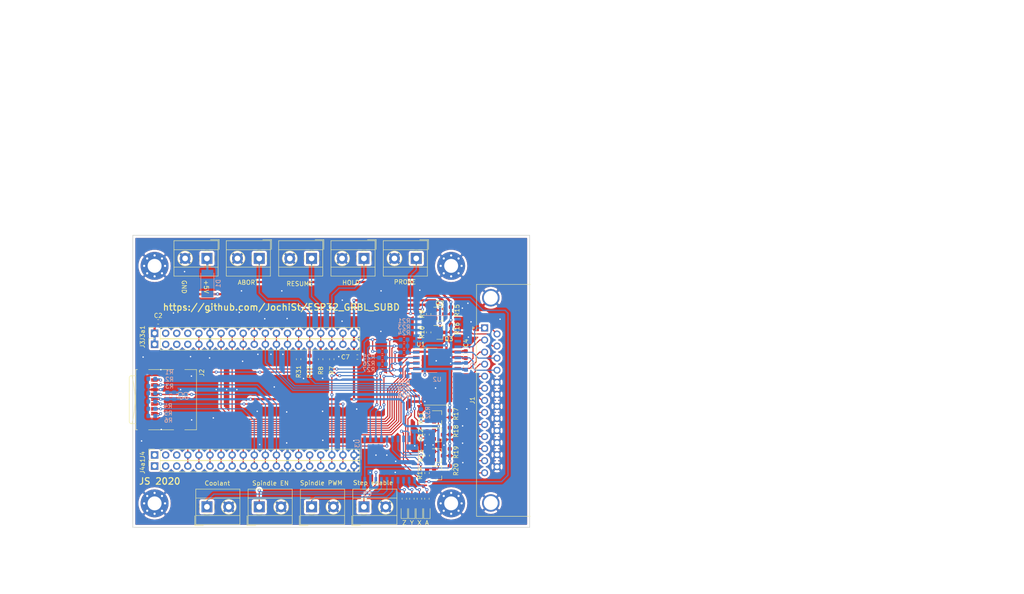
<source format=kicad_pcb>
(kicad_pcb (version 20171130) (host pcbnew "(5.1.4)-1")

  (general
    (thickness 1.6)
    (drawings 26)
    (tracks 813)
    (zones 0)
    (modules 76)
    (nets 84)
  )

  (page A4)
  (title_block
    (title "Project Title")
  )

  (layers
    (0 F.Cu signal)
    (31 B.Cu signal)
    (34 B.Paste user)
    (35 F.Paste user)
    (36 B.SilkS user)
    (37 F.SilkS user)
    (38 B.Mask user)
    (39 F.Mask user)
    (40 Dwgs.User user)
    (44 Edge.Cuts user)
    (46 B.CrtYd user)
    (47 F.CrtYd user)
    (48 B.Fab user)
    (49 F.Fab user)
  )

  (setup
    (last_trace_width 0.254)
    (user_trace_width 0.1524)
    (user_trace_width 0.254)
    (user_trace_width 0.3302)
    (user_trace_width 0.508)
    (user_trace_width 0.762)
    (user_trace_width 1.27)
    (trace_clearance 0.254)
    (zone_clearance 0.508)
    (zone_45_only no)
    (trace_min 0.1524)
    (via_size 0.6858)
    (via_drill 0.3302)
    (via_min_size 0.6858)
    (via_min_drill 0.3302)
    (user_via 0.6858 0.3302)
    (user_via 0.762 0.4064)
    (user_via 0.8636 0.508)
    (uvia_size 0.6858)
    (uvia_drill 0.3302)
    (uvias_allowed no)
    (uvia_min_size 0)
    (uvia_min_drill 0)
    (edge_width 0.1524)
    (segment_width 0.1524)
    (pcb_text_width 0.1524)
    (pcb_text_size 1.016 1.016)
    (mod_edge_width 0.1524)
    (mod_text_size 1.016 1.016)
    (mod_text_width 0.1524)
    (pad_size 1.7 1.7)
    (pad_drill 1)
    (pad_to_mask_clearance 0.0762)
    (solder_mask_min_width 0.1016)
    (pad_to_paste_clearance -0.0762)
    (aux_axis_origin 0 0)
    (grid_origin 104.8512 78.0288)
    (visible_elements 7FFFFFFF)
    (pcbplotparams
      (layerselection 0x310fc_80000001)
      (usegerberextensions true)
      (usegerberattributes false)
      (usegerberadvancedattributes false)
      (creategerberjobfile false)
      (excludeedgelayer true)
      (linewidth 0.100000)
      (plotframeref false)
      (viasonmask false)
      (mode 1)
      (useauxorigin false)
      (hpglpennumber 1)
      (hpglpenspeed 20)
      (hpglpendiameter 15.000000)
      (psnegative false)
      (psa4output false)
      (plotreference true)
      (plotvalue true)
      (plotinvisibletext false)
      (padsonsilk false)
      (subtractmaskfromsilk false)
      (outputformat 1)
      (mirror false)
      (drillshape 0)
      (scaleselection 1)
      (outputdirectory "gerbers"))
  )

  (net 0 "")
  (net 1 +3V3)
  (net 2 GND)
  (net 3 /OUT2)
  (net 4 /ENABLE)
  (net 5 /PROBE)
  (net 6 /A_LIM)
  (net 7 /Z_LIM)
  (net 8 /Y_LIM)
  (net 9 /X_LIM)
  (net 10 /RESET)
  (net 11 /A_STEP)
  (net 12 /A_DIR)
  (net 13 /Z_STEP)
  (net 14 /Z_DIR)
  (net 15 /Y_STEP)
  (net 16 /Y_DIR)
  (net 17 /X_STEP)
  (net 18 /X_DIR)
  (net 19 /OUT1)
  (net 20 "Net-(J2-Pad1)")
  (net 21 "Net-(J2-Pad8)")
  (net 22 +5V)
  (net 23 /A_STEP_3V3)
  (net 24 /A_DIR_3V3)
  (net 25 /Z_STEP_3V3)
  (net 26 /X_DIR_3V3)
  (net 27 /X_STEP_3V3)
  (net 28 /Y_DIR_3V3)
  (net 29 /Y_STEP_3V3)
  (net 30 /Z_DIR_3V3)
  (net 31 /HOLD)
  (net 32 /RESUME)
  (net 33 /ABORT)
  (net 34 /PROBE_3V3)
  (net 35 /ENABLE_3V3)
  (net 36 "Net-(J3-Pad4)")
  (net 37 "Net-(J3-Pad3)")
  (net 38 "Net-(J3-Pad2)")
  (net 39 /Y_LIM_3V3)
  (net 40 /X_LIM_3V3)
  (net 41 /Z_LIM_3V3)
  (net 42 "Net-(J4-Pad3)")
  (net 43 "Net-(J4-Pad2)")
  (net 44 "Net-(J4-Pad1)")
  (net 45 /SD_CS)
  (net 46 /SD_MOSI)
  (net 47 /SD_CLK)
  (net 48 /SD_MISO)
  (net 49 /STEP_ENABLE)
  (net 50 /Spindle_EN_3V3)
  (net 51 "Net-(U2-Pad15)")
  (net 52 "Net-(U2-Pad14)")
  (net 53 "Net-(U2-Pad13)")
  (net 54 "Net-(U2-Pad12)")
  (net 55 "Net-(U2-Pad11)")
  (net 56 /OUT1_3V3)
  (net 57 /OUT2_3V3)
  (net 58 /A_LIM_3V3)
  (net 59 /COOLANT_3V3)
  (net 60 /RESET_3V3)
  (net 61 "Net-(J3a1-Pad4)")
  (net 62 "Net-(J3a1-Pad3)")
  (net 63 "Net-(J3a1-Pad2)")
  (net 64 "Net-(J4a1-Pad3)")
  (net 65 "Net-(J4a1-Pad2)")
  (net 66 "Net-(J4a1-Pad1)")
  (net 67 +VDC)
  (net 68 /STEP_EN_5V)
  (net 69 /COOLANT_5V)
  (net 70 /SPINDLE_EN_5V)
  (net 71 /SPINDLE_PWM_5V)
  (net 72 /Spindle_PWM_3V3)
  (net 73 "Net-(D2-Pad2)")
  (net 74 "Net-(D3-Pad2)")
  (net 75 "Net-(D4-Pad2)")
  (net 76 "Net-(D5-Pad2)")
  (net 77 "Net-(R33-Pad2)")
  (net 78 "Net-(R34-Pad2)")
  (net 79 "Net-(R35-Pad2)")
  (net 80 "Net-(R36-Pad2)")
  (net 81 /EN)
  (net 82 /U0TX)
  (net 83 /U0RX)

  (net_class Default "This is the default net class."
    (clearance 0.254)
    (trace_width 0.254)
    (via_dia 0.6858)
    (via_drill 0.3302)
    (uvia_dia 0.6858)
    (uvia_drill 0.3302)
    (add_net +3V3)
    (add_net +5V)
    (add_net +VDC)
    (add_net /ABORT)
    (add_net /A_DIR)
    (add_net /A_DIR_3V3)
    (add_net /A_LIM)
    (add_net /A_LIM_3V3)
    (add_net /A_STEP)
    (add_net /A_STEP_3V3)
    (add_net /COOLANT_3V3)
    (add_net /COOLANT_5V)
    (add_net /EN)
    (add_net /ENABLE)
    (add_net /ENABLE_3V3)
    (add_net /HOLD)
    (add_net /OUT1)
    (add_net /OUT1_3V3)
    (add_net /OUT2)
    (add_net /OUT2_3V3)
    (add_net /PROBE)
    (add_net /PROBE_3V3)
    (add_net /RESET)
    (add_net /RESET_3V3)
    (add_net /RESUME)
    (add_net /SD_CLK)
    (add_net /SD_CS)
    (add_net /SD_MISO)
    (add_net /SD_MOSI)
    (add_net /SPINDLE_EN_5V)
    (add_net /SPINDLE_PWM_5V)
    (add_net /STEP_ENABLE)
    (add_net /STEP_EN_5V)
    (add_net /Spindle_EN_3V3)
    (add_net /Spindle_PWM_3V3)
    (add_net /U0RX)
    (add_net /U0TX)
    (add_net /X_DIR)
    (add_net /X_DIR_3V3)
    (add_net /X_LIM)
    (add_net /X_LIM_3V3)
    (add_net /X_STEP)
    (add_net /X_STEP_3V3)
    (add_net /Y_DIR)
    (add_net /Y_DIR_3V3)
    (add_net /Y_LIM)
    (add_net /Y_LIM_3V3)
    (add_net /Y_STEP)
    (add_net /Y_STEP_3V3)
    (add_net /Z_DIR)
    (add_net /Z_DIR_3V3)
    (add_net /Z_LIM)
    (add_net /Z_LIM_3V3)
    (add_net /Z_STEP)
    (add_net /Z_STEP_3V3)
    (add_net GND)
    (add_net "Net-(D2-Pad2)")
    (add_net "Net-(D3-Pad2)")
    (add_net "Net-(D4-Pad2)")
    (add_net "Net-(D5-Pad2)")
    (add_net "Net-(J2-Pad1)")
    (add_net "Net-(J2-Pad8)")
    (add_net "Net-(J3-Pad2)")
    (add_net "Net-(J3-Pad3)")
    (add_net "Net-(J3-Pad4)")
    (add_net "Net-(J3a1-Pad2)")
    (add_net "Net-(J3a1-Pad3)")
    (add_net "Net-(J3a1-Pad4)")
    (add_net "Net-(J4-Pad1)")
    (add_net "Net-(J4-Pad2)")
    (add_net "Net-(J4-Pad3)")
    (add_net "Net-(J4a1-Pad1)")
    (add_net "Net-(J4a1-Pad2)")
    (add_net "Net-(J4a1-Pad3)")
    (add_net "Net-(R33-Pad2)")
    (add_net "Net-(R34-Pad2)")
    (add_net "Net-(R35-Pad2)")
    (add_net "Net-(R36-Pad2)")
    (add_net "Net-(U2-Pad11)")
    (add_net "Net-(U2-Pad12)")
    (add_net "Net-(U2-Pad13)")
    (add_net "Net-(U2-Pad14)")
    (add_net "Net-(U2-Pad15)")
  )

  (module Capacitor_SMD:C_0603_1608Metric (layer F.Cu) (tedit 5B301BBE) (tstamp 5EB8280D)
    (at 127.3048 100.6348)
    (descr "Capacitor SMD 0603 (1608 Metric), square (rectangular) end terminal, IPC_7351 nominal, (Body size source: http://www.tortai-tech.com/upload/download/2011102023233369053.pdf), generated with kicad-footprint-generator")
    (tags capacitor)
    (path /5F89278D)
    (attr smd)
    (fp_text reference C7 (at -2.7432 0) (layer F.SilkS)
      (effects (font (size 1 1) (thickness 0.15)))
    )
    (fp_text value 100n (at 0 1.43) (layer F.Fab)
      (effects (font (size 1 1) (thickness 0.15)))
    )
    (fp_text user %R (at 0 0) (layer F.Fab)
      (effects (font (size 0.4 0.4) (thickness 0.06)))
    )
    (fp_line (start 1.48 0.73) (end -1.48 0.73) (layer F.CrtYd) (width 0.05))
    (fp_line (start 1.48 -0.73) (end 1.48 0.73) (layer F.CrtYd) (width 0.05))
    (fp_line (start -1.48 -0.73) (end 1.48 -0.73) (layer F.CrtYd) (width 0.05))
    (fp_line (start -1.48 0.73) (end -1.48 -0.73) (layer F.CrtYd) (width 0.05))
    (fp_line (start -0.162779 0.51) (end 0.162779 0.51) (layer F.SilkS) (width 0.12))
    (fp_line (start -0.162779 -0.51) (end 0.162779 -0.51) (layer F.SilkS) (width 0.12))
    (fp_line (start 0.8 0.4) (end -0.8 0.4) (layer F.Fab) (width 0.1))
    (fp_line (start 0.8 -0.4) (end 0.8 0.4) (layer F.Fab) (width 0.1))
    (fp_line (start -0.8 -0.4) (end 0.8 -0.4) (layer F.Fab) (width 0.1))
    (fp_line (start -0.8 0.4) (end -0.8 -0.4) (layer F.Fab) (width 0.1))
    (pad 2 smd roundrect (at 0.7875 0) (size 0.875 0.95) (layers F.Cu F.Paste F.Mask) (roundrect_rratio 0.25)
      (net 2 GND))
    (pad 1 smd roundrect (at -0.7875 0) (size 0.875 0.95) (layers F.Cu F.Paste F.Mask) (roundrect_rratio 0.25)
      (net 1 +3V3))
    (model ${KISYS3DMOD}/Capacitor_SMD.3dshapes/C_0603_1608Metric.wrl
      (at (xyz 0 0 0))
      (scale (xyz 1 1 1))
      (rotate (xyz 0 0 0))
    )
  )

  (module Capacitor_SMD:C_0603_1608Metric (layer B.Cu) (tedit 5B301BBE) (tstamp 5EB81457)
    (at 85.2932 109.5248 90)
    (descr "Capacitor SMD 0603 (1608 Metric), square (rectangular) end terminal, IPC_7351 nominal, (Body size source: http://www.tortai-tech.com/upload/download/2011102023233369053.pdf), generated with kicad-footprint-generator")
    (tags capacitor)
    (path /5F8736CF)
    (attr smd)
    (fp_text reference C6 (at 0 2.7432 90) (layer B.SilkS)
      (effects (font (size 1 1) (thickness 0.15)) (justify mirror))
    )
    (fp_text value 100n (at 0 -1.43 90) (layer B.Fab)
      (effects (font (size 1 1) (thickness 0.15)) (justify mirror))
    )
    (fp_text user %R (at 0 0 90) (layer B.Fab)
      (effects (font (size 0.4 0.4) (thickness 0.06)) (justify mirror))
    )
    (fp_line (start 1.48 -0.73) (end -1.48 -0.73) (layer B.CrtYd) (width 0.05))
    (fp_line (start 1.48 0.73) (end 1.48 -0.73) (layer B.CrtYd) (width 0.05))
    (fp_line (start -1.48 0.73) (end 1.48 0.73) (layer B.CrtYd) (width 0.05))
    (fp_line (start -1.48 -0.73) (end -1.48 0.73) (layer B.CrtYd) (width 0.05))
    (fp_line (start -0.162779 -0.51) (end 0.162779 -0.51) (layer B.SilkS) (width 0.12))
    (fp_line (start -0.162779 0.51) (end 0.162779 0.51) (layer B.SilkS) (width 0.12))
    (fp_line (start 0.8 -0.4) (end -0.8 -0.4) (layer B.Fab) (width 0.1))
    (fp_line (start 0.8 0.4) (end 0.8 -0.4) (layer B.Fab) (width 0.1))
    (fp_line (start -0.8 0.4) (end 0.8 0.4) (layer B.Fab) (width 0.1))
    (fp_line (start -0.8 -0.4) (end -0.8 0.4) (layer B.Fab) (width 0.1))
    (pad 2 smd roundrect (at 0.7875 0 90) (size 0.875 0.95) (layers B.Cu B.Paste B.Mask) (roundrect_rratio 0.25)
      (net 2 GND))
    (pad 1 smd roundrect (at -0.7875 0 90) (size 0.875 0.95) (layers B.Cu B.Paste B.Mask) (roundrect_rratio 0.25)
      (net 1 +3V3))
    (model ${KISYS3DMOD}/Capacitor_SMD.3dshapes/C_0603_1608Metric.wrl
      (at (xyz 0 0 0))
      (scale (xyz 1 1 1))
      (rotate (xyz 0 0 0))
    )
  )

  (module Capacitor_SMD:C_0603_1608Metric (layer B.Cu) (tedit 5B301BBE) (tstamp 5EB81446)
    (at 83.7184 109.5248 90)
    (descr "Capacitor SMD 0603 (1608 Metric), square (rectangular) end terminal, IPC_7351 nominal, (Body size source: http://www.tortai-tech.com/upload/download/2011102023233369053.pdf), generated with kicad-footprint-generator")
    (tags capacitor)
    (path /5F92D141)
    (attr smd)
    (fp_text reference C5 (at 0 3.048 90) (layer B.SilkS)
      (effects (font (size 1 1) (thickness 0.15)) (justify mirror))
    )
    (fp_text value 1u (at 0 -1.43 90) (layer B.Fab)
      (effects (font (size 1 1) (thickness 0.15)) (justify mirror))
    )
    (fp_text user %R (at 0 0 90) (layer B.Fab)
      (effects (font (size 0.4 0.4) (thickness 0.06)) (justify mirror))
    )
    (fp_line (start 1.48 -0.73) (end -1.48 -0.73) (layer B.CrtYd) (width 0.05))
    (fp_line (start 1.48 0.73) (end 1.48 -0.73) (layer B.CrtYd) (width 0.05))
    (fp_line (start -1.48 0.73) (end 1.48 0.73) (layer B.CrtYd) (width 0.05))
    (fp_line (start -1.48 -0.73) (end -1.48 0.73) (layer B.CrtYd) (width 0.05))
    (fp_line (start -0.162779 -0.51) (end 0.162779 -0.51) (layer B.SilkS) (width 0.12))
    (fp_line (start -0.162779 0.51) (end 0.162779 0.51) (layer B.SilkS) (width 0.12))
    (fp_line (start 0.8 -0.4) (end -0.8 -0.4) (layer B.Fab) (width 0.1))
    (fp_line (start 0.8 0.4) (end 0.8 -0.4) (layer B.Fab) (width 0.1))
    (fp_line (start -0.8 0.4) (end 0.8 0.4) (layer B.Fab) (width 0.1))
    (fp_line (start -0.8 -0.4) (end -0.8 0.4) (layer B.Fab) (width 0.1))
    (pad 2 smd roundrect (at 0.7875 0 90) (size 0.875 0.95) (layers B.Cu B.Paste B.Mask) (roundrect_rratio 0.25)
      (net 2 GND))
    (pad 1 smd roundrect (at -0.7875 0 90) (size 0.875 0.95) (layers B.Cu B.Paste B.Mask) (roundrect_rratio 0.25)
      (net 1 +3V3))
    (model ${KISYS3DMOD}/Capacitor_SMD.3dshapes/C_0603_1608Metric.wrl
      (at (xyz 0 0 0))
      (scale (xyz 1 1 1))
      (rotate (xyz 0 0 0))
    )
  )

  (module Capacitor_SMD:C_0603_1608Metric (layer F.Cu) (tedit 5B301BBE) (tstamp 5EB7F367)
    (at 152.146 100.076 270)
    (descr "Capacitor SMD 0603 (1608 Metric), square (rectangular) end terminal, IPC_7351 nominal, (Body size source: http://www.tortai-tech.com/upload/download/2011102023233369053.pdf), generated with kicad-footprint-generator")
    (tags capacitor)
    (path /5F657EDD)
    (attr smd)
    (fp_text reference C4 (at -2.6416 -0.0508 90) (layer F.SilkS)
      (effects (font (size 1 1) (thickness 0.15)))
    )
    (fp_text value 100n (at 0 1.43 90) (layer F.Fab)
      (effects (font (size 1 1) (thickness 0.15)))
    )
    (fp_text user %R (at 0 0 90) (layer F.Fab)
      (effects (font (size 0.4 0.4) (thickness 0.06)))
    )
    (fp_line (start 1.48 0.73) (end -1.48 0.73) (layer F.CrtYd) (width 0.05))
    (fp_line (start 1.48 -0.73) (end 1.48 0.73) (layer F.CrtYd) (width 0.05))
    (fp_line (start -1.48 -0.73) (end 1.48 -0.73) (layer F.CrtYd) (width 0.05))
    (fp_line (start -1.48 0.73) (end -1.48 -0.73) (layer F.CrtYd) (width 0.05))
    (fp_line (start -0.162779 0.51) (end 0.162779 0.51) (layer F.SilkS) (width 0.12))
    (fp_line (start -0.162779 -0.51) (end 0.162779 -0.51) (layer F.SilkS) (width 0.12))
    (fp_line (start 0.8 0.4) (end -0.8 0.4) (layer F.Fab) (width 0.1))
    (fp_line (start 0.8 -0.4) (end 0.8 0.4) (layer F.Fab) (width 0.1))
    (fp_line (start -0.8 -0.4) (end 0.8 -0.4) (layer F.Fab) (width 0.1))
    (fp_line (start -0.8 0.4) (end -0.8 -0.4) (layer F.Fab) (width 0.1))
    (pad 2 smd roundrect (at 0.7875 0 270) (size 0.875 0.95) (layers F.Cu F.Paste F.Mask) (roundrect_rratio 0.25)
      (net 2 GND))
    (pad 1 smd roundrect (at -0.7875 0 270) (size 0.875 0.95) (layers F.Cu F.Paste F.Mask) (roundrect_rratio 0.25)
      (net 22 +5V))
    (model ${KISYS3DMOD}/Capacitor_SMD.3dshapes/C_0603_1608Metric.wrl
      (at (xyz 0 0 0))
      (scale (xyz 1 1 1))
      (rotate (xyz 0 0 0))
    )
  )

  (module Capacitor_SMD:C_0603_1608Metric (layer B.Cu) (tedit 5B301BBE) (tstamp 5EB7F356)
    (at 129.6416 130.6576)
    (descr "Capacitor SMD 0603 (1608 Metric), square (rectangular) end terminal, IPC_7351 nominal, (Body size source: http://www.tortai-tech.com/upload/download/2011102023233369053.pdf), generated with kicad-footprint-generator")
    (tags capacitor)
    (path /5F63A437)
    (attr smd)
    (fp_text reference C3 (at 0 1.43) (layer B.SilkS)
      (effects (font (size 1 1) (thickness 0.15)) (justify mirror))
    )
    (fp_text value 100n (at 0 -1.43) (layer B.Fab)
      (effects (font (size 1 1) (thickness 0.15)) (justify mirror))
    )
    (fp_text user %R (at 0 0) (layer B.Fab)
      (effects (font (size 0.4 0.4) (thickness 0.06)) (justify mirror))
    )
    (fp_line (start 1.48 -0.73) (end -1.48 -0.73) (layer B.CrtYd) (width 0.05))
    (fp_line (start 1.48 0.73) (end 1.48 -0.73) (layer B.CrtYd) (width 0.05))
    (fp_line (start -1.48 0.73) (end 1.48 0.73) (layer B.CrtYd) (width 0.05))
    (fp_line (start -1.48 -0.73) (end -1.48 0.73) (layer B.CrtYd) (width 0.05))
    (fp_line (start -0.162779 -0.51) (end 0.162779 -0.51) (layer B.SilkS) (width 0.12))
    (fp_line (start -0.162779 0.51) (end 0.162779 0.51) (layer B.SilkS) (width 0.12))
    (fp_line (start 0.8 -0.4) (end -0.8 -0.4) (layer B.Fab) (width 0.1))
    (fp_line (start 0.8 0.4) (end 0.8 -0.4) (layer B.Fab) (width 0.1))
    (fp_line (start -0.8 0.4) (end 0.8 0.4) (layer B.Fab) (width 0.1))
    (fp_line (start -0.8 -0.4) (end -0.8 0.4) (layer B.Fab) (width 0.1))
    (pad 2 smd roundrect (at 0.7875 0) (size 0.875 0.95) (layers B.Cu B.Paste B.Mask) (roundrect_rratio 0.25)
      (net 2 GND))
    (pad 1 smd roundrect (at -0.7875 0) (size 0.875 0.95) (layers B.Cu B.Paste B.Mask) (roundrect_rratio 0.25)
      (net 22 +5V))
    (model ${KISYS3DMOD}/Capacitor_SMD.3dshapes/C_0603_1608Metric.wrl
      (at (xyz 0 0 0))
      (scale (xyz 1 1 1))
      (rotate (xyz 0 0 0))
    )
  )

  (module Capacitor_SMD:C_0603_1608Metric (layer F.Cu) (tedit 5B301BBE) (tstamp 5EB7F345)
    (at 81.6356 92.5576)
    (descr "Capacitor SMD 0603 (1608 Metric), square (rectangular) end terminal, IPC_7351 nominal, (Body size source: http://www.tortai-tech.com/upload/download/2011102023233369053.pdf), generated with kicad-footprint-generator")
    (tags capacitor)
    (path /5F61CBA2)
    (attr smd)
    (fp_text reference C2 (at 0 -1.43) (layer F.SilkS)
      (effects (font (size 1 1) (thickness 0.15)))
    )
    (fp_text value 100n (at 0 1.43) (layer F.Fab)
      (effects (font (size 1 1) (thickness 0.15)))
    )
    (fp_text user %R (at 0 0) (layer F.Fab)
      (effects (font (size 0.4 0.4) (thickness 0.06)))
    )
    (fp_line (start 1.48 0.73) (end -1.48 0.73) (layer F.CrtYd) (width 0.05))
    (fp_line (start 1.48 -0.73) (end 1.48 0.73) (layer F.CrtYd) (width 0.05))
    (fp_line (start -1.48 -0.73) (end 1.48 -0.73) (layer F.CrtYd) (width 0.05))
    (fp_line (start -1.48 0.73) (end -1.48 -0.73) (layer F.CrtYd) (width 0.05))
    (fp_line (start -0.162779 0.51) (end 0.162779 0.51) (layer F.SilkS) (width 0.12))
    (fp_line (start -0.162779 -0.51) (end 0.162779 -0.51) (layer F.SilkS) (width 0.12))
    (fp_line (start 0.8 0.4) (end -0.8 0.4) (layer F.Fab) (width 0.1))
    (fp_line (start 0.8 -0.4) (end 0.8 0.4) (layer F.Fab) (width 0.1))
    (fp_line (start -0.8 -0.4) (end 0.8 -0.4) (layer F.Fab) (width 0.1))
    (fp_line (start -0.8 0.4) (end -0.8 -0.4) (layer F.Fab) (width 0.1))
    (pad 2 smd roundrect (at 0.7875 0) (size 0.875 0.95) (layers F.Cu F.Paste F.Mask) (roundrect_rratio 0.25)
      (net 2 GND))
    (pad 1 smd roundrect (at -0.7875 0) (size 0.875 0.95) (layers F.Cu F.Paste F.Mask) (roundrect_rratio 0.25)
      (net 22 +5V))
    (model ${KISYS3DMOD}/Capacitor_SMD.3dshapes/C_0603_1608Metric.wrl
      (at (xyz 0 0 0))
      (scale (xyz 1 1 1))
      (rotate (xyz 0 0 0))
    )
  )

  (module Capacitor_SMD:C_0603_1608Metric (layer B.Cu) (tedit 5B301BBE) (tstamp 5EB7F334)
    (at 152.1968 102.7684 90)
    (descr "Capacitor SMD 0603 (1608 Metric), square (rectangular) end terminal, IPC_7351 nominal, (Body size source: http://www.tortai-tech.com/upload/download/2011102023233369053.pdf), generated with kicad-footprint-generator")
    (tags capacitor)
    (path /5F61C3E6)
    (attr smd)
    (fp_text reference C1 (at 0 1.6256 90) (layer B.SilkS)
      (effects (font (size 1 1) (thickness 0.15)) (justify mirror))
    )
    (fp_text value 100n (at 0 -1.43 90) (layer B.Fab)
      (effects (font (size 1 1) (thickness 0.15)) (justify mirror))
    )
    (fp_text user %R (at 0 0 90) (layer B.Fab)
      (effects (font (size 0.4 0.4) (thickness 0.06)) (justify mirror))
    )
    (fp_line (start 1.48 -0.73) (end -1.48 -0.73) (layer B.CrtYd) (width 0.05))
    (fp_line (start 1.48 0.73) (end 1.48 -0.73) (layer B.CrtYd) (width 0.05))
    (fp_line (start -1.48 0.73) (end 1.48 0.73) (layer B.CrtYd) (width 0.05))
    (fp_line (start -1.48 -0.73) (end -1.48 0.73) (layer B.CrtYd) (width 0.05))
    (fp_line (start -0.162779 -0.51) (end 0.162779 -0.51) (layer B.SilkS) (width 0.12))
    (fp_line (start -0.162779 0.51) (end 0.162779 0.51) (layer B.SilkS) (width 0.12))
    (fp_line (start 0.8 -0.4) (end -0.8 -0.4) (layer B.Fab) (width 0.1))
    (fp_line (start 0.8 0.4) (end 0.8 -0.4) (layer B.Fab) (width 0.1))
    (fp_line (start -0.8 0.4) (end 0.8 0.4) (layer B.Fab) (width 0.1))
    (fp_line (start -0.8 -0.4) (end -0.8 0.4) (layer B.Fab) (width 0.1))
    (pad 2 smd roundrect (at 0.7875 0 90) (size 0.875 0.95) (layers B.Cu B.Paste B.Mask) (roundrect_rratio 0.25)
      (net 2 GND))
    (pad 1 smd roundrect (at -0.7875 0 90) (size 0.875 0.95) (layers B.Cu B.Paste B.Mask) (roundrect_rratio 0.25)
      (net 22 +5V))
    (model ${KISYS3DMOD}/Capacitor_SMD.3dshapes/C_0603_1608Metric.wrl
      (at (xyz 0 0 0))
      (scale (xyz 1 1 1))
      (rotate (xyz 0 0 0))
    )
  )

  (module Resistor_SMD:R_0603_1608Metric (layer F.Cu) (tedit 5B301BBD) (tstamp 5EB7D601)
    (at 138.0744 133.1468 90)
    (descr "Resistor SMD 0603 (1608 Metric), square (rectangular) end terminal, IPC_7351 nominal, (Body size source: http://www.tortai-tech.com/upload/download/2011102023233369053.pdf), generated with kicad-footprint-generator")
    (tags resistor)
    (path /5F4195D9)
    (attr smd)
    (fp_text reference R36 (at 0 -1.43 90) (layer F.SilkS) hide
      (effects (font (size 1 1) (thickness 0.15)))
    )
    (fp_text value 2k7 (at 0 1.43 90) (layer F.Fab)
      (effects (font (size 1 1) (thickness 0.15)))
    )
    (fp_text user %R (at 0 0 90) (layer F.Fab)
      (effects (font (size 0.4 0.4) (thickness 0.06)))
    )
    (fp_line (start 1.48 0.73) (end -1.48 0.73) (layer F.CrtYd) (width 0.05))
    (fp_line (start 1.48 -0.73) (end 1.48 0.73) (layer F.CrtYd) (width 0.05))
    (fp_line (start -1.48 -0.73) (end 1.48 -0.73) (layer F.CrtYd) (width 0.05))
    (fp_line (start -1.48 0.73) (end -1.48 -0.73) (layer F.CrtYd) (width 0.05))
    (fp_line (start -0.162779 0.51) (end 0.162779 0.51) (layer F.SilkS) (width 0.12))
    (fp_line (start -0.162779 -0.51) (end 0.162779 -0.51) (layer F.SilkS) (width 0.12))
    (fp_line (start 0.8 0.4) (end -0.8 0.4) (layer F.Fab) (width 0.1))
    (fp_line (start 0.8 -0.4) (end 0.8 0.4) (layer F.Fab) (width 0.1))
    (fp_line (start -0.8 -0.4) (end 0.8 -0.4) (layer F.Fab) (width 0.1))
    (fp_line (start -0.8 0.4) (end -0.8 -0.4) (layer F.Fab) (width 0.1))
    (pad 2 smd roundrect (at 0.7875 0 90) (size 0.875 0.95) (layers F.Cu F.Paste F.Mask) (roundrect_rratio 0.25)
      (net 80 "Net-(R36-Pad2)"))
    (pad 1 smd roundrect (at -0.7875 0 90) (size 0.875 0.95) (layers F.Cu F.Paste F.Mask) (roundrect_rratio 0.25)
      (net 76 "Net-(D5-Pad2)"))
    (model ${KISYS3DMOD}/Resistor_SMD.3dshapes/R_0603_1608Metric.wrl
      (at (xyz 0 0 0))
      (scale (xyz 1 1 1))
      (rotate (xyz 0 0 0))
    )
  )

  (module Resistor_SMD:R_0603_1608Metric (layer F.Cu) (tedit 5B301BBD) (tstamp 5EB7CC81)
    (at 139.8016 133.1468 90)
    (descr "Resistor SMD 0603 (1608 Metric), square (rectangular) end terminal, IPC_7351 nominal, (Body size source: http://www.tortai-tech.com/upload/download/2011102023233369053.pdf), generated with kicad-footprint-generator")
    (tags resistor)
    (path /5F3FEE64)
    (attr smd)
    (fp_text reference R35 (at 0 -1.43 90) (layer F.SilkS) hide
      (effects (font (size 1 1) (thickness 0.15)))
    )
    (fp_text value 2k7 (at 0 1.43 90) (layer F.Fab)
      (effects (font (size 1 1) (thickness 0.15)))
    )
    (fp_text user %R (at 0 0 90) (layer F.Fab)
      (effects (font (size 0.4 0.4) (thickness 0.06)))
    )
    (fp_line (start 1.48 0.73) (end -1.48 0.73) (layer F.CrtYd) (width 0.05))
    (fp_line (start 1.48 -0.73) (end 1.48 0.73) (layer F.CrtYd) (width 0.05))
    (fp_line (start -1.48 -0.73) (end 1.48 -0.73) (layer F.CrtYd) (width 0.05))
    (fp_line (start -1.48 0.73) (end -1.48 -0.73) (layer F.CrtYd) (width 0.05))
    (fp_line (start -0.162779 0.51) (end 0.162779 0.51) (layer F.SilkS) (width 0.12))
    (fp_line (start -0.162779 -0.51) (end 0.162779 -0.51) (layer F.SilkS) (width 0.12))
    (fp_line (start 0.8 0.4) (end -0.8 0.4) (layer F.Fab) (width 0.1))
    (fp_line (start 0.8 -0.4) (end 0.8 0.4) (layer F.Fab) (width 0.1))
    (fp_line (start -0.8 -0.4) (end 0.8 -0.4) (layer F.Fab) (width 0.1))
    (fp_line (start -0.8 0.4) (end -0.8 -0.4) (layer F.Fab) (width 0.1))
    (pad 2 smd roundrect (at 0.7875 0 90) (size 0.875 0.95) (layers F.Cu F.Paste F.Mask) (roundrect_rratio 0.25)
      (net 79 "Net-(R35-Pad2)"))
    (pad 1 smd roundrect (at -0.7875 0 90) (size 0.875 0.95) (layers F.Cu F.Paste F.Mask) (roundrect_rratio 0.25)
      (net 75 "Net-(D4-Pad2)"))
    (model ${KISYS3DMOD}/Resistor_SMD.3dshapes/R_0603_1608Metric.wrl
      (at (xyz 0 0 0))
      (scale (xyz 1 1 1))
      (rotate (xyz 0 0 0))
    )
  )

  (module Resistor_SMD:R_0603_1608Metric (layer F.Cu) (tedit 5B301BBD) (tstamp 5EB7D1AE)
    (at 141.5288 133.1468 90)
    (descr "Resistor SMD 0603 (1608 Metric), square (rectangular) end terminal, IPC_7351 nominal, (Body size source: http://www.tortai-tech.com/upload/download/2011102023233369053.pdf), generated with kicad-footprint-generator")
    (tags resistor)
    (path /5F3E45E3)
    (attr smd)
    (fp_text reference R34 (at 0 -1.43 90) (layer F.SilkS) hide
      (effects (font (size 1 1) (thickness 0.15)))
    )
    (fp_text value 2k7 (at 0 1.43 90) (layer F.Fab)
      (effects (font (size 1 1) (thickness 0.15)))
    )
    (fp_text user %R (at 0 0 90) (layer F.Fab)
      (effects (font (size 0.4 0.4) (thickness 0.06)))
    )
    (fp_line (start 1.48 0.73) (end -1.48 0.73) (layer F.CrtYd) (width 0.05))
    (fp_line (start 1.48 -0.73) (end 1.48 0.73) (layer F.CrtYd) (width 0.05))
    (fp_line (start -1.48 -0.73) (end 1.48 -0.73) (layer F.CrtYd) (width 0.05))
    (fp_line (start -1.48 0.73) (end -1.48 -0.73) (layer F.CrtYd) (width 0.05))
    (fp_line (start -0.162779 0.51) (end 0.162779 0.51) (layer F.SilkS) (width 0.12))
    (fp_line (start -0.162779 -0.51) (end 0.162779 -0.51) (layer F.SilkS) (width 0.12))
    (fp_line (start 0.8 0.4) (end -0.8 0.4) (layer F.Fab) (width 0.1))
    (fp_line (start 0.8 -0.4) (end 0.8 0.4) (layer F.Fab) (width 0.1))
    (fp_line (start -0.8 -0.4) (end 0.8 -0.4) (layer F.Fab) (width 0.1))
    (fp_line (start -0.8 0.4) (end -0.8 -0.4) (layer F.Fab) (width 0.1))
    (pad 2 smd roundrect (at 0.7875 0 90) (size 0.875 0.95) (layers F.Cu F.Paste F.Mask) (roundrect_rratio 0.25)
      (net 78 "Net-(R34-Pad2)"))
    (pad 1 smd roundrect (at -0.7875 0 90) (size 0.875 0.95) (layers F.Cu F.Paste F.Mask) (roundrect_rratio 0.25)
      (net 74 "Net-(D3-Pad2)"))
    (model ${KISYS3DMOD}/Resistor_SMD.3dshapes/R_0603_1608Metric.wrl
      (at (xyz 0 0 0))
      (scale (xyz 1 1 1))
      (rotate (xyz 0 0 0))
    )
  )

  (module Resistor_SMD:R_0603_1608Metric (layer F.Cu) (tedit 5B301BBD) (tstamp 5EB7D1DE)
    (at 143.256 133.1468 90)
    (descr "Resistor SMD 0603 (1608 Metric), square (rectangular) end terminal, IPC_7351 nominal, (Body size source: http://www.tortai-tech.com/upload/download/2011102023233369053.pdf), generated with kicad-footprint-generator")
    (tags resistor)
    (path /5F3C9CFA)
    (attr smd)
    (fp_text reference R33 (at 0 -1.43 90) (layer F.SilkS) hide
      (effects (font (size 1 1) (thickness 0.15)))
    )
    (fp_text value 2k7 (at 0 1.43 90) (layer F.Fab)
      (effects (font (size 1 1) (thickness 0.15)))
    )
    (fp_text user %R (at 0 0 90) (layer F.Fab)
      (effects (font (size 0.4 0.4) (thickness 0.06)))
    )
    (fp_line (start 1.48 0.73) (end -1.48 0.73) (layer F.CrtYd) (width 0.05))
    (fp_line (start 1.48 -0.73) (end 1.48 0.73) (layer F.CrtYd) (width 0.05))
    (fp_line (start -1.48 -0.73) (end 1.48 -0.73) (layer F.CrtYd) (width 0.05))
    (fp_line (start -1.48 0.73) (end -1.48 -0.73) (layer F.CrtYd) (width 0.05))
    (fp_line (start -0.162779 0.51) (end 0.162779 0.51) (layer F.SilkS) (width 0.12))
    (fp_line (start -0.162779 -0.51) (end 0.162779 -0.51) (layer F.SilkS) (width 0.12))
    (fp_line (start 0.8 0.4) (end -0.8 0.4) (layer F.Fab) (width 0.1))
    (fp_line (start 0.8 -0.4) (end 0.8 0.4) (layer F.Fab) (width 0.1))
    (fp_line (start -0.8 -0.4) (end 0.8 -0.4) (layer F.Fab) (width 0.1))
    (fp_line (start -0.8 0.4) (end -0.8 -0.4) (layer F.Fab) (width 0.1))
    (pad 2 smd roundrect (at 0.7875 0 90) (size 0.875 0.95) (layers F.Cu F.Paste F.Mask) (roundrect_rratio 0.25)
      (net 77 "Net-(R33-Pad2)"))
    (pad 1 smd roundrect (at -0.7875 0 90) (size 0.875 0.95) (layers F.Cu F.Paste F.Mask) (roundrect_rratio 0.25)
      (net 73 "Net-(D2-Pad2)"))
    (model ${KISYS3DMOD}/Resistor_SMD.3dshapes/R_0603_1608Metric.wrl
      (at (xyz 0 0 0))
      (scale (xyz 1 1 1))
      (rotate (xyz 0 0 0))
    )
  )

  (module LED_SMD:LED_0603_1608Metric (layer F.Cu) (tedit 5B301BBE) (tstamp 5EB7C1F2)
    (at 138.0744 136.1948 90)
    (descr "LED SMD 0603 (1608 Metric), square (rectangular) end terminal, IPC_7351 nominal, (Body size source: http://www.tortai-tech.com/upload/download/2011102023233369053.pdf), generated with kicad-footprint-generator")
    (tags diode)
    (path /5F34407E)
    (attr smd)
    (fp_text reference D5 (at 0 -1.43 90) (layer F.SilkS) hide
      (effects (font (size 1 1) (thickness 0.15)))
    )
    (fp_text value LED (at 0 1.43 90) (layer F.Fab)
      (effects (font (size 1 1) (thickness 0.15)))
    )
    (fp_text user %R (at 0 0 90) (layer F.Fab)
      (effects (font (size 0.4 0.4) (thickness 0.06)))
    )
    (fp_line (start 1.48 0.73) (end -1.48 0.73) (layer F.CrtYd) (width 0.05))
    (fp_line (start 1.48 -0.73) (end 1.48 0.73) (layer F.CrtYd) (width 0.05))
    (fp_line (start -1.48 -0.73) (end 1.48 -0.73) (layer F.CrtYd) (width 0.05))
    (fp_line (start -1.48 0.73) (end -1.48 -0.73) (layer F.CrtYd) (width 0.05))
    (fp_line (start -1.485 0.735) (end 0.8 0.735) (layer F.SilkS) (width 0.12))
    (fp_line (start -1.485 -0.735) (end -1.485 0.735) (layer F.SilkS) (width 0.12))
    (fp_line (start 0.8 -0.735) (end -1.485 -0.735) (layer F.SilkS) (width 0.12))
    (fp_line (start 0.8 0.4) (end 0.8 -0.4) (layer F.Fab) (width 0.1))
    (fp_line (start -0.8 0.4) (end 0.8 0.4) (layer F.Fab) (width 0.1))
    (fp_line (start -0.8 -0.1) (end -0.8 0.4) (layer F.Fab) (width 0.1))
    (fp_line (start -0.5 -0.4) (end -0.8 -0.1) (layer F.Fab) (width 0.1))
    (fp_line (start 0.8 -0.4) (end -0.5 -0.4) (layer F.Fab) (width 0.1))
    (pad 2 smd roundrect (at 0.7875 0 90) (size 0.875 0.95) (layers F.Cu F.Paste F.Mask) (roundrect_rratio 0.25)
      (net 76 "Net-(D5-Pad2)"))
    (pad 1 smd roundrect (at -0.7875 0 90) (size 0.875 0.95) (layers F.Cu F.Paste F.Mask) (roundrect_rratio 0.25)
      (net 2 GND))
    (model ${KISYS3DMOD}/LED_SMD.3dshapes/LED_0603_1608Metric.wrl
      (at (xyz 0 0 0))
      (scale (xyz 1 1 1))
      (rotate (xyz 0 0 0))
    )
  )

  (module LED_SMD:LED_0603_1608Metric (layer F.Cu) (tedit 5B301BBE) (tstamp 5EB7C1DF)
    (at 139.8016 136.1948 90)
    (descr "LED SMD 0603 (1608 Metric), square (rectangular) end terminal, IPC_7351 nominal, (Body size source: http://www.tortai-tech.com/upload/download/2011102023233369053.pdf), generated with kicad-footprint-generator")
    (tags diode)
    (path /5F329683)
    (attr smd)
    (fp_text reference D4 (at 0 -1.43 90) (layer F.SilkS) hide
      (effects (font (size 1 1) (thickness 0.15)))
    )
    (fp_text value LED (at 0 1.43 90) (layer F.Fab)
      (effects (font (size 1 1) (thickness 0.15)))
    )
    (fp_text user %R (at 0 0 90) (layer F.Fab)
      (effects (font (size 0.4 0.4) (thickness 0.06)))
    )
    (fp_line (start 1.48 0.73) (end -1.48 0.73) (layer F.CrtYd) (width 0.05))
    (fp_line (start 1.48 -0.73) (end 1.48 0.73) (layer F.CrtYd) (width 0.05))
    (fp_line (start -1.48 -0.73) (end 1.48 -0.73) (layer F.CrtYd) (width 0.05))
    (fp_line (start -1.48 0.73) (end -1.48 -0.73) (layer F.CrtYd) (width 0.05))
    (fp_line (start -1.485 0.735) (end 0.8 0.735) (layer F.SilkS) (width 0.12))
    (fp_line (start -1.485 -0.735) (end -1.485 0.735) (layer F.SilkS) (width 0.12))
    (fp_line (start 0.8 -0.735) (end -1.485 -0.735) (layer F.SilkS) (width 0.12))
    (fp_line (start 0.8 0.4) (end 0.8 -0.4) (layer F.Fab) (width 0.1))
    (fp_line (start -0.8 0.4) (end 0.8 0.4) (layer F.Fab) (width 0.1))
    (fp_line (start -0.8 -0.1) (end -0.8 0.4) (layer F.Fab) (width 0.1))
    (fp_line (start -0.5 -0.4) (end -0.8 -0.1) (layer F.Fab) (width 0.1))
    (fp_line (start 0.8 -0.4) (end -0.5 -0.4) (layer F.Fab) (width 0.1))
    (pad 2 smd roundrect (at 0.7875 0 90) (size 0.875 0.95) (layers F.Cu F.Paste F.Mask) (roundrect_rratio 0.25)
      (net 75 "Net-(D4-Pad2)"))
    (pad 1 smd roundrect (at -0.7875 0 90) (size 0.875 0.95) (layers F.Cu F.Paste F.Mask) (roundrect_rratio 0.25)
      (net 2 GND))
    (model ${KISYS3DMOD}/LED_SMD.3dshapes/LED_0603_1608Metric.wrl
      (at (xyz 0 0 0))
      (scale (xyz 1 1 1))
      (rotate (xyz 0 0 0))
    )
  )

  (module LED_SMD:LED_0603_1608Metric (layer F.Cu) (tedit 5B301BBE) (tstamp 5EB7D210)
    (at 141.5288 136.1948 90)
    (descr "LED SMD 0603 (1608 Metric), square (rectangular) end terminal, IPC_7351 nominal, (Body size source: http://www.tortai-tech.com/upload/download/2011102023233369053.pdf), generated with kicad-footprint-generator")
    (tags diode)
    (path /5F30EC79)
    (attr smd)
    (fp_text reference D3 (at 0 -1.43 90) (layer F.SilkS) hide
      (effects (font (size 1 1) (thickness 0.15)))
    )
    (fp_text value LED (at 0 1.43 90) (layer F.Fab)
      (effects (font (size 1 1) (thickness 0.15)))
    )
    (fp_text user %R (at 0 0 90) (layer F.Fab)
      (effects (font (size 0.4 0.4) (thickness 0.06)))
    )
    (fp_line (start 1.48 0.73) (end -1.48 0.73) (layer F.CrtYd) (width 0.05))
    (fp_line (start 1.48 -0.73) (end 1.48 0.73) (layer F.CrtYd) (width 0.05))
    (fp_line (start -1.48 -0.73) (end 1.48 -0.73) (layer F.CrtYd) (width 0.05))
    (fp_line (start -1.48 0.73) (end -1.48 -0.73) (layer F.CrtYd) (width 0.05))
    (fp_line (start -1.485 0.735) (end 0.8 0.735) (layer F.SilkS) (width 0.12))
    (fp_line (start -1.485 -0.735) (end -1.485 0.735) (layer F.SilkS) (width 0.12))
    (fp_line (start 0.8 -0.735) (end -1.485 -0.735) (layer F.SilkS) (width 0.12))
    (fp_line (start 0.8 0.4) (end 0.8 -0.4) (layer F.Fab) (width 0.1))
    (fp_line (start -0.8 0.4) (end 0.8 0.4) (layer F.Fab) (width 0.1))
    (fp_line (start -0.8 -0.1) (end -0.8 0.4) (layer F.Fab) (width 0.1))
    (fp_line (start -0.5 -0.4) (end -0.8 -0.1) (layer F.Fab) (width 0.1))
    (fp_line (start 0.8 -0.4) (end -0.5 -0.4) (layer F.Fab) (width 0.1))
    (pad 2 smd roundrect (at 0.7875 0 90) (size 0.875 0.95) (layers F.Cu F.Paste F.Mask) (roundrect_rratio 0.25)
      (net 74 "Net-(D3-Pad2)"))
    (pad 1 smd roundrect (at -0.7875 0 90) (size 0.875 0.95) (layers F.Cu F.Paste F.Mask) (roundrect_rratio 0.25)
      (net 2 GND))
    (model ${KISYS3DMOD}/LED_SMD.3dshapes/LED_0603_1608Metric.wrl
      (at (xyz 0 0 0))
      (scale (xyz 1 1 1))
      (rotate (xyz 0 0 0))
    )
  )

  (module LED_SMD:LED_0603_1608Metric (layer F.Cu) (tedit 5B301BBE) (tstamp 5EB7D246)
    (at 143.256 136.1948 90)
    (descr "LED SMD 0603 (1608 Metric), square (rectangular) end terminal, IPC_7351 nominal, (Body size source: http://www.tortai-tech.com/upload/download/2011102023233369053.pdf), generated with kicad-footprint-generator")
    (tags diode)
    (path /5F30DBC1)
    (attr smd)
    (fp_text reference D2 (at 0 -1.43 90) (layer F.SilkS) hide
      (effects (font (size 1 1) (thickness 0.15)))
    )
    (fp_text value LED (at 0 1.43 90) (layer F.Fab)
      (effects (font (size 1 1) (thickness 0.15)))
    )
    (fp_text user %R (at 0 0 90) (layer F.Fab)
      (effects (font (size 0.4 0.4) (thickness 0.06)))
    )
    (fp_line (start 1.48 0.73) (end -1.48 0.73) (layer F.CrtYd) (width 0.05))
    (fp_line (start 1.48 -0.73) (end 1.48 0.73) (layer F.CrtYd) (width 0.05))
    (fp_line (start -1.48 -0.73) (end 1.48 -0.73) (layer F.CrtYd) (width 0.05))
    (fp_line (start -1.48 0.73) (end -1.48 -0.73) (layer F.CrtYd) (width 0.05))
    (fp_line (start -1.485 0.735) (end 0.8 0.735) (layer F.SilkS) (width 0.12))
    (fp_line (start -1.485 -0.735) (end -1.485 0.735) (layer F.SilkS) (width 0.12))
    (fp_line (start 0.8 -0.735) (end -1.485 -0.735) (layer F.SilkS) (width 0.12))
    (fp_line (start 0.8 0.4) (end 0.8 -0.4) (layer F.Fab) (width 0.1))
    (fp_line (start -0.8 0.4) (end 0.8 0.4) (layer F.Fab) (width 0.1))
    (fp_line (start -0.8 -0.1) (end -0.8 0.4) (layer F.Fab) (width 0.1))
    (fp_line (start -0.5 -0.4) (end -0.8 -0.1) (layer F.Fab) (width 0.1))
    (fp_line (start 0.8 -0.4) (end -0.5 -0.4) (layer F.Fab) (width 0.1))
    (pad 2 smd roundrect (at 0.7875 0 90) (size 0.875 0.95) (layers F.Cu F.Paste F.Mask) (roundrect_rratio 0.25)
      (net 73 "Net-(D2-Pad2)"))
    (pad 1 smd roundrect (at -0.7875 0 90) (size 0.875 0.95) (layers F.Cu F.Paste F.Mask) (roundrect_rratio 0.25)
      (net 2 GND))
    (model ${KISYS3DMOD}/LED_SMD.3dshapes/LED_0603_1608Metric.wrl
      (at (xyz 0 0 0))
      (scale (xyz 1 1 1))
      (rotate (xyz 0 0 0))
    )
  )

  (module Resistor_SMD:R_0603_1608Metric (layer B.Cu) (tedit 5B301BBD) (tstamp 5EB751B8)
    (at 141.8844 113.3856 270)
    (descr "Resistor SMD 0603 (1608 Metric), square (rectangular) end terminal, IPC_7351 nominal, (Body size source: http://www.tortai-tech.com/upload/download/2011102023233369053.pdf), generated with kicad-footprint-generator")
    (tags resistor)
    (path /5F0DCACB)
    (attr smd)
    (fp_text reference R32 (at 0 -1.5748 90) (layer B.SilkS)
      (effects (font (size 1 1) (thickness 0.15)) (justify mirror))
    )
    (fp_text value 0R (at 0 -1.43 90) (layer B.Fab)
      (effects (font (size 1 1) (thickness 0.15)) (justify mirror))
    )
    (fp_text user %R (at 0 0 90) (layer B.Fab)
      (effects (font (size 0.4 0.4) (thickness 0.06)) (justify mirror))
    )
    (fp_line (start 1.48 -0.73) (end -1.48 -0.73) (layer B.CrtYd) (width 0.05))
    (fp_line (start 1.48 0.73) (end 1.48 -0.73) (layer B.CrtYd) (width 0.05))
    (fp_line (start -1.48 0.73) (end 1.48 0.73) (layer B.CrtYd) (width 0.05))
    (fp_line (start -1.48 -0.73) (end -1.48 0.73) (layer B.CrtYd) (width 0.05))
    (fp_line (start -0.162779 -0.51) (end 0.162779 -0.51) (layer B.SilkS) (width 0.12))
    (fp_line (start -0.162779 0.51) (end 0.162779 0.51) (layer B.SilkS) (width 0.12))
    (fp_line (start 0.8 -0.4) (end -0.8 -0.4) (layer B.Fab) (width 0.1))
    (fp_line (start 0.8 0.4) (end 0.8 -0.4) (layer B.Fab) (width 0.1))
    (fp_line (start -0.8 0.4) (end 0.8 0.4) (layer B.Fab) (width 0.1))
    (fp_line (start -0.8 -0.4) (end -0.8 0.4) (layer B.Fab) (width 0.1))
    (pad 2 smd roundrect (at 0.7875 0 270) (size 0.875 0.95) (layers B.Cu B.Paste B.Mask) (roundrect_rratio 0.25)
      (net 60 /RESET_3V3))
    (pad 1 smd roundrect (at -0.7875 0 270) (size 0.875 0.95) (layers B.Cu B.Paste B.Mask) (roundrect_rratio 0.25)
      (net 33 /ABORT))
    (model ${KISYS3DMOD}/Resistor_SMD.3dshapes/R_0603_1608Metric.wrl
      (at (xyz 0 0 0))
      (scale (xyz 1 1 1))
      (rotate (xyz 0 0 0))
    )
  )

  (module Package_SO:SO-20_12.8x7.5mm_P1.27mm (layer B.Cu) (tedit 5A02F2D3) (tstamp 5EB7160B)
    (at 134.7216 124.1552 270)
    (descr "SO-20, 12.8x7.5mm, https://www.nxp.com/docs/en/data-sheet/SA605.pdf")
    (tags "S0-20 ")
    (path /5EDC061A)
    (attr smd)
    (fp_text reference U3 (at -3.69 7.42 270) (layer B.SilkS)
      (effects (font (size 1 1) (thickness 0.15)) (justify mirror))
    )
    (fp_text value 74HCT245 (at 0 -7.99 270) (layer B.Fab)
      (effects (font (size 1 1) (thickness 0.15)) (justify mirror))
    )
    (fp_text user %R (at 0 0 270) (layer B.Fab)
      (effects (font (size 1 1) (thickness 0.15)) (justify mirror))
    )
    (fp_line (start -5.7 -6.7) (end -5.7 6.7) (layer B.CrtYd) (width 0.05))
    (fp_line (start 5.7 -6.7) (end -5.7 -6.7) (layer B.CrtYd) (width 0.05))
    (fp_line (start 5.7 6.7) (end 5.7 -6.7) (layer B.CrtYd) (width 0.05))
    (fp_line (start -5.7 6.7) (end 5.7 6.7) (layer B.CrtYd) (width 0.05))
    (fp_line (start -5 6.53) (end 0 6.53) (layer B.SilkS) (width 0.12))
    (fp_line (start -3 -6.53) (end 3 -6.53) (layer B.SilkS) (width 0.12))
    (fp_line (start -2.2 5.4) (end -1.2 6.4) (layer B.Fab) (width 0.1))
    (fp_line (start -2.2 -6.4) (end -2.2 5.4) (layer B.Fab) (width 0.1))
    (fp_line (start 2.2 -6.4) (end -2.2 -6.4) (layer B.Fab) (width 0.1))
    (fp_line (start 2.2 6.4) (end 2.2 -6.4) (layer B.Fab) (width 0.1))
    (fp_line (start -1.2 6.4) (end 2.2 6.4) (layer B.Fab) (width 0.1))
    (pad 20 smd rect (at 4.75 5.715 270) (size 1.5 0.6) (layers B.Cu B.Paste B.Mask)
      (net 22 +5V))
    (pad 19 smd rect (at 4.75 4.445 270) (size 1.5 0.6) (layers B.Cu B.Paste B.Mask)
      (net 2 GND))
    (pad 18 smd rect (at 4.75 3.175 270) (size 1.5 0.6) (layers B.Cu B.Paste B.Mask)
      (net 68 /STEP_EN_5V))
    (pad 17 smd rect (at 4.75 1.905 270) (size 1.5 0.6) (layers B.Cu B.Paste B.Mask)
      (net 70 /SPINDLE_EN_5V))
    (pad 16 smd rect (at 4.75 0.635 270) (size 1.5 0.6) (layers B.Cu B.Paste B.Mask)
      (net 69 /COOLANT_5V))
    (pad 15 smd rect (at 4.75 -0.635 270) (size 1.5 0.6) (layers B.Cu B.Paste B.Mask)
      (net 71 /SPINDLE_PWM_5V))
    (pad 14 smd rect (at 4.75 -1.905 270) (size 1.5 0.6) (layers B.Cu B.Paste B.Mask)
      (net 80 "Net-(R36-Pad2)"))
    (pad 13 smd rect (at 4.75 -3.175 270) (size 1.5 0.6) (layers B.Cu B.Paste B.Mask)
      (net 79 "Net-(R35-Pad2)"))
    (pad 12 smd rect (at 4.75 -4.445 270) (size 1.5 0.6) (layers B.Cu B.Paste B.Mask)
      (net 78 "Net-(R34-Pad2)"))
    (pad 11 smd rect (at 4.75 -5.715 270) (size 1.5 0.6) (layers B.Cu B.Paste B.Mask)
      (net 77 "Net-(R33-Pad2)"))
    (pad 10 smd rect (at -4.75 -5.715 270) (size 1.5 0.6) (layers B.Cu B.Paste B.Mask)
      (net 2 GND))
    (pad 9 smd rect (at -4.75 -4.445 270) (size 1.5 0.6) (layers B.Cu B.Paste B.Mask)
      (net 58 /A_LIM_3V3))
    (pad 8 smd rect (at -4.75 -3.175 270) (size 1.5 0.6) (layers B.Cu B.Paste B.Mask)
      (net 40 /X_LIM_3V3))
    (pad 7 smd rect (at -4.75 -1.905 270) (size 1.5 0.6) (layers B.Cu B.Paste B.Mask)
      (net 39 /Y_LIM_3V3))
    (pad 1 smd rect (at -4.75 5.715 270) (size 1.5 0.6) (layers B.Cu B.Paste B.Mask)
      (net 22 +5V))
    (pad 2 smd rect (at -4.75 4.445 270) (size 1.5 0.6) (layers B.Cu B.Paste B.Mask)
      (net 49 /STEP_ENABLE))
    (pad 3 smd rect (at -4.75 3.175 270) (size 1.5 0.6) (layers B.Cu B.Paste B.Mask)
      (net 50 /Spindle_EN_3V3))
    (pad 4 smd rect (at -4.75 1.905 270) (size 1.5 0.6) (layers B.Cu B.Paste B.Mask)
      (net 59 /COOLANT_3V3))
    (pad 5 smd rect (at -4.75 0.635 270) (size 1.5 0.6) (layers B.Cu B.Paste B.Mask)
      (net 72 /Spindle_PWM_3V3))
    (pad 6 smd rect (at -4.75 -0.635 270) (size 1.5 0.6) (layers B.Cu B.Paste B.Mask)
      (net 41 /Z_LIM_3V3))
    (model ${KISYS3DMOD}/Package_SO.3dshapes/SO-20_12.8x7.5mm_P1.27mm.wrl
      (at (xyz 0 0 0))
      (scale (xyz 1 1 1))
      (rotate (xyz 0 0 0))
    )
  )

  (module TerminalBlock_MetzConnect:TerminalBlock_MetzConnect_Type055_RT01502HDWU_1x02_P5.00mm_Horizontal (layer F.Cu) (tedit 5B294EA7) (tstamp 5EB6D468)
    (at 92.8124 78 180)
    (descr "terminal block Metz Connect Type055_RT01502HDWU, 2 pins, pitch 5mm, size 10x8mm^2, drill diamater 1.3mm, pad diameter 2.5mm, see http://www.metz-connect.com/de/system/files/productfiles/Datenblatt_310551_RT015xxHDWU_OFF-022723S.pdf, script-generated using https://github.com/pointhi/kicad-footprint-generator/scripts/TerminalBlock_MetzConnect")
    (tags "THT terminal block Metz Connect Type055_RT01502HDWU pitch 5mm size 10x8mm^2 drill 1.3mm pad 2.5mm")
    (path /5EBFFAC0)
    (fp_text reference J5 (at 2.5 -5.06) (layer F.SilkS) hide
      (effects (font (size 1 1) (thickness 0.15)))
    )
    (fp_text value Screw_Terminal_01x02 (at 2.5 5.06) (layer F.Fab)
      (effects (font (size 1 1) (thickness 0.15)))
    )
    (fp_text user %R (at 2.5 3) (layer F.Fab)
      (effects (font (size 1 1) (thickness 0.15)))
    )
    (fp_line (start 8 -4.5) (end -3 -4.5) (layer F.CrtYd) (width 0.05))
    (fp_line (start 8 4.5) (end 8 -4.5) (layer F.CrtYd) (width 0.05))
    (fp_line (start -3 4.5) (end 8 4.5) (layer F.CrtYd) (width 0.05))
    (fp_line (start -3 -4.5) (end -3 4.5) (layer F.CrtYd) (width 0.05))
    (fp_line (start -2.8 4.3) (end -0.8 4.3) (layer F.SilkS) (width 0.12))
    (fp_line (start -2.8 2.06) (end -2.8 4.3) (layer F.SilkS) (width 0.12))
    (fp_line (start 3.82 0.976) (end 3.726 1.069) (layer F.SilkS) (width 0.12))
    (fp_line (start 6.07 -1.275) (end 6.011 -1.216) (layer F.SilkS) (width 0.12))
    (fp_line (start 3.99 1.216) (end 3.931 1.274) (layer F.SilkS) (width 0.12))
    (fp_line (start 6.275 -1.069) (end 6.181 -0.976) (layer F.SilkS) (width 0.12))
    (fp_line (start 5.955 -1.138) (end 3.863 0.955) (layer F.Fab) (width 0.1))
    (fp_line (start 6.138 -0.955) (end 4.046 1.138) (layer F.Fab) (width 0.1))
    (fp_line (start 0.955 -1.138) (end -1.138 0.955) (layer F.Fab) (width 0.1))
    (fp_line (start 1.138 -0.955) (end -0.955 1.138) (layer F.Fab) (width 0.1))
    (fp_line (start 7.56 -4.06) (end 7.56 4.06) (layer F.SilkS) (width 0.12))
    (fp_line (start -2.56 -4.06) (end -2.56 4.06) (layer F.SilkS) (width 0.12))
    (fp_line (start -2.56 4.06) (end 7.56 4.06) (layer F.SilkS) (width 0.12))
    (fp_line (start -2.56 -4.06) (end 7.56 -4.06) (layer F.SilkS) (width 0.12))
    (fp_line (start -2.56 -2) (end 7.56 -2) (layer F.SilkS) (width 0.12))
    (fp_line (start -2.5 -2) (end 7.5 -2) (layer F.Fab) (width 0.1))
    (fp_line (start -2.56 2) (end 7.56 2) (layer F.SilkS) (width 0.12))
    (fp_line (start -2.5 2) (end 7.5 2) (layer F.Fab) (width 0.1))
    (fp_line (start -2.5 2) (end -2.5 -4) (layer F.Fab) (width 0.1))
    (fp_line (start -0.5 4) (end -2.5 2) (layer F.Fab) (width 0.1))
    (fp_line (start 7.5 4) (end -0.5 4) (layer F.Fab) (width 0.1))
    (fp_line (start 7.5 -4) (end 7.5 4) (layer F.Fab) (width 0.1))
    (fp_line (start -2.5 -4) (end 7.5 -4) (layer F.Fab) (width 0.1))
    (fp_circle (center 5 0) (end 6.68 0) (layer F.SilkS) (width 0.12))
    (fp_circle (center 5 0) (end 6.5 0) (layer F.Fab) (width 0.1))
    (fp_circle (center 0 0) (end 1.5 0) (layer F.Fab) (width 0.1))
    (fp_arc (start 0 0) (end -0.789 1.484) (angle -29) (layer F.SilkS) (width 0.12))
    (fp_arc (start 0 0) (end -1.484 -0.789) (angle -56) (layer F.SilkS) (width 0.12))
    (fp_arc (start 0 0) (end 0.789 -1.484) (angle -56) (layer F.SilkS) (width 0.12))
    (fp_arc (start 0 0) (end 1.484 0.789) (angle -56) (layer F.SilkS) (width 0.12))
    (fp_arc (start 0 0) (end 0 1.68) (angle -28) (layer F.SilkS) (width 0.12))
    (pad 2 thru_hole circle (at 5 0 180) (size 2.5 2.5) (drill 1.3) (layers *.Cu *.Mask)
      (net 2 GND))
    (pad 1 thru_hole rect (at 0 0 180) (size 2.5 2.5) (drill 1.3) (layers *.Cu *.Mask)
      (net 67 +VDC))
    (model ${KISYS3DMOD}/TerminalBlock_MetzConnect.3dshapes/TerminalBlock_MetzConnect_Type055_RT01502HDWU_1x02_P5.00mm_Horizontal.wrl
      (at (xyz 0 0 0))
      (scale (xyz 1 1 1))
      (rotate (xyz 0 0 0))
    )
  )

  (module Diode_SMD:D_MELF (layer B.Cu) (tedit 5905D864) (tstamp 5EB6D24C)
    (at 92.9132 83.7692 90)
    (descr "Diode, MELF,,")
    (tags "Diode MELF ")
    (path /5ECA6212)
    (attr smd)
    (fp_text reference D1 (at 0 2.5 270) (layer B.SilkS)
      (effects (font (size 1 1) (thickness 0.15)) (justify mirror))
    )
    (fp_text value SM4007 (at -0.25 -2.5 270) (layer B.Fab)
      (effects (font (size 1 1) (thickness 0.15)) (justify mirror))
    )
    (fp_line (start -3.4 -1.6) (end -3.4 1.6) (layer B.CrtYd) (width 0.05))
    (fp_line (start 3.4 -1.6) (end -3.4 -1.6) (layer B.CrtYd) (width 0.05))
    (fp_line (start 3.4 1.6) (end 3.4 -1.6) (layer B.CrtYd) (width 0.05))
    (fp_line (start -3.4 1.6) (end 3.4 1.6) (layer B.CrtYd) (width 0.05))
    (fp_line (start -0.64944 -0.00102) (end 0.50118 0.79908) (layer B.Fab) (width 0.1))
    (fp_line (start -0.64944 -0.00102) (end 0.50118 -0.75032) (layer B.Fab) (width 0.1))
    (fp_line (start 0.50118 -0.75032) (end 0.50118 0.79908) (layer B.Fab) (width 0.1))
    (fp_line (start -0.64944 0.79908) (end -0.64944 -0.80112) (layer B.Fab) (width 0.1))
    (fp_line (start 0.50118 -0.00102) (end 1.4994 -0.00102) (layer B.Fab) (width 0.1))
    (fp_line (start -0.64944 -0.00102) (end -1.55114 -0.00102) (layer B.Fab) (width 0.1))
    (fp_line (start 2.6 -1.3) (end 2.6 1.3) (layer B.Fab) (width 0.1))
    (fp_line (start -2.6 -1.3) (end 2.6 -1.3) (layer B.Fab) (width 0.1))
    (fp_line (start -2.6 1.3) (end -2.6 -1.3) (layer B.Fab) (width 0.1))
    (fp_line (start 2.6 1.3) (end -2.6 1.3) (layer B.Fab) (width 0.1))
    (fp_line (start -3.3 -1.5) (end 2.4 -1.5) (layer B.SilkS) (width 0.12))
    (fp_line (start -3.3 1.5) (end -3.3 -1.5) (layer B.SilkS) (width 0.12))
    (fp_line (start 2.4 1.5) (end -3.3 1.5) (layer B.SilkS) (width 0.12))
    (fp_text user %R (at 0 2.5 270) (layer B.Fab)
      (effects (font (size 1 1) (thickness 0.15)) (justify mirror))
    )
    (pad 2 smd rect (at 2.4 0 90) (size 1.5 2.7) (layers B.Cu B.Paste B.Mask)
      (net 67 +VDC))
    (pad 1 smd rect (at -2.4 0 90) (size 1.5 2.7) (layers B.Cu B.Paste B.Mask)
      (net 22 +5V))
    (model ${KISYS3DMOD}/Diode_SMD.3dshapes/D_MELF.wrl
      (at (xyz 0 0 0))
      (scale (xyz 1 1 1))
      (rotate (xyz 0 0 0))
    )
  )

  (module Resistor_SMD:R_0603_1608Metric (layer F.Cu) (tedit 5B301BBD) (tstamp 5EB50BB3)
    (at 113.8428 101.1301 270)
    (descr "Resistor SMD 0603 (1608 Metric), square (rectangular) end terminal, IPC_7351 nominal, (Body size source: http://www.tortai-tech.com/upload/download/2011102023233369053.pdf), generated with kicad-footprint-generator")
    (tags resistor)
    (path /5EB99BBC)
    (attr smd)
    (fp_text reference R31 (at 2.8575 0 90) (layer F.SilkS)
      (effects (font (size 1 1) (thickness 0.15)))
    )
    (fp_text value 47k (at 0 1.43 90) (layer F.Fab)
      (effects (font (size 1 1) (thickness 0.15)))
    )
    (fp_text user %R (at -0.1016 0 90) (layer F.Fab)
      (effects (font (size 0.4 0.4) (thickness 0.06)))
    )
    (fp_line (start 1.48 0.73) (end -1.48 0.73) (layer F.CrtYd) (width 0.05))
    (fp_line (start 1.48 -0.73) (end 1.48 0.73) (layer F.CrtYd) (width 0.05))
    (fp_line (start -1.48 -0.73) (end 1.48 -0.73) (layer F.CrtYd) (width 0.05))
    (fp_line (start -1.48 0.73) (end -1.48 -0.73) (layer F.CrtYd) (width 0.05))
    (fp_line (start -0.162779 0.51) (end 0.162779 0.51) (layer F.SilkS) (width 0.12))
    (fp_line (start -0.162779 -0.51) (end 0.162779 -0.51) (layer F.SilkS) (width 0.12))
    (fp_line (start 0.8 0.4) (end -0.8 0.4) (layer F.Fab) (width 0.1))
    (fp_line (start 0.8 -0.4) (end 0.8 0.4) (layer F.Fab) (width 0.1))
    (fp_line (start -0.8 -0.4) (end 0.8 -0.4) (layer F.Fab) (width 0.1))
    (fp_line (start -0.8 0.4) (end -0.8 -0.4) (layer F.Fab) (width 0.1))
    (pad 2 smd roundrect (at 0.7875 0 270) (size 0.875 0.95) (layers F.Cu F.Paste F.Mask) (roundrect_rratio 0.25)
      (net 1 +3V3))
    (pad 1 smd roundrect (at -0.7875 0 270) (size 0.875 0.95) (layers F.Cu F.Paste F.Mask) (roundrect_rratio 0.25)
      (net 34 /PROBE_3V3))
    (model ${KISYS3DMOD}/Resistor_SMD.3dshapes/R_0603_1608Metric.wrl
      (at (xyz 0 0 0))
      (scale (xyz 1 1 1))
      (rotate (xyz 0 0 0))
    )
  )

  (module TerminalBlock_MetzConnect:TerminalBlock_MetzConnect_Type055_RT01502HDWU_1x02_P5.00mm_Horizontal (layer F.Cu) (tedit 5B294EA7) (tstamp 5EB5065A)
    (at 116.8124 135)
    (descr "terminal block Metz Connect Type055_RT01502HDWU, 2 pins, pitch 5mm, size 10x8mm^2, drill diamater 1.3mm, pad diameter 2.5mm, see http://www.metz-connect.com/de/system/files/productfiles/Datenblatt_310551_RT015xxHDWU_OFF-022723S.pdf, script-generated using https://github.com/pointhi/kicad-footprint-generator/scripts/TerminalBlock_MetzConnect")
    (tags "THT terminal block Metz Connect Type055_RT01502HDWU pitch 5mm size 10x8mm^2 drill 1.3mm pad 2.5mm")
    (path /5EBC7C52)
    (autoplace_cost180 1)
    (fp_text reference J13 (at 2.5 -5.06) (layer F.SilkS) hide
      (effects (font (size 1 1) (thickness 0.15)))
    )
    (fp_text value Screw_Terminal_01x02 (at 2.5 5.06) (layer F.Fab)
      (effects (font (size 1 1) (thickness 0.15)))
    )
    (fp_text user %R (at 2.5 3) (layer F.Fab)
      (effects (font (size 1 1) (thickness 0.15)))
    )
    (fp_line (start 8 -4.5) (end -3 -4.5) (layer F.CrtYd) (width 0.05))
    (fp_line (start 8 4.5) (end 8 -4.5) (layer F.CrtYd) (width 0.05))
    (fp_line (start -3 4.5) (end 8 4.5) (layer F.CrtYd) (width 0.05))
    (fp_line (start -3 -4.5) (end -3 4.5) (layer F.CrtYd) (width 0.05))
    (fp_line (start -2.8 4.3) (end -0.8 4.3) (layer F.SilkS) (width 0.12))
    (fp_line (start -2.8 2.06) (end -2.8 4.3) (layer F.SilkS) (width 0.12))
    (fp_line (start 3.82 0.976) (end 3.726 1.069) (layer F.SilkS) (width 0.12))
    (fp_line (start 6.07 -1.275) (end 6.011 -1.216) (layer F.SilkS) (width 0.12))
    (fp_line (start 3.99 1.216) (end 3.931 1.274) (layer F.SilkS) (width 0.12))
    (fp_line (start 6.275 -1.069) (end 6.181 -0.976) (layer F.SilkS) (width 0.12))
    (fp_line (start 5.955 -1.138) (end 3.863 0.955) (layer F.Fab) (width 0.1))
    (fp_line (start 6.138 -0.955) (end 4.046 1.138) (layer F.Fab) (width 0.1))
    (fp_line (start 0.955 -1.138) (end -1.138 0.955) (layer F.Fab) (width 0.1))
    (fp_line (start 1.138 -0.955) (end -0.955 1.138) (layer F.Fab) (width 0.1))
    (fp_line (start 7.56 -4.06) (end 7.56 4.06) (layer F.SilkS) (width 0.12))
    (fp_line (start -2.56 -4.06) (end -2.56 4.06) (layer F.SilkS) (width 0.12))
    (fp_line (start -2.56 4.06) (end 7.56 4.06) (layer F.SilkS) (width 0.12))
    (fp_line (start -2.56 -4.06) (end 7.56 -4.06) (layer F.SilkS) (width 0.12))
    (fp_line (start -2.56 -2) (end 7.56 -2) (layer F.SilkS) (width 0.12))
    (fp_line (start -2.5 -2) (end 7.5 -2) (layer F.Fab) (width 0.1))
    (fp_line (start -2.56 2) (end 7.56 2) (layer F.SilkS) (width 0.12))
    (fp_line (start -2.5 2) (end 7.5 2) (layer F.Fab) (width 0.1))
    (fp_line (start -2.5 2) (end -2.5 -4) (layer F.Fab) (width 0.1))
    (fp_line (start -0.5 4) (end -2.5 2) (layer F.Fab) (width 0.1))
    (fp_line (start 7.5 4) (end -0.5 4) (layer F.Fab) (width 0.1))
    (fp_line (start 7.5 -4) (end 7.5 4) (layer F.Fab) (width 0.1))
    (fp_line (start -2.5 -4) (end 7.5 -4) (layer F.Fab) (width 0.1))
    (fp_circle (center 5 0) (end 6.68 0) (layer F.SilkS) (width 0.12))
    (fp_circle (center 5 0) (end 6.5 0) (layer F.Fab) (width 0.1))
    (fp_circle (center 0 0) (end 1.5 0) (layer F.Fab) (width 0.1))
    (fp_arc (start 0 0) (end -0.789 1.484) (angle -29) (layer F.SilkS) (width 0.12))
    (fp_arc (start 0 0) (end -1.484 -0.789) (angle -56) (layer F.SilkS) (width 0.12))
    (fp_arc (start 0 0) (end 0.789 -1.484) (angle -56) (layer F.SilkS) (width 0.12))
    (fp_arc (start 0 0) (end 1.484 0.789) (angle -56) (layer F.SilkS) (width 0.12))
    (fp_arc (start 0 0) (end 0 1.68) (angle -28) (layer F.SilkS) (width 0.12))
    (pad 2 thru_hole circle (at 5 0) (size 2.5 2.5) (drill 1.3) (layers *.Cu *.Mask)
      (net 2 GND))
    (pad 1 thru_hole rect (at 0 0) (size 2.5 2.5) (drill 1.3) (layers *.Cu *.Mask)
      (net 71 /SPINDLE_PWM_5V))
    (model ${KISYS3DMOD}/TerminalBlock_MetzConnect.3dshapes/TerminalBlock_MetzConnect_Type055_RT01502HDWU_1x02_P5.00mm_Horizontal.wrl
      (at (xyz 0 0 0))
      (scale (xyz 1 1 1))
      (rotate (xyz 0 0 0))
    )
  )

  (module TerminalBlock_MetzConnect:TerminalBlock_MetzConnect_Type055_RT01502HDWU_1x02_P5.00mm_Horizontal (layer F.Cu) (tedit 5B294EA7) (tstamp 5EB50630)
    (at 92.8124 135)
    (descr "terminal block Metz Connect Type055_RT01502HDWU, 2 pins, pitch 5mm, size 10x8mm^2, drill diamater 1.3mm, pad diameter 2.5mm, see http://www.metz-connect.com/de/system/files/productfiles/Datenblatt_310551_RT015xxHDWU_OFF-022723S.pdf, script-generated using https://github.com/pointhi/kicad-footprint-generator/scripts/TerminalBlock_MetzConnect")
    (tags "THT terminal block Metz Connect Type055_RT01502HDWU pitch 5mm size 10x8mm^2 drill 1.3mm pad 2.5mm")
    (path /5EBC7C4C)
    (fp_text reference J12 (at 2.5 -5.06) (layer F.SilkS) hide
      (effects (font (size 1 1) (thickness 0.15)))
    )
    (fp_text value Screw_Terminal_01x02 (at 2.5 5.06) (layer F.Fab)
      (effects (font (size 1 1) (thickness 0.15)))
    )
    (fp_text user %R (at 2.5 3) (layer F.Fab)
      (effects (font (size 1 1) (thickness 0.15)))
    )
    (fp_line (start 8 -4.5) (end -3 -4.5) (layer F.CrtYd) (width 0.05))
    (fp_line (start 8 4.5) (end 8 -4.5) (layer F.CrtYd) (width 0.05))
    (fp_line (start -3 4.5) (end 8 4.5) (layer F.CrtYd) (width 0.05))
    (fp_line (start -3 -4.5) (end -3 4.5) (layer F.CrtYd) (width 0.05))
    (fp_line (start -2.8 4.3) (end -0.8 4.3) (layer F.SilkS) (width 0.12))
    (fp_line (start -2.8 2.06) (end -2.8 4.3) (layer F.SilkS) (width 0.12))
    (fp_line (start 3.82 0.976) (end 3.726 1.069) (layer F.SilkS) (width 0.12))
    (fp_line (start 6.07 -1.275) (end 6.011 -1.216) (layer F.SilkS) (width 0.12))
    (fp_line (start 3.99 1.216) (end 3.931 1.274) (layer F.SilkS) (width 0.12))
    (fp_line (start 6.275 -1.069) (end 6.181 -0.976) (layer F.SilkS) (width 0.12))
    (fp_line (start 5.955 -1.138) (end 3.863 0.955) (layer F.Fab) (width 0.1))
    (fp_line (start 6.138 -0.955) (end 4.046 1.138) (layer F.Fab) (width 0.1))
    (fp_line (start 0.955 -1.138) (end -1.138 0.955) (layer F.Fab) (width 0.1))
    (fp_line (start 1.138 -0.955) (end -0.955 1.138) (layer F.Fab) (width 0.1))
    (fp_line (start 7.56 -4.06) (end 7.56 4.06) (layer F.SilkS) (width 0.12))
    (fp_line (start -2.56 -4.06) (end -2.56 4.06) (layer F.SilkS) (width 0.12))
    (fp_line (start -2.56 4.06) (end 7.56 4.06) (layer F.SilkS) (width 0.12))
    (fp_line (start -2.56 -4.06) (end 7.56 -4.06) (layer F.SilkS) (width 0.12))
    (fp_line (start -2.56 -2) (end 7.56 -2) (layer F.SilkS) (width 0.12))
    (fp_line (start -2.5 -2) (end 7.5 -2) (layer F.Fab) (width 0.1))
    (fp_line (start -2.56 2) (end 7.56 2) (layer F.SilkS) (width 0.12))
    (fp_line (start -2.5 2) (end 7.5 2) (layer F.Fab) (width 0.1))
    (fp_line (start -2.5 2) (end -2.5 -4) (layer F.Fab) (width 0.1))
    (fp_line (start -0.5 4) (end -2.5 2) (layer F.Fab) (width 0.1))
    (fp_line (start 7.5 4) (end -0.5 4) (layer F.Fab) (width 0.1))
    (fp_line (start 7.5 -4) (end 7.5 4) (layer F.Fab) (width 0.1))
    (fp_line (start -2.5 -4) (end 7.5 -4) (layer F.Fab) (width 0.1))
    (fp_circle (center 5 0) (end 6.68 0) (layer F.SilkS) (width 0.12))
    (fp_circle (center 5 0) (end 6.5 0) (layer F.Fab) (width 0.1))
    (fp_circle (center 0 0) (end 1.5 0) (layer F.Fab) (width 0.1))
    (fp_arc (start 0 0) (end -0.789 1.484) (angle -29) (layer F.SilkS) (width 0.12))
    (fp_arc (start 0 0) (end -1.484 -0.789) (angle -56) (layer F.SilkS) (width 0.12))
    (fp_arc (start 0 0) (end 0.789 -1.484) (angle -56) (layer F.SilkS) (width 0.12))
    (fp_arc (start 0 0) (end 1.484 0.789) (angle -56) (layer F.SilkS) (width 0.12))
    (fp_arc (start 0 0) (end 0 1.68) (angle -28) (layer F.SilkS) (width 0.12))
    (pad 2 thru_hole circle (at 5 0) (size 2.5 2.5) (drill 1.3) (layers *.Cu *.Mask)
      (net 2 GND))
    (pad 1 thru_hole rect (at 0 0) (size 2.5 2.5) (drill 1.3) (layers *.Cu *.Mask)
      (net 69 /COOLANT_5V))
    (model ${KISYS3DMOD}/TerminalBlock_MetzConnect.3dshapes/TerminalBlock_MetzConnect_Type055_RT01502HDWU_1x02_P5.00mm_Horizontal.wrl
      (at (xyz 0 0 0))
      (scale (xyz 1 1 1))
      (rotate (xyz 0 0 0))
    )
  )

  (module TerminalBlock_MetzConnect:TerminalBlock_MetzConnect_Type055_RT01502HDWU_1x02_P5.00mm_Horizontal (layer F.Cu) (tedit 5B294EA7) (tstamp 5EB50606)
    (at 104.8124 135)
    (descr "terminal block Metz Connect Type055_RT01502HDWU, 2 pins, pitch 5mm, size 10x8mm^2, drill diamater 1.3mm, pad diameter 2.5mm, see http://www.metz-connect.com/de/system/files/productfiles/Datenblatt_310551_RT015xxHDWU_OFF-022723S.pdf, script-generated using https://github.com/pointhi/kicad-footprint-generator/scripts/TerminalBlock_MetzConnect")
    (tags "THT terminal block Metz Connect Type055_RT01502HDWU pitch 5mm size 10x8mm^2 drill 1.3mm pad 2.5mm")
    (path /5EBC7C46)
    (fp_text reference J11 (at 2.5 -5.06) (layer F.SilkS) hide
      (effects (font (size 1 1) (thickness 0.15)))
    )
    (fp_text value Screw_Terminal_01x02 (at 2.5 5.06) (layer F.Fab)
      (effects (font (size 1 1) (thickness 0.15)))
    )
    (fp_text user %R (at 2.5 3) (layer F.Fab)
      (effects (font (size 1 1) (thickness 0.15)))
    )
    (fp_line (start 8 -4.5) (end -3 -4.5) (layer F.CrtYd) (width 0.05))
    (fp_line (start 8 4.5) (end 8 -4.5) (layer F.CrtYd) (width 0.05))
    (fp_line (start -3 4.5) (end 8 4.5) (layer F.CrtYd) (width 0.05))
    (fp_line (start -3 -4.5) (end -3 4.5) (layer F.CrtYd) (width 0.05))
    (fp_line (start -2.8 4.3) (end -0.8 4.3) (layer F.SilkS) (width 0.12))
    (fp_line (start -2.8 2.06) (end -2.8 4.3) (layer F.SilkS) (width 0.12))
    (fp_line (start 3.82 0.976) (end 3.726 1.069) (layer F.SilkS) (width 0.12))
    (fp_line (start 6.07 -1.275) (end 6.011 -1.216) (layer F.SilkS) (width 0.12))
    (fp_line (start 3.99 1.216) (end 3.931 1.274) (layer F.SilkS) (width 0.12))
    (fp_line (start 6.275 -1.069) (end 6.181 -0.976) (layer F.SilkS) (width 0.12))
    (fp_line (start 5.955 -1.138) (end 3.863 0.955) (layer F.Fab) (width 0.1))
    (fp_line (start 6.138 -0.955) (end 4.046 1.138) (layer F.Fab) (width 0.1))
    (fp_line (start 0.955 -1.138) (end -1.138 0.955) (layer F.Fab) (width 0.1))
    (fp_line (start 1.138 -0.955) (end -0.955 1.138) (layer F.Fab) (width 0.1))
    (fp_line (start 7.56 -4.06) (end 7.56 4.06) (layer F.SilkS) (width 0.12))
    (fp_line (start -2.56 -4.06) (end -2.56 4.06) (layer F.SilkS) (width 0.12))
    (fp_line (start -2.56 4.06) (end 7.56 4.06) (layer F.SilkS) (width 0.12))
    (fp_line (start -2.56 -4.06) (end 7.56 -4.06) (layer F.SilkS) (width 0.12))
    (fp_line (start -2.56 -2) (end 7.56 -2) (layer F.SilkS) (width 0.12))
    (fp_line (start -2.5 -2) (end 7.5 -2) (layer F.Fab) (width 0.1))
    (fp_line (start -2.56 2) (end 7.56 2) (layer F.SilkS) (width 0.12))
    (fp_line (start -2.5 2) (end 7.5 2) (layer F.Fab) (width 0.1))
    (fp_line (start -2.5 2) (end -2.5 -4) (layer F.Fab) (width 0.1))
    (fp_line (start -0.5 4) (end -2.5 2) (layer F.Fab) (width 0.1))
    (fp_line (start 7.5 4) (end -0.5 4) (layer F.Fab) (width 0.1))
    (fp_line (start 7.5 -4) (end 7.5 4) (layer F.Fab) (width 0.1))
    (fp_line (start -2.5 -4) (end 7.5 -4) (layer F.Fab) (width 0.1))
    (fp_circle (center 5 0) (end 6.68 0) (layer F.SilkS) (width 0.12))
    (fp_circle (center 5 0) (end 6.5 0) (layer F.Fab) (width 0.1))
    (fp_circle (center 0 0) (end 1.5 0) (layer F.Fab) (width 0.1))
    (fp_arc (start 0 0) (end -0.789 1.484) (angle -29) (layer F.SilkS) (width 0.12))
    (fp_arc (start 0 0) (end -1.484 -0.789) (angle -56) (layer F.SilkS) (width 0.12))
    (fp_arc (start 0 0) (end 0.789 -1.484) (angle -56) (layer F.SilkS) (width 0.12))
    (fp_arc (start 0 0) (end 1.484 0.789) (angle -56) (layer F.SilkS) (width 0.12))
    (fp_arc (start 0 0) (end 0 1.68) (angle -28) (layer F.SilkS) (width 0.12))
    (pad 2 thru_hole circle (at 5 0) (size 2.5 2.5) (drill 1.3) (layers *.Cu *.Mask)
      (net 2 GND))
    (pad 1 thru_hole rect (at 0 0) (size 2.5 2.5) (drill 1.3) (layers *.Cu *.Mask)
      (net 70 /SPINDLE_EN_5V))
    (model ${KISYS3DMOD}/TerminalBlock_MetzConnect.3dshapes/TerminalBlock_MetzConnect_Type055_RT01502HDWU_1x02_P5.00mm_Horizontal.wrl
      (at (xyz 0 0 0))
      (scale (xyz 1 1 1))
      (rotate (xyz 0 0 0))
    )
  )

  (module TerminalBlock_MetzConnect:TerminalBlock_MetzConnect_Type055_RT01502HDWU_1x02_P5.00mm_Horizontal (layer F.Cu) (tedit 5B294EA7) (tstamp 5EB505DC)
    (at 128.8124 135)
    (descr "terminal block Metz Connect Type055_RT01502HDWU, 2 pins, pitch 5mm, size 10x8mm^2, drill diamater 1.3mm, pad diameter 2.5mm, see http://www.metz-connect.com/de/system/files/productfiles/Datenblatt_310551_RT015xxHDWU_OFF-022723S.pdf, script-generated using https://github.com/pointhi/kicad-footprint-generator/scripts/TerminalBlock_MetzConnect")
    (tags "THT terminal block Metz Connect Type055_RT01502HDWU pitch 5mm size 10x8mm^2 drill 1.3mm pad 2.5mm")
    (path /5EBC7C40)
    (fp_text reference J10 (at 2.5 -5.06) (layer F.SilkS) hide
      (effects (font (size 1 1) (thickness 0.15)))
    )
    (fp_text value Screw_Terminal_01x02 (at 2.5 5.06) (layer F.Fab)
      (effects (font (size 1 1) (thickness 0.15)))
    )
    (fp_text user %R (at 2.5 3) (layer F.Fab)
      (effects (font (size 1 1) (thickness 0.15)))
    )
    (fp_line (start 8 -4.5) (end -3 -4.5) (layer F.CrtYd) (width 0.05))
    (fp_line (start 8 4.5) (end 8 -4.5) (layer F.CrtYd) (width 0.05))
    (fp_line (start -3 4.5) (end 8 4.5) (layer F.CrtYd) (width 0.05))
    (fp_line (start -3 -4.5) (end -3 4.5) (layer F.CrtYd) (width 0.05))
    (fp_line (start -2.8 4.3) (end -0.8 4.3) (layer F.SilkS) (width 0.12))
    (fp_line (start -2.8 2.06) (end -2.8 4.3) (layer F.SilkS) (width 0.12))
    (fp_line (start 3.82 0.976) (end 3.726 1.069) (layer F.SilkS) (width 0.12))
    (fp_line (start 6.07 -1.275) (end 6.011 -1.216) (layer F.SilkS) (width 0.12))
    (fp_line (start 3.99 1.216) (end 3.931 1.274) (layer F.SilkS) (width 0.12))
    (fp_line (start 6.275 -1.069) (end 6.181 -0.976) (layer F.SilkS) (width 0.12))
    (fp_line (start 5.955 -1.138) (end 3.863 0.955) (layer F.Fab) (width 0.1))
    (fp_line (start 6.138 -0.955) (end 4.046 1.138) (layer F.Fab) (width 0.1))
    (fp_line (start 0.955 -1.138) (end -1.138 0.955) (layer F.Fab) (width 0.1))
    (fp_line (start 1.138 -0.955) (end -0.955 1.138) (layer F.Fab) (width 0.1))
    (fp_line (start 7.56 -4.06) (end 7.56 4.06) (layer F.SilkS) (width 0.12))
    (fp_line (start -2.56 -4.06) (end -2.56 4.06) (layer F.SilkS) (width 0.12))
    (fp_line (start -2.56 4.06) (end 7.56 4.06) (layer F.SilkS) (width 0.12))
    (fp_line (start -2.56 -4.06) (end 7.56 -4.06) (layer F.SilkS) (width 0.12))
    (fp_line (start -2.56 -2) (end 7.56 -2) (layer F.SilkS) (width 0.12))
    (fp_line (start -2.5 -2) (end 7.5 -2) (layer F.Fab) (width 0.1))
    (fp_line (start -2.56 2) (end 7.56 2) (layer F.SilkS) (width 0.12))
    (fp_line (start -2.5 2) (end 7.5 2) (layer F.Fab) (width 0.1))
    (fp_line (start -2.5 2) (end -2.5 -4) (layer F.Fab) (width 0.1))
    (fp_line (start -0.5 4) (end -2.5 2) (layer F.Fab) (width 0.1))
    (fp_line (start 7.5 4) (end -0.5 4) (layer F.Fab) (width 0.1))
    (fp_line (start 7.5 -4) (end 7.5 4) (layer F.Fab) (width 0.1))
    (fp_line (start -2.5 -4) (end 7.5 -4) (layer F.Fab) (width 0.1))
    (fp_circle (center 5 0) (end 6.68 0) (layer F.SilkS) (width 0.12))
    (fp_circle (center 5 0) (end 6.5 0) (layer F.Fab) (width 0.1))
    (fp_circle (center 0 0) (end 1.5 0) (layer F.Fab) (width 0.1))
    (fp_arc (start 0 0) (end -0.789 1.484) (angle -29) (layer F.SilkS) (width 0.12))
    (fp_arc (start 0 0) (end -1.484 -0.789) (angle -56) (layer F.SilkS) (width 0.12))
    (fp_arc (start 0 0) (end 0.789 -1.484) (angle -56) (layer F.SilkS) (width 0.12))
    (fp_arc (start 0 0) (end 1.484 0.789) (angle -56) (layer F.SilkS) (width 0.12))
    (fp_arc (start 0 0) (end 0 1.68) (angle -28) (layer F.SilkS) (width 0.12))
    (pad 2 thru_hole circle (at 5 0) (size 2.5 2.5) (drill 1.3) (layers *.Cu *.Mask)
      (net 2 GND))
    (pad 1 thru_hole rect (at 0 0) (size 2.5 2.5) (drill 1.3) (layers *.Cu *.Mask)
      (net 68 /STEP_EN_5V))
    (model ${KISYS3DMOD}/TerminalBlock_MetzConnect.3dshapes/TerminalBlock_MetzConnect_Type055_RT01502HDWU_1x02_P5.00mm_Horizontal.wrl
      (at (xyz 0 0 0))
      (scale (xyz 1 1 1))
      (rotate (xyz 0 0 0))
    )
  )

  (module Resistor_SMD:R_0603_1608Metric (layer B.Cu) (tedit 5B301BBD) (tstamp 5EB323BF)
    (at 138.0236 102.108)
    (descr "Resistor SMD 0603 (1608 Metric), square (rectangular) end terminal, IPC_7351 nominal, (Body size source: http://www.tortai-tech.com/upload/download/2011102023233369053.pdf), generated with kicad-footprint-generator")
    (tags resistor)
    (path /5EB4E5EB)
    (attr smd)
    (fp_text reference R30 (at -0.0508 4.478) (layer B.SilkS)
      (effects (font (size 1 1) (thickness 0.15)) (justify mirror))
    )
    (fp_text value 0R (at 0 -1.43) (layer B.Fab)
      (effects (font (size 1 1) (thickness 0.15)) (justify mirror))
    )
    (fp_text user %R (at 0 0) (layer B.Fab)
      (effects (font (size 0.4 0.4) (thickness 0.06)) (justify mirror))
    )
    (fp_line (start 1.48 -0.73) (end -1.48 -0.73) (layer B.CrtYd) (width 0.05))
    (fp_line (start 1.48 0.73) (end 1.48 -0.73) (layer B.CrtYd) (width 0.05))
    (fp_line (start -1.48 0.73) (end 1.48 0.73) (layer B.CrtYd) (width 0.05))
    (fp_line (start -1.48 -0.73) (end -1.48 0.73) (layer B.CrtYd) (width 0.05))
    (fp_line (start -0.162779 -0.51) (end 0.162779 -0.51) (layer B.SilkS) (width 0.12))
    (fp_line (start -0.162779 0.51) (end 0.162779 0.51) (layer B.SilkS) (width 0.12))
    (fp_line (start 0.8 -0.4) (end -0.8 -0.4) (layer B.Fab) (width 0.1))
    (fp_line (start 0.8 0.4) (end 0.8 -0.4) (layer B.Fab) (width 0.1))
    (fp_line (start -0.8 0.4) (end 0.8 0.4) (layer B.Fab) (width 0.1))
    (fp_line (start -0.8 -0.4) (end -0.8 0.4) (layer B.Fab) (width 0.1))
    (pad 2 smd roundrect (at 0.7875 0) (size 0.875 0.95) (layers B.Cu B.Paste B.Mask) (roundrect_rratio 0.25)
      (net 57 /OUT2_3V3))
    (pad 1 smd roundrect (at -0.7875 0) (size 0.875 0.95) (layers B.Cu B.Paste B.Mask) (roundrect_rratio 0.25)
      (net 49 /STEP_ENABLE))
    (model ${KISYS3DMOD}/Resistor_SMD.3dshapes/R_0603_1608Metric.wrl
      (at (xyz 0 0 0))
      (scale (xyz 1 1 1))
      (rotate (xyz 0 0 0))
    )
  )

  (module Resistor_SMD:R_0603_1608Metric (layer B.Cu) (tedit 5B301BBD) (tstamp 5EB25EAB)
    (at 138.0236 103.5812)
    (descr "Resistor SMD 0603 (1608 Metric), square (rectangular) end terminal, IPC_7351 nominal, (Body size source: http://www.tortai-tech.com/upload/download/2011102023233369053.pdf), generated with kicad-footprint-generator")
    (tags resistor)
    (path /5EB5F636)
    (attr smd)
    (fp_text reference R29 (at -0.0508 4.478) (layer B.SilkS)
      (effects (font (size 1 1) (thickness 0.15)) (justify mirror))
    )
    (fp_text value 0R (at 0 -1.43) (layer B.Fab)
      (effects (font (size 1 1) (thickness 0.15)) (justify mirror))
    )
    (fp_text user %R (at 0 0) (layer B.Fab)
      (effects (font (size 0.4 0.4) (thickness 0.06)) (justify mirror))
    )
    (fp_line (start 1.48 -0.73) (end -1.48 -0.73) (layer B.CrtYd) (width 0.05))
    (fp_line (start 1.48 0.73) (end 1.48 -0.73) (layer B.CrtYd) (width 0.05))
    (fp_line (start -1.48 0.73) (end 1.48 0.73) (layer B.CrtYd) (width 0.05))
    (fp_line (start -1.48 -0.73) (end -1.48 0.73) (layer B.CrtYd) (width 0.05))
    (fp_line (start -0.162779 -0.51) (end 0.162779 -0.51) (layer B.SilkS) (width 0.12))
    (fp_line (start -0.162779 0.51) (end 0.162779 0.51) (layer B.SilkS) (width 0.12))
    (fp_line (start 0.8 -0.4) (end -0.8 -0.4) (layer B.Fab) (width 0.1))
    (fp_line (start 0.8 0.4) (end 0.8 -0.4) (layer B.Fab) (width 0.1))
    (fp_line (start -0.8 0.4) (end 0.8 0.4) (layer B.Fab) (width 0.1))
    (fp_line (start -0.8 -0.4) (end -0.8 0.4) (layer B.Fab) (width 0.1))
    (pad 2 smd roundrect (at 0.7875 0) (size 0.875 0.95) (layers B.Cu B.Paste B.Mask) (roundrect_rratio 0.25)
      (net 57 /OUT2_3V3))
    (pad 1 smd roundrect (at -0.7875 0) (size 0.875 0.95) (layers B.Cu B.Paste B.Mask) (roundrect_rratio 0.25)
      (net 50 /Spindle_EN_3V3))
    (model ${KISYS3DMOD}/Resistor_SMD.3dshapes/R_0603_1608Metric.wrl
      (at (xyz 0 0 0))
      (scale (xyz 1 1 1))
      (rotate (xyz 0 0 0))
    )
  )

  (module Resistor_SMD:R_0603_1608Metric (layer B.Cu) (tedit 5B301BBD) (tstamp 5EB25E9A)
    (at 138.0236 105.0544)
    (descr "Resistor SMD 0603 (1608 Metric), square (rectangular) end terminal, IPC_7351 nominal, (Body size source: http://www.tortai-tech.com/upload/download/2011102023233369053.pdf), generated with kicad-footprint-generator")
    (tags resistor)
    (path /5ECD1D99)
    (attr smd)
    (fp_text reference R28 (at -0.0508 4.478) (layer B.SilkS)
      (effects (font (size 1 1) (thickness 0.15)) (justify mirror))
    )
    (fp_text value 0R (at 0 -1.43) (layer B.Fab)
      (effects (font (size 1 1) (thickness 0.15)) (justify mirror))
    )
    (fp_text user %R (at 0 0) (layer B.Fab)
      (effects (font (size 0.4 0.4) (thickness 0.06)) (justify mirror))
    )
    (fp_line (start 1.48 -0.73) (end -1.48 -0.73) (layer B.CrtYd) (width 0.05))
    (fp_line (start 1.48 0.73) (end 1.48 -0.73) (layer B.CrtYd) (width 0.05))
    (fp_line (start -1.48 0.73) (end 1.48 0.73) (layer B.CrtYd) (width 0.05))
    (fp_line (start -1.48 -0.73) (end -1.48 0.73) (layer B.CrtYd) (width 0.05))
    (fp_line (start -0.162779 -0.51) (end 0.162779 -0.51) (layer B.SilkS) (width 0.12))
    (fp_line (start -0.162779 0.51) (end 0.162779 0.51) (layer B.SilkS) (width 0.12))
    (fp_line (start 0.8 -0.4) (end -0.8 -0.4) (layer B.Fab) (width 0.1))
    (fp_line (start 0.8 0.4) (end 0.8 -0.4) (layer B.Fab) (width 0.1))
    (fp_line (start -0.8 0.4) (end 0.8 0.4) (layer B.Fab) (width 0.1))
    (fp_line (start -0.8 -0.4) (end -0.8 0.4) (layer B.Fab) (width 0.1))
    (pad 2 smd roundrect (at 0.7875 0) (size 0.875 0.95) (layers B.Cu B.Paste B.Mask) (roundrect_rratio 0.25)
      (net 57 /OUT2_3V3))
    (pad 1 smd roundrect (at -0.7875 0) (size 0.875 0.95) (layers B.Cu B.Paste B.Mask) (roundrect_rratio 0.25)
      (net 59 /COOLANT_3V3))
    (model ${KISYS3DMOD}/Resistor_SMD.3dshapes/R_0603_1608Metric.wrl
      (at (xyz 0 0 0))
      (scale (xyz 1 1 1))
      (rotate (xyz 0 0 0))
    )
  )

  (module Resistor_SMD:R_0603_1608Metric (layer B.Cu) (tedit 5B301BBD) (tstamp 5EB25E89)
    (at 133.0452 102.2604)
    (descr "Resistor SMD 0603 (1608 Metric), square (rectangular) end terminal, IPC_7351 nominal, (Body size source: http://www.tortai-tech.com/upload/download/2011102023233369053.pdf), generated with kicad-footprint-generator")
    (tags resistor)
    (path /5EB6EB06)
    (attr smd)
    (fp_text reference R27 (at -3.0988 1.27) (layer B.SilkS)
      (effects (font (size 1 1) (thickness 0.15)) (justify mirror))
    )
    (fp_text value 0R (at 0 -1.43) (layer B.Fab)
      (effects (font (size 1 1) (thickness 0.15)) (justify mirror))
    )
    (fp_text user %R (at 0 0) (layer B.Fab)
      (effects (font (size 0.4 0.4) (thickness 0.06)) (justify mirror))
    )
    (fp_line (start 1.48 -0.73) (end -1.48 -0.73) (layer B.CrtYd) (width 0.05))
    (fp_line (start 1.48 0.73) (end 1.48 -0.73) (layer B.CrtYd) (width 0.05))
    (fp_line (start -1.48 0.73) (end 1.48 0.73) (layer B.CrtYd) (width 0.05))
    (fp_line (start -1.48 -0.73) (end -1.48 0.73) (layer B.CrtYd) (width 0.05))
    (fp_line (start -0.162779 -0.51) (end 0.162779 -0.51) (layer B.SilkS) (width 0.12))
    (fp_line (start -0.162779 0.51) (end 0.162779 0.51) (layer B.SilkS) (width 0.12))
    (fp_line (start 0.8 -0.4) (end -0.8 -0.4) (layer B.Fab) (width 0.1))
    (fp_line (start 0.8 0.4) (end 0.8 -0.4) (layer B.Fab) (width 0.1))
    (fp_line (start -0.8 0.4) (end 0.8 0.4) (layer B.Fab) (width 0.1))
    (fp_line (start -0.8 -0.4) (end -0.8 0.4) (layer B.Fab) (width 0.1))
    (pad 2 smd roundrect (at 0.7875 0) (size 0.875 0.95) (layers B.Cu B.Paste B.Mask) (roundrect_rratio 0.25)
      (net 35 /ENABLE_3V3))
    (pad 1 smd roundrect (at -0.7875 0) (size 0.875 0.95) (layers B.Cu B.Paste B.Mask) (roundrect_rratio 0.25)
      (net 49 /STEP_ENABLE))
    (model ${KISYS3DMOD}/Resistor_SMD.3dshapes/R_0603_1608Metric.wrl
      (at (xyz 0 0 0))
      (scale (xyz 1 1 1))
      (rotate (xyz 0 0 0))
    )
  )

  (module Resistor_SMD:R_0603_1608Metric (layer B.Cu) (tedit 5B301BBD) (tstamp 5EB31381)
    (at 133.0452 100.7872)
    (descr "Resistor SMD 0603 (1608 Metric), square (rectangular) end terminal, IPC_7351 nominal, (Body size source: http://www.tortai-tech.com/upload/download/2011102023233369053.pdf), generated with kicad-footprint-generator")
    (tags resistor)
    (path /5EB7DFC4)
    (attr smd)
    (fp_text reference R26 (at -3.0988 1.3208) (layer B.SilkS)
      (effects (font (size 1 1) (thickness 0.15)) (justify mirror))
    )
    (fp_text value 0R (at 0 -1.43) (layer B.Fab)
      (effects (font (size 1 1) (thickness 0.15)) (justify mirror))
    )
    (fp_text user %R (at 0 0) (layer B.Fab)
      (effects (font (size 0.4 0.4) (thickness 0.06)) (justify mirror))
    )
    (fp_line (start 1.48 -0.73) (end -1.48 -0.73) (layer B.CrtYd) (width 0.05))
    (fp_line (start 1.48 0.73) (end 1.48 -0.73) (layer B.CrtYd) (width 0.05))
    (fp_line (start -1.48 0.73) (end 1.48 0.73) (layer B.CrtYd) (width 0.05))
    (fp_line (start -1.48 -0.73) (end -1.48 0.73) (layer B.CrtYd) (width 0.05))
    (fp_line (start -0.162779 -0.51) (end 0.162779 -0.51) (layer B.SilkS) (width 0.12))
    (fp_line (start -0.162779 0.51) (end 0.162779 0.51) (layer B.SilkS) (width 0.12))
    (fp_line (start 0.8 -0.4) (end -0.8 -0.4) (layer B.Fab) (width 0.1))
    (fp_line (start 0.8 0.4) (end 0.8 -0.4) (layer B.Fab) (width 0.1))
    (fp_line (start -0.8 0.4) (end 0.8 0.4) (layer B.Fab) (width 0.1))
    (fp_line (start -0.8 -0.4) (end -0.8 0.4) (layer B.Fab) (width 0.1))
    (pad 2 smd roundrect (at 0.7875 0) (size 0.875 0.95) (layers B.Cu B.Paste B.Mask) (roundrect_rratio 0.25)
      (net 35 /ENABLE_3V3))
    (pad 1 smd roundrect (at -0.7875 0) (size 0.875 0.95) (layers B.Cu B.Paste B.Mask) (roundrect_rratio 0.25)
      (net 50 /Spindle_EN_3V3))
    (model ${KISYS3DMOD}/Resistor_SMD.3dshapes/R_0603_1608Metric.wrl
      (at (xyz 0 0 0))
      (scale (xyz 1 1 1))
      (rotate (xyz 0 0 0))
    )
  )

  (module Resistor_SMD:R_0603_1608Metric (layer B.Cu) (tedit 5B301BBD) (tstamp 5EB25E67)
    (at 133.0452 99.3232)
    (descr "Resistor SMD 0603 (1608 Metric), square (rectangular) end terminal, IPC_7351 nominal, (Body size source: http://www.tortai-tech.com/upload/download/2011102023233369053.pdf), generated with kicad-footprint-generator")
    (tags resistor)
    (path /5ECE4203)
    (attr smd)
    (fp_text reference R25 (at -3.0988 1.3116) (layer B.SilkS)
      (effects (font (size 1 1) (thickness 0.15)) (justify mirror))
    )
    (fp_text value 0R (at 0 -1.43) (layer B.Fab)
      (effects (font (size 1 1) (thickness 0.15)) (justify mirror))
    )
    (fp_text user %R (at 0 0) (layer B.Fab)
      (effects (font (size 0.4 0.4) (thickness 0.06)) (justify mirror))
    )
    (fp_line (start 1.48 -0.73) (end -1.48 -0.73) (layer B.CrtYd) (width 0.05))
    (fp_line (start 1.48 0.73) (end 1.48 -0.73) (layer B.CrtYd) (width 0.05))
    (fp_line (start -1.48 0.73) (end 1.48 0.73) (layer B.CrtYd) (width 0.05))
    (fp_line (start -1.48 -0.73) (end -1.48 0.73) (layer B.CrtYd) (width 0.05))
    (fp_line (start -0.162779 -0.51) (end 0.162779 -0.51) (layer B.SilkS) (width 0.12))
    (fp_line (start -0.162779 0.51) (end 0.162779 0.51) (layer B.SilkS) (width 0.12))
    (fp_line (start 0.8 -0.4) (end -0.8 -0.4) (layer B.Fab) (width 0.1))
    (fp_line (start 0.8 0.4) (end 0.8 -0.4) (layer B.Fab) (width 0.1))
    (fp_line (start -0.8 0.4) (end 0.8 0.4) (layer B.Fab) (width 0.1))
    (fp_line (start -0.8 -0.4) (end -0.8 0.4) (layer B.Fab) (width 0.1))
    (pad 2 smd roundrect (at 0.7875 0) (size 0.875 0.95) (layers B.Cu B.Paste B.Mask) (roundrect_rratio 0.25)
      (net 35 /ENABLE_3V3))
    (pad 1 smd roundrect (at -0.7875 0) (size 0.875 0.95) (layers B.Cu B.Paste B.Mask) (roundrect_rratio 0.25)
      (net 59 /COOLANT_3V3))
    (model ${KISYS3DMOD}/Resistor_SMD.3dshapes/R_0603_1608Metric.wrl
      (at (xyz 0 0 0))
      (scale (xyz 1 1 1))
      (rotate (xyz 0 0 0))
    )
  )

  (module Resistor_SMD:R_0603_1608Metric (layer B.Cu) (tedit 5B301BBD) (tstamp 5EB25E56)
    (at 138.0236 99.568)
    (descr "Resistor SMD 0603 (1608 Metric), square (rectangular) end terminal, IPC_7351 nominal, (Body size source: http://www.tortai-tech.com/upload/download/2011102023233369053.pdf), generated with kicad-footprint-generator")
    (tags resistor)
    (path /5EB8D6D2)
    (attr smd)
    (fp_text reference R24 (at 0 -4.4704) (layer B.SilkS)
      (effects (font (size 1 1) (thickness 0.15)) (justify mirror))
    )
    (fp_text value 0R (at 0 -1.43) (layer B.Fab)
      (effects (font (size 1 1) (thickness 0.15)) (justify mirror))
    )
    (fp_text user %R (at 0 0) (layer B.Fab)
      (effects (font (size 0.4 0.4) (thickness 0.06)) (justify mirror))
    )
    (fp_line (start 1.48 -0.73) (end -1.48 -0.73) (layer B.CrtYd) (width 0.05))
    (fp_line (start 1.48 0.73) (end 1.48 -0.73) (layer B.CrtYd) (width 0.05))
    (fp_line (start -1.48 0.73) (end 1.48 0.73) (layer B.CrtYd) (width 0.05))
    (fp_line (start -1.48 -0.73) (end -1.48 0.73) (layer B.CrtYd) (width 0.05))
    (fp_line (start -0.162779 -0.51) (end 0.162779 -0.51) (layer B.SilkS) (width 0.12))
    (fp_line (start -0.162779 0.51) (end 0.162779 0.51) (layer B.SilkS) (width 0.12))
    (fp_line (start 0.8 -0.4) (end -0.8 -0.4) (layer B.Fab) (width 0.1))
    (fp_line (start 0.8 0.4) (end 0.8 -0.4) (layer B.Fab) (width 0.1))
    (fp_line (start -0.8 0.4) (end 0.8 0.4) (layer B.Fab) (width 0.1))
    (fp_line (start -0.8 -0.4) (end -0.8 0.4) (layer B.Fab) (width 0.1))
    (pad 2 smd roundrect (at 0.7875 0) (size 0.875 0.95) (layers B.Cu B.Paste B.Mask) (roundrect_rratio 0.25)
      (net 56 /OUT1_3V3))
    (pad 1 smd roundrect (at -0.7875 0) (size 0.875 0.95) (layers B.Cu B.Paste B.Mask) (roundrect_rratio 0.25)
      (net 49 /STEP_ENABLE))
    (model ${KISYS3DMOD}/Resistor_SMD.3dshapes/R_0603_1608Metric.wrl
      (at (xyz 0 0 0))
      (scale (xyz 1 1 1))
      (rotate (xyz 0 0 0))
    )
  )

  (module Resistor_SMD:R_0603_1608Metric (layer B.Cu) (tedit 5B301BBD) (tstamp 5EB25E45)
    (at 138.0236 98.0948)
    (descr "Resistor SMD 0603 (1608 Metric), square (rectangular) end terminal, IPC_7351 nominal, (Body size source: http://www.tortai-tech.com/upload/download/2011102023233369053.pdf), generated with kicad-footprint-generator")
    (tags resistor)
    (path /5EB9CE4E)
    (attr smd)
    (fp_text reference R23 (at 0 -4.318) (layer B.SilkS)
      (effects (font (size 1 1) (thickness 0.15)) (justify mirror))
    )
    (fp_text value 0R (at 0 -1.43) (layer B.Fab)
      (effects (font (size 1 1) (thickness 0.15)) (justify mirror))
    )
    (fp_text user %R (at 0 0) (layer B.Fab)
      (effects (font (size 0.4 0.4) (thickness 0.06)) (justify mirror))
    )
    (fp_line (start 1.48 -0.73) (end -1.48 -0.73) (layer B.CrtYd) (width 0.05))
    (fp_line (start 1.48 0.73) (end 1.48 -0.73) (layer B.CrtYd) (width 0.05))
    (fp_line (start -1.48 0.73) (end 1.48 0.73) (layer B.CrtYd) (width 0.05))
    (fp_line (start -1.48 -0.73) (end -1.48 0.73) (layer B.CrtYd) (width 0.05))
    (fp_line (start -0.162779 -0.51) (end 0.162779 -0.51) (layer B.SilkS) (width 0.12))
    (fp_line (start -0.162779 0.51) (end 0.162779 0.51) (layer B.SilkS) (width 0.12))
    (fp_line (start 0.8 -0.4) (end -0.8 -0.4) (layer B.Fab) (width 0.1))
    (fp_line (start 0.8 0.4) (end 0.8 -0.4) (layer B.Fab) (width 0.1))
    (fp_line (start -0.8 0.4) (end 0.8 0.4) (layer B.Fab) (width 0.1))
    (fp_line (start -0.8 -0.4) (end -0.8 0.4) (layer B.Fab) (width 0.1))
    (pad 2 smd roundrect (at 0.7875 0) (size 0.875 0.95) (layers B.Cu B.Paste B.Mask) (roundrect_rratio 0.25)
      (net 56 /OUT1_3V3))
    (pad 1 smd roundrect (at -0.7875 0) (size 0.875 0.95) (layers B.Cu B.Paste B.Mask) (roundrect_rratio 0.25)
      (net 50 /Spindle_EN_3V3))
    (model ${KISYS3DMOD}/Resistor_SMD.3dshapes/R_0603_1608Metric.wrl
      (at (xyz 0 0 0))
      (scale (xyz 1 1 1))
      (rotate (xyz 0 0 0))
    )
  )

  (module Resistor_SMD:R_0603_1608Metric (layer B.Cu) (tedit 5B301BBD) (tstamp 5EB25E14)
    (at 138.0236 96.6216)
    (descr "Resistor SMD 0603 (1608 Metric), square (rectangular) end terminal, IPC_7351 nominal, (Body size source: http://www.tortai-tech.com/upload/download/2011102023233369053.pdf), generated with kicad-footprint-generator")
    (tags resistor)
    (path /5ED08BD8)
    (attr smd)
    (fp_text reference R21 (at 0 -4.2672) (layer B.SilkS)
      (effects (font (size 1 1) (thickness 0.15)) (justify mirror))
    )
    (fp_text value 0R (at 0 -1.43) (layer B.Fab)
      (effects (font (size 1 1) (thickness 0.15)) (justify mirror))
    )
    (fp_text user %R (at 0 0) (layer B.Fab)
      (effects (font (size 0.4 0.4) (thickness 0.06)) (justify mirror))
    )
    (fp_line (start 1.48 -0.73) (end -1.48 -0.73) (layer B.CrtYd) (width 0.05))
    (fp_line (start 1.48 0.73) (end 1.48 -0.73) (layer B.CrtYd) (width 0.05))
    (fp_line (start -1.48 0.73) (end 1.48 0.73) (layer B.CrtYd) (width 0.05))
    (fp_line (start -1.48 -0.73) (end -1.48 0.73) (layer B.CrtYd) (width 0.05))
    (fp_line (start -0.162779 -0.51) (end 0.162779 -0.51) (layer B.SilkS) (width 0.12))
    (fp_line (start -0.162779 0.51) (end 0.162779 0.51) (layer B.SilkS) (width 0.12))
    (fp_line (start 0.8 -0.4) (end -0.8 -0.4) (layer B.Fab) (width 0.1))
    (fp_line (start 0.8 0.4) (end 0.8 -0.4) (layer B.Fab) (width 0.1))
    (fp_line (start -0.8 0.4) (end 0.8 0.4) (layer B.Fab) (width 0.1))
    (fp_line (start -0.8 -0.4) (end -0.8 0.4) (layer B.Fab) (width 0.1))
    (pad 2 smd roundrect (at 0.7875 0) (size 0.875 0.95) (layers B.Cu B.Paste B.Mask) (roundrect_rratio 0.25)
      (net 56 /OUT1_3V3))
    (pad 1 smd roundrect (at -0.7875 0) (size 0.875 0.95) (layers B.Cu B.Paste B.Mask) (roundrect_rratio 0.25)
      (net 59 /COOLANT_3V3))
    (model ${KISYS3DMOD}/Resistor_SMD.3dshapes/R_0603_1608Metric.wrl
      (at (xyz 0 0 0))
      (scale (xyz 1 1 1))
      (rotate (xyz 0 0 0))
    )
  )

  (module TerminalBlock_MetzConnect:TerminalBlock_MetzConnect_Type055_RT01502HDWU_1x02_P5.00mm_Horizontal (layer F.Cu) (tedit 5B294EA7) (tstamp 5EAF1B4F)
    (at 104.8124 78 180)
    (descr "terminal block Metz Connect Type055_RT01502HDWU, 2 pins, pitch 5mm, size 10x8mm^2, drill diamater 1.3mm, pad diameter 2.5mm, see http://www.metz-connect.com/de/system/files/productfiles/Datenblatt_310551_RT015xxHDWU_OFF-022723S.pdf, script-generated using https://github.com/pointhi/kicad-footprint-generator/scripts/TerminalBlock_MetzConnect")
    (tags "THT terminal block Metz Connect Type055_RT01502HDWU pitch 5mm size 10x8mm^2 drill 1.3mm pad 2.5mm")
    (path /5EDFCBB6)
    (fp_text reference J9 (at 2.5 -5.06) (layer F.SilkS) hide
      (effects (font (size 1 1) (thickness 0.15)))
    )
    (fp_text value Screw_Terminal_01x02 (at 2.5 5.06) (layer F.Fab)
      (effects (font (size 1 1) (thickness 0.15)))
    )
    (fp_text user %R (at 2.5 3) (layer F.Fab)
      (effects (font (size 1 1) (thickness 0.15)))
    )
    (fp_line (start 8 -4.5) (end -3 -4.5) (layer F.CrtYd) (width 0.05))
    (fp_line (start 8 4.5) (end 8 -4.5) (layer F.CrtYd) (width 0.05))
    (fp_line (start -3 4.5) (end 8 4.5) (layer F.CrtYd) (width 0.05))
    (fp_line (start -3 -4.5) (end -3 4.5) (layer F.CrtYd) (width 0.05))
    (fp_line (start -2.8 4.3) (end -0.8 4.3) (layer F.SilkS) (width 0.12))
    (fp_line (start -2.8 2.06) (end -2.8 4.3) (layer F.SilkS) (width 0.12))
    (fp_line (start 3.82 0.976) (end 3.726 1.069) (layer F.SilkS) (width 0.12))
    (fp_line (start 6.07 -1.275) (end 6.011 -1.216) (layer F.SilkS) (width 0.12))
    (fp_line (start 3.99 1.216) (end 3.931 1.274) (layer F.SilkS) (width 0.12))
    (fp_line (start 6.275 -1.069) (end 6.181 -0.976) (layer F.SilkS) (width 0.12))
    (fp_line (start 5.955 -1.138) (end 3.863 0.955) (layer F.Fab) (width 0.1))
    (fp_line (start 6.138 -0.955) (end 4.046 1.138) (layer F.Fab) (width 0.1))
    (fp_line (start 0.955 -1.138) (end -1.138 0.955) (layer F.Fab) (width 0.1))
    (fp_line (start 1.138 -0.955) (end -0.955 1.138) (layer F.Fab) (width 0.1))
    (fp_line (start 7.56 -4.06) (end 7.56 4.06) (layer F.SilkS) (width 0.12))
    (fp_line (start -2.56 -4.06) (end -2.56 4.06) (layer F.SilkS) (width 0.12))
    (fp_line (start -2.56 4.06) (end 7.56 4.06) (layer F.SilkS) (width 0.12))
    (fp_line (start -2.56 -4.06) (end 7.56 -4.06) (layer F.SilkS) (width 0.12))
    (fp_line (start -2.56 -2) (end 7.56 -2) (layer F.SilkS) (width 0.12))
    (fp_line (start -2.5 -2) (end 7.5 -2) (layer F.Fab) (width 0.1))
    (fp_line (start -2.56 2) (end 7.56 2) (layer F.SilkS) (width 0.12))
    (fp_line (start -2.5 2) (end 7.5 2) (layer F.Fab) (width 0.1))
    (fp_line (start -2.5 2) (end -2.5 -4) (layer F.Fab) (width 0.1))
    (fp_line (start -0.5 4) (end -2.5 2) (layer F.Fab) (width 0.1))
    (fp_line (start 7.5 4) (end -0.5 4) (layer F.Fab) (width 0.1))
    (fp_line (start 7.5 -4) (end 7.5 4) (layer F.Fab) (width 0.1))
    (fp_line (start -2.5 -4) (end 7.5 -4) (layer F.Fab) (width 0.1))
    (fp_circle (center 5 0) (end 6.68 0) (layer F.SilkS) (width 0.12))
    (fp_circle (center 5 0) (end 6.5 0) (layer F.Fab) (width 0.1))
    (fp_circle (center 0 0) (end 1.5 0) (layer F.Fab) (width 0.1))
    (fp_arc (start 0 0) (end -0.789 1.484) (angle -29) (layer F.SilkS) (width 0.12))
    (fp_arc (start 0 0) (end -1.484 -0.789) (angle -56) (layer F.SilkS) (width 0.12))
    (fp_arc (start 0 0) (end 0.789 -1.484) (angle -56) (layer F.SilkS) (width 0.12))
    (fp_arc (start 0 0) (end 1.484 0.789) (angle -56) (layer F.SilkS) (width 0.12))
    (fp_arc (start 0 0) (end 0 1.68) (angle -28) (layer F.SilkS) (width 0.12))
    (pad 2 thru_hole circle (at 5 0 180) (size 2.5 2.5) (drill 1.3) (layers *.Cu *.Mask)
      (net 2 GND))
    (pad 1 thru_hole rect (at 0 0 180) (size 2.5 2.5) (drill 1.3) (layers *.Cu *.Mask)
      (net 33 /ABORT))
    (model ${KISYS3DMOD}/TerminalBlock_MetzConnect.3dshapes/TerminalBlock_MetzConnect_Type055_RT01502HDWU_1x02_P5.00mm_Horizontal.wrl
      (at (xyz 0 0 0))
      (scale (xyz 1 1 1))
      (rotate (xyz 0 0 0))
    )
  )

  (module TerminalBlock_MetzConnect:TerminalBlock_MetzConnect_Type055_RT01502HDWU_1x02_P5.00mm_Horizontal (layer F.Cu) (tedit 5B294EA7) (tstamp 5EAF1B25)
    (at 116.8124 78 180)
    (descr "terminal block Metz Connect Type055_RT01502HDWU, 2 pins, pitch 5mm, size 10x8mm^2, drill diamater 1.3mm, pad diameter 2.5mm, see http://www.metz-connect.com/de/system/files/productfiles/Datenblatt_310551_RT015xxHDWU_OFF-022723S.pdf, script-generated using https://github.com/pointhi/kicad-footprint-generator/scripts/TerminalBlock_MetzConnect")
    (tags "THT terminal block Metz Connect Type055_RT01502HDWU pitch 5mm size 10x8mm^2 drill 1.3mm pad 2.5mm")
    (path /5EDFCBB0)
    (fp_text reference J8 (at 2.5 -5.06) (layer F.SilkS) hide
      (effects (font (size 1 1) (thickness 0.15)))
    )
    (fp_text value Screw_Terminal_01x02 (at 2.5 5.06) (layer F.Fab)
      (effects (font (size 1 1) (thickness 0.15)))
    )
    (fp_text user %R (at 2.5 3) (layer F.Fab)
      (effects (font (size 1 1) (thickness 0.15)))
    )
    (fp_line (start 8 -4.5) (end -3 -4.5) (layer F.CrtYd) (width 0.05))
    (fp_line (start 8 4.5) (end 8 -4.5) (layer F.CrtYd) (width 0.05))
    (fp_line (start -3 4.5) (end 8 4.5) (layer F.CrtYd) (width 0.05))
    (fp_line (start -3 -4.5) (end -3 4.5) (layer F.CrtYd) (width 0.05))
    (fp_line (start -2.8 4.3) (end -0.8 4.3) (layer F.SilkS) (width 0.12))
    (fp_line (start -2.8 2.06) (end -2.8 4.3) (layer F.SilkS) (width 0.12))
    (fp_line (start 3.82 0.976) (end 3.726 1.069) (layer F.SilkS) (width 0.12))
    (fp_line (start 6.07 -1.275) (end 6.011 -1.216) (layer F.SilkS) (width 0.12))
    (fp_line (start 3.99 1.216) (end 3.931 1.274) (layer F.SilkS) (width 0.12))
    (fp_line (start 6.275 -1.069) (end 6.181 -0.976) (layer F.SilkS) (width 0.12))
    (fp_line (start 5.955 -1.138) (end 3.863 0.955) (layer F.Fab) (width 0.1))
    (fp_line (start 6.138 -0.955) (end 4.046 1.138) (layer F.Fab) (width 0.1))
    (fp_line (start 0.955 -1.138) (end -1.138 0.955) (layer F.Fab) (width 0.1))
    (fp_line (start 1.138 -0.955) (end -0.955 1.138) (layer F.Fab) (width 0.1))
    (fp_line (start 7.56 -4.06) (end 7.56 4.06) (layer F.SilkS) (width 0.12))
    (fp_line (start -2.56 -4.06) (end -2.56 4.06) (layer F.SilkS) (width 0.12))
    (fp_line (start -2.56 4.06) (end 7.56 4.06) (layer F.SilkS) (width 0.12))
    (fp_line (start -2.56 -4.06) (end 7.56 -4.06) (layer F.SilkS) (width 0.12))
    (fp_line (start -2.56 -2) (end 7.56 -2) (layer F.SilkS) (width 0.12))
    (fp_line (start -2.5 -2) (end 7.5 -2) (layer F.Fab) (width 0.1))
    (fp_line (start -2.56 2) (end 7.56 2) (layer F.SilkS) (width 0.12))
    (fp_line (start -2.5 2) (end 7.5 2) (layer F.Fab) (width 0.1))
    (fp_line (start -2.5 2) (end -2.5 -4) (layer F.Fab) (width 0.1))
    (fp_line (start -0.5 4) (end -2.5 2) (layer F.Fab) (width 0.1))
    (fp_line (start 7.5 4) (end -0.5 4) (layer F.Fab) (width 0.1))
    (fp_line (start 7.5 -4) (end 7.5 4) (layer F.Fab) (width 0.1))
    (fp_line (start -2.5 -4) (end 7.5 -4) (layer F.Fab) (width 0.1))
    (fp_circle (center 5 0) (end 6.68 0) (layer F.SilkS) (width 0.12))
    (fp_circle (center 5 0) (end 6.5 0) (layer F.Fab) (width 0.1))
    (fp_circle (center 0 0) (end 1.5 0) (layer F.Fab) (width 0.1))
    (fp_arc (start 0 0) (end -0.789 1.484) (angle -29) (layer F.SilkS) (width 0.12))
    (fp_arc (start 0 0) (end -1.484 -0.789) (angle -56) (layer F.SilkS) (width 0.12))
    (fp_arc (start 0 0) (end 0.789 -1.484) (angle -56) (layer F.SilkS) (width 0.12))
    (fp_arc (start 0 0) (end 1.484 0.789) (angle -56) (layer F.SilkS) (width 0.12))
    (fp_arc (start 0 0) (end 0 1.68) (angle -28) (layer F.SilkS) (width 0.12))
    (pad 2 thru_hole circle (at 5 0 180) (size 2.5 2.5) (drill 1.3) (layers *.Cu *.Mask)
      (net 2 GND))
    (pad 1 thru_hole rect (at 0 0 180) (size 2.5 2.5) (drill 1.3) (layers *.Cu *.Mask)
      (net 32 /RESUME))
    (model ${KISYS3DMOD}/TerminalBlock_MetzConnect.3dshapes/TerminalBlock_MetzConnect_Type055_RT01502HDWU_1x02_P5.00mm_Horizontal.wrl
      (at (xyz 0 0 0))
      (scale (xyz 1 1 1))
      (rotate (xyz 0 0 0))
    )
  )

  (module TerminalBlock_MetzConnect:TerminalBlock_MetzConnect_Type055_RT01502HDWU_1x02_P5.00mm_Horizontal (layer F.Cu) (tedit 5B294EA7) (tstamp 5EAF1AFB)
    (at 128.8124 78 180)
    (descr "terminal block Metz Connect Type055_RT01502HDWU, 2 pins, pitch 5mm, size 10x8mm^2, drill diamater 1.3mm, pad diameter 2.5mm, see http://www.metz-connect.com/de/system/files/productfiles/Datenblatt_310551_RT015xxHDWU_OFF-022723S.pdf, script-generated using https://github.com/pointhi/kicad-footprint-generator/scripts/TerminalBlock_MetzConnect")
    (tags "THT terminal block Metz Connect Type055_RT01502HDWU pitch 5mm size 10x8mm^2 drill 1.3mm pad 2.5mm")
    (path /5EDED42E)
    (fp_text reference J7 (at 2.5 -5.06) (layer F.SilkS) hide
      (effects (font (size 1 1) (thickness 0.15)))
    )
    (fp_text value Screw_Terminal_01x02 (at 2.5 5.06) (layer F.Fab)
      (effects (font (size 1 1) (thickness 0.15)))
    )
    (fp_text user %R (at 2.5 3) (layer F.Fab)
      (effects (font (size 1 1) (thickness 0.15)))
    )
    (fp_line (start 8 -4.5) (end -3 -4.5) (layer F.CrtYd) (width 0.05))
    (fp_line (start 8 4.5) (end 8 -4.5) (layer F.CrtYd) (width 0.05))
    (fp_line (start -3 4.5) (end 8 4.5) (layer F.CrtYd) (width 0.05))
    (fp_line (start -3 -4.5) (end -3 4.5) (layer F.CrtYd) (width 0.05))
    (fp_line (start -2.8 4.3) (end -0.8 4.3) (layer F.SilkS) (width 0.12))
    (fp_line (start -2.8 2.06) (end -2.8 4.3) (layer F.SilkS) (width 0.12))
    (fp_line (start 3.82 0.976) (end 3.726 1.069) (layer F.SilkS) (width 0.12))
    (fp_line (start 6.07 -1.275) (end 6.011 -1.216) (layer F.SilkS) (width 0.12))
    (fp_line (start 3.99 1.216) (end 3.931 1.274) (layer F.SilkS) (width 0.12))
    (fp_line (start 6.275 -1.069) (end 6.181 -0.976) (layer F.SilkS) (width 0.12))
    (fp_line (start 5.955 -1.138) (end 3.863 0.955) (layer F.Fab) (width 0.1))
    (fp_line (start 6.138 -0.955) (end 4.046 1.138) (layer F.Fab) (width 0.1))
    (fp_line (start 0.955 -1.138) (end -1.138 0.955) (layer F.Fab) (width 0.1))
    (fp_line (start 1.138 -0.955) (end -0.955 1.138) (layer F.Fab) (width 0.1))
    (fp_line (start 7.56 -4.06) (end 7.56 4.06) (layer F.SilkS) (width 0.12))
    (fp_line (start -2.56 -4.06) (end -2.56 4.06) (layer F.SilkS) (width 0.12))
    (fp_line (start -2.56 4.06) (end 7.56 4.06) (layer F.SilkS) (width 0.12))
    (fp_line (start -2.56 -4.06) (end 7.56 -4.06) (layer F.SilkS) (width 0.12))
    (fp_line (start -2.56 -2) (end 7.56 -2) (layer F.SilkS) (width 0.12))
    (fp_line (start -2.5 -2) (end 7.5 -2) (layer F.Fab) (width 0.1))
    (fp_line (start -2.56 2) (end 7.56 2) (layer F.SilkS) (width 0.12))
    (fp_line (start -2.5 2) (end 7.5 2) (layer F.Fab) (width 0.1))
    (fp_line (start -2.5 2) (end -2.5 -4) (layer F.Fab) (width 0.1))
    (fp_line (start -0.5 4) (end -2.5 2) (layer F.Fab) (width 0.1))
    (fp_line (start 7.5 4) (end -0.5 4) (layer F.Fab) (width 0.1))
    (fp_line (start 7.5 -4) (end 7.5 4) (layer F.Fab) (width 0.1))
    (fp_line (start -2.5 -4) (end 7.5 -4) (layer F.Fab) (width 0.1))
    (fp_circle (center 5 0) (end 6.68 0) (layer F.SilkS) (width 0.12))
    (fp_circle (center 5 0) (end 6.5 0) (layer F.Fab) (width 0.1))
    (fp_circle (center 0 0) (end 1.5 0) (layer F.Fab) (width 0.1))
    (fp_arc (start 0 0) (end -0.789 1.484) (angle -29) (layer F.SilkS) (width 0.12))
    (fp_arc (start 0 0) (end -1.484 -0.789) (angle -56) (layer F.SilkS) (width 0.12))
    (fp_arc (start 0 0) (end 0.789 -1.484) (angle -56) (layer F.SilkS) (width 0.12))
    (fp_arc (start 0 0) (end 1.484 0.789) (angle -56) (layer F.SilkS) (width 0.12))
    (fp_arc (start 0 0) (end 0 1.68) (angle -28) (layer F.SilkS) (width 0.12))
    (pad 2 thru_hole circle (at 5 0 180) (size 2.5 2.5) (drill 1.3) (layers *.Cu *.Mask)
      (net 2 GND))
    (pad 1 thru_hole rect (at 0 0 180) (size 2.5 2.5) (drill 1.3) (layers *.Cu *.Mask)
      (net 31 /HOLD))
    (model ${KISYS3DMOD}/TerminalBlock_MetzConnect.3dshapes/TerminalBlock_MetzConnect_Type055_RT01502HDWU_1x02_P5.00mm_Horizontal.wrl
      (at (xyz 0 0 0))
      (scale (xyz 1 1 1))
      (rotate (xyz 0 0 0))
    )
  )

  (module TerminalBlock_MetzConnect:TerminalBlock_MetzConnect_Type055_RT01502HDWU_1x02_P5.00mm_Horizontal (layer F.Cu) (tedit 5B294EA7) (tstamp 5EAF1AD1)
    (at 140.8124 78 180)
    (descr "terminal block Metz Connect Type055_RT01502HDWU, 2 pins, pitch 5mm, size 10x8mm^2, drill diamater 1.3mm, pad diameter 2.5mm, see http://www.metz-connect.com/de/system/files/productfiles/Datenblatt_310551_RT015xxHDWU_OFF-022723S.pdf, script-generated using https://github.com/pointhi/kicad-footprint-generator/scripts/TerminalBlock_MetzConnect")
    (tags "THT terminal block Metz Connect Type055_RT01502HDWU pitch 5mm size 10x8mm^2 drill 1.3mm pad 2.5mm")
    (path /5EDE97BF)
    (fp_text reference J6 (at 2.5 -5.06) (layer F.SilkS) hide
      (effects (font (size 1 1) (thickness 0.15)))
    )
    (fp_text value Screw_Terminal_01x02 (at 2.5 5.06) (layer F.Fab)
      (effects (font (size 1 1) (thickness 0.15)))
    )
    (fp_text user %R (at 2.5 3) (layer F.Fab)
      (effects (font (size 1 1) (thickness 0.15)))
    )
    (fp_line (start 8 -4.5) (end -3 -4.5) (layer F.CrtYd) (width 0.05))
    (fp_line (start 8 4.5) (end 8 -4.5) (layer F.CrtYd) (width 0.05))
    (fp_line (start -3 4.5) (end 8 4.5) (layer F.CrtYd) (width 0.05))
    (fp_line (start -3 -4.5) (end -3 4.5) (layer F.CrtYd) (width 0.05))
    (fp_line (start -2.8 4.3) (end -0.8 4.3) (layer F.SilkS) (width 0.12))
    (fp_line (start -2.8 2.06) (end -2.8 4.3) (layer F.SilkS) (width 0.12))
    (fp_line (start 3.82 0.976) (end 3.726 1.069) (layer F.SilkS) (width 0.12))
    (fp_line (start 6.07 -1.275) (end 6.011 -1.216) (layer F.SilkS) (width 0.12))
    (fp_line (start 3.99 1.216) (end 3.931 1.274) (layer F.SilkS) (width 0.12))
    (fp_line (start 6.275 -1.069) (end 6.181 -0.976) (layer F.SilkS) (width 0.12))
    (fp_line (start 5.955 -1.138) (end 3.863 0.955) (layer F.Fab) (width 0.1))
    (fp_line (start 6.138 -0.955) (end 4.046 1.138) (layer F.Fab) (width 0.1))
    (fp_line (start 0.955 -1.138) (end -1.138 0.955) (layer F.Fab) (width 0.1))
    (fp_line (start 1.138 -0.955) (end -0.955 1.138) (layer F.Fab) (width 0.1))
    (fp_line (start 7.56 -4.06) (end 7.56 4.06) (layer F.SilkS) (width 0.12))
    (fp_line (start -2.56 -4.06) (end -2.56 4.06) (layer F.SilkS) (width 0.12))
    (fp_line (start -2.56 4.06) (end 7.56 4.06) (layer F.SilkS) (width 0.12))
    (fp_line (start -2.56 -4.06) (end 7.56 -4.06) (layer F.SilkS) (width 0.12))
    (fp_line (start -2.56 -2) (end 7.56 -2) (layer F.SilkS) (width 0.12))
    (fp_line (start -2.5 -2) (end 7.5 -2) (layer F.Fab) (width 0.1))
    (fp_line (start -2.56 2) (end 7.56 2) (layer F.SilkS) (width 0.12))
    (fp_line (start -2.5 2) (end 7.5 2) (layer F.Fab) (width 0.1))
    (fp_line (start -2.5 2) (end -2.5 -4) (layer F.Fab) (width 0.1))
    (fp_line (start -0.5 4) (end -2.5 2) (layer F.Fab) (width 0.1))
    (fp_line (start 7.5 4) (end -0.5 4) (layer F.Fab) (width 0.1))
    (fp_line (start 7.5 -4) (end 7.5 4) (layer F.Fab) (width 0.1))
    (fp_line (start -2.5 -4) (end 7.5 -4) (layer F.Fab) (width 0.1))
    (fp_circle (center 5 0) (end 6.68 0) (layer F.SilkS) (width 0.12))
    (fp_circle (center 5 0) (end 6.5 0) (layer F.Fab) (width 0.1))
    (fp_circle (center 0 0) (end 1.5 0) (layer F.Fab) (width 0.1))
    (fp_arc (start 0 0) (end -0.789 1.484) (angle -29) (layer F.SilkS) (width 0.12))
    (fp_arc (start 0 0) (end -1.484 -0.789) (angle -56) (layer F.SilkS) (width 0.12))
    (fp_arc (start 0 0) (end 0.789 -1.484) (angle -56) (layer F.SilkS) (width 0.12))
    (fp_arc (start 0 0) (end 1.484 0.789) (angle -56) (layer F.SilkS) (width 0.12))
    (fp_arc (start 0 0) (end 0 1.68) (angle -28) (layer F.SilkS) (width 0.12))
    (pad 2 thru_hole circle (at 5 0 180) (size 2.5 2.5) (drill 1.3) (layers *.Cu *.Mask)
      (net 2 GND))
    (pad 1 thru_hole rect (at 0 0 180) (size 2.5 2.5) (drill 1.3) (layers *.Cu *.Mask)
      (net 34 /PROBE_3V3))
    (model ${KISYS3DMOD}/TerminalBlock_MetzConnect.3dshapes/TerminalBlock_MetzConnect_Type055_RT01502HDWU_1x02_P5.00mm_Horizontal.wrl
      (at (xyz 0 0 0))
      (scale (xyz 1 1 1))
      (rotate (xyz 0 0 0))
    )
  )

  (module Resistor_SMD:R_0603_1608Metric (layer F.Cu) (tedit 5B301BBD) (tstamp 5EAF0C82)
    (at 116.3574 101.1301 270)
    (descr "Resistor SMD 0603 (1608 Metric), square (rectangular) end terminal, IPC_7351 nominal, (Body size source: http://www.tortai-tech.com/upload/download/2011102023233369053.pdf), generated with kicad-footprint-generator")
    (tags resistor)
    (path /5ED03DDF)
    (attr smd)
    (fp_text reference R22 (at 2.9083 0.0254 90) (layer F.SilkS)
      (effects (font (size 1 1) (thickness 0.15)))
    )
    (fp_text value 47k (at 0 1.43 90) (layer F.Fab)
      (effects (font (size 1 1) (thickness 0.15)))
    )
    (fp_text user %R (at 0 0 90) (layer F.Fab)
      (effects (font (size 0.4 0.4) (thickness 0.06)))
    )
    (fp_line (start 1.48 0.73) (end -1.48 0.73) (layer F.CrtYd) (width 0.05))
    (fp_line (start 1.48 -0.73) (end 1.48 0.73) (layer F.CrtYd) (width 0.05))
    (fp_line (start -1.48 -0.73) (end 1.48 -0.73) (layer F.CrtYd) (width 0.05))
    (fp_line (start -1.48 0.73) (end -1.48 -0.73) (layer F.CrtYd) (width 0.05))
    (fp_line (start -0.162779 0.51) (end 0.162779 0.51) (layer F.SilkS) (width 0.12))
    (fp_line (start -0.162779 -0.51) (end 0.162779 -0.51) (layer F.SilkS) (width 0.12))
    (fp_line (start 0.8 0.4) (end -0.8 0.4) (layer F.Fab) (width 0.1))
    (fp_line (start 0.8 -0.4) (end 0.8 0.4) (layer F.Fab) (width 0.1))
    (fp_line (start -0.8 -0.4) (end 0.8 -0.4) (layer F.Fab) (width 0.1))
    (fp_line (start -0.8 0.4) (end -0.8 -0.4) (layer F.Fab) (width 0.1))
    (pad 2 smd roundrect (at 0.7875 0 270) (size 0.875 0.95) (layers F.Cu F.Paste F.Mask) (roundrect_rratio 0.25)
      (net 1 +3V3))
    (pad 1 smd roundrect (at -0.7875 0 270) (size 0.875 0.95) (layers F.Cu F.Paste F.Mask) (roundrect_rratio 0.25)
      (net 33 /ABORT))
    (model ${KISYS3DMOD}/Resistor_SMD.3dshapes/R_0603_1608Metric.wrl
      (at (xyz 0 0 0))
      (scale (xyz 1 1 1))
      (rotate (xyz 0 0 0))
    )
  )

  (module Resistor_SMD:R_0603_1608Metric (layer F.Cu) (tedit 5B301BBD) (tstamp 5EAEDAEE)
    (at 118.8974 101.1301 270)
    (descr "Resistor SMD 0603 (1608 Metric), square (rectangular) end terminal, IPC_7351 nominal, (Body size source: http://www.tortai-tech.com/upload/download/2011102023233369053.pdf), generated with kicad-footprint-generator")
    (tags resistor)
    (path /5ECB68A8)
    (attr smd)
    (fp_text reference R8 (at 2.6035 -0.0254 90) (layer F.SilkS)
      (effects (font (size 1 1) (thickness 0.15)))
    )
    (fp_text value 47k (at 0 1.43 90) (layer F.Fab)
      (effects (font (size 1 1) (thickness 0.15)))
    )
    (fp_text user %R (at 0 0 90) (layer F.Fab)
      (effects (font (size 0.4 0.4) (thickness 0.06)))
    )
    (fp_line (start 1.48 0.73) (end -1.48 0.73) (layer F.CrtYd) (width 0.05))
    (fp_line (start 1.48 -0.73) (end 1.48 0.73) (layer F.CrtYd) (width 0.05))
    (fp_line (start -1.48 -0.73) (end 1.48 -0.73) (layer F.CrtYd) (width 0.05))
    (fp_line (start -1.48 0.73) (end -1.48 -0.73) (layer F.CrtYd) (width 0.05))
    (fp_line (start -0.162779 0.51) (end 0.162779 0.51) (layer F.SilkS) (width 0.12))
    (fp_line (start -0.162779 -0.51) (end 0.162779 -0.51) (layer F.SilkS) (width 0.12))
    (fp_line (start 0.8 0.4) (end -0.8 0.4) (layer F.Fab) (width 0.1))
    (fp_line (start 0.8 -0.4) (end 0.8 0.4) (layer F.Fab) (width 0.1))
    (fp_line (start -0.8 -0.4) (end 0.8 -0.4) (layer F.Fab) (width 0.1))
    (fp_line (start -0.8 0.4) (end -0.8 -0.4) (layer F.Fab) (width 0.1))
    (pad 2 smd roundrect (at 0.7875 0 270) (size 0.875 0.95) (layers F.Cu F.Paste F.Mask) (roundrect_rratio 0.25)
      (net 1 +3V3))
    (pad 1 smd roundrect (at -0.7875 0 270) (size 0.875 0.95) (layers F.Cu F.Paste F.Mask) (roundrect_rratio 0.25)
      (net 32 /RESUME))
    (model ${KISYS3DMOD}/Resistor_SMD.3dshapes/R_0603_1608Metric.wrl
      (at (xyz 0 0 0))
      (scale (xyz 1 1 1))
      (rotate (xyz 0 0 0))
    )
  )

  (module Resistor_SMD:R_0603_1608Metric (layer F.Cu) (tedit 5B301BBD) (tstamp 5EB6F88B)
    (at 121.4374 101.1301 270)
    (descr "Resistor SMD 0603 (1608 Metric), square (rectangular) end terminal, IPC_7351 nominal, (Body size source: http://www.tortai-tech.com/upload/download/2011102023233369053.pdf), generated with kicad-footprint-generator")
    (tags resistor)
    (path /5EC89045)
    (attr smd)
    (fp_text reference R7 (at 2.5527 -0.0254 90) (layer F.SilkS)
      (effects (font (size 1 1) (thickness 0.15)))
    )
    (fp_text value 47k (at 0 1.43 90) (layer F.Fab)
      (effects (font (size 1 1) (thickness 0.15)))
    )
    (fp_text user %R (at 0 0 90) (layer F.Fab)
      (effects (font (size 0.4 0.4) (thickness 0.06)))
    )
    (fp_line (start 1.48 0.73) (end -1.48 0.73) (layer F.CrtYd) (width 0.05))
    (fp_line (start 1.48 -0.73) (end 1.48 0.73) (layer F.CrtYd) (width 0.05))
    (fp_line (start -1.48 -0.73) (end 1.48 -0.73) (layer F.CrtYd) (width 0.05))
    (fp_line (start -1.48 0.73) (end -1.48 -0.73) (layer F.CrtYd) (width 0.05))
    (fp_line (start -0.162779 0.51) (end 0.162779 0.51) (layer F.SilkS) (width 0.12))
    (fp_line (start -0.162779 -0.51) (end 0.162779 -0.51) (layer F.SilkS) (width 0.12))
    (fp_line (start 0.8 0.4) (end -0.8 0.4) (layer F.Fab) (width 0.1))
    (fp_line (start 0.8 -0.4) (end 0.8 0.4) (layer F.Fab) (width 0.1))
    (fp_line (start -0.8 -0.4) (end 0.8 -0.4) (layer F.Fab) (width 0.1))
    (fp_line (start -0.8 0.4) (end -0.8 -0.4) (layer F.Fab) (width 0.1))
    (pad 2 smd roundrect (at 0.7875 0 270) (size 0.875 0.95) (layers F.Cu F.Paste F.Mask) (roundrect_rratio 0.25)
      (net 1 +3V3))
    (pad 1 smd roundrect (at -0.7875 0 270) (size 0.875 0.95) (layers F.Cu F.Paste F.Mask) (roundrect_rratio 0.25)
      (net 31 /HOLD))
    (model ${KISYS3DMOD}/Resistor_SMD.3dshapes/R_0603_1608Metric.wrl
      (at (xyz 0 0 0))
      (scale (xyz 1 1 1))
      (rotate (xyz 0 0 0))
    )
  )

  (module MountingHole:MountingHole_3.2mm_M3_Pad_Via locked (layer F.Cu) (tedit 56DDBCCA) (tstamp 5EAE9118)
    (at 80.8124 79.7116 270)
    (descr "Mounting Hole 3.2mm, M3")
    (tags "mounting hole 3.2mm m3")
    (path /5EC25996)
    (attr virtual)
    (fp_text reference H4 (at 0 -4.2 90) (layer F.SilkS) hide
      (effects (font (size 1 1) (thickness 0.15)))
    )
    (fp_text value MountingHole_Pad (at 0 4.2 90) (layer F.Fab)
      (effects (font (size 1 1) (thickness 0.15)))
    )
    (fp_circle (center 0 0) (end 3.45 0) (layer F.CrtYd) (width 0.05))
    (fp_circle (center 0 0) (end 3.2 0) (layer Cmts.User) (width 0.15))
    (fp_text user %R (at 0.3 0 90) (layer F.Fab)
      (effects (font (size 1 1) (thickness 0.15)))
    )
    (pad 1 thru_hole circle (at 1.697056 -1.697056 270) (size 0.8 0.8) (drill 0.5) (layers *.Cu *.Mask)
      (net 2 GND))
    (pad 1 thru_hole circle (at 0 -2.4 270) (size 0.8 0.8) (drill 0.5) (layers *.Cu *.Mask)
      (net 2 GND))
    (pad 1 thru_hole circle (at -1.697056 -1.697056 270) (size 0.8 0.8) (drill 0.5) (layers *.Cu *.Mask)
      (net 2 GND))
    (pad 1 thru_hole circle (at -2.4 0 270) (size 0.8 0.8) (drill 0.5) (layers *.Cu *.Mask)
      (net 2 GND))
    (pad 1 thru_hole circle (at -1.697056 1.697056 270) (size 0.8 0.8) (drill 0.5) (layers *.Cu *.Mask)
      (net 2 GND))
    (pad 1 thru_hole circle (at 0 2.4 270) (size 0.8 0.8) (drill 0.5) (layers *.Cu *.Mask)
      (net 2 GND))
    (pad 1 thru_hole circle (at 1.697056 1.697056 270) (size 0.8 0.8) (drill 0.5) (layers *.Cu *.Mask)
      (net 2 GND))
    (pad 1 thru_hole circle (at 2.4 0 270) (size 0.8 0.8) (drill 0.5) (layers *.Cu *.Mask)
      (net 2 GND))
    (pad 1 thru_hole circle (at 0 0 270) (size 6.4 6.4) (drill 3.2) (layers *.Cu *.Mask)
      (net 2 GND))
  )

  (module MountingHole:MountingHole_3.2mm_M3_Pad_Via locked (layer F.Cu) (tedit 56DDBCCA) (tstamp 5EAE9108)
    (at 148.8124 79.7116 270)
    (descr "Mounting Hole 3.2mm, M3")
    (tags "mounting hole 3.2mm m3")
    (path /5EC16C87)
    (attr virtual)
    (fp_text reference H3 (at 0 -4.2 90) (layer F.SilkS) hide
      (effects (font (size 1 1) (thickness 0.15)))
    )
    (fp_text value MountingHole_Pad (at 0 4.2 90) (layer F.Fab)
      (effects (font (size 1 1) (thickness 0.15)))
    )
    (fp_circle (center 0 0) (end 3.45 0) (layer F.CrtYd) (width 0.05))
    (fp_circle (center 0 0) (end 3.2 0) (layer Cmts.User) (width 0.15))
    (fp_text user %R (at 0.3 0 90) (layer F.Fab)
      (effects (font (size 1 1) (thickness 0.15)))
    )
    (pad 1 thru_hole circle (at 1.697056 -1.697056 270) (size 0.8 0.8) (drill 0.5) (layers *.Cu *.Mask)
      (net 2 GND))
    (pad 1 thru_hole circle (at 0 -2.4 270) (size 0.8 0.8) (drill 0.5) (layers *.Cu *.Mask)
      (net 2 GND))
    (pad 1 thru_hole circle (at -1.697056 -1.697056 270) (size 0.8 0.8) (drill 0.5) (layers *.Cu *.Mask)
      (net 2 GND))
    (pad 1 thru_hole circle (at -2.4 0 270) (size 0.8 0.8) (drill 0.5) (layers *.Cu *.Mask)
      (net 2 GND))
    (pad 1 thru_hole circle (at -1.697056 1.697056 270) (size 0.8 0.8) (drill 0.5) (layers *.Cu *.Mask)
      (net 2 GND))
    (pad 1 thru_hole circle (at 0 2.4 270) (size 0.8 0.8) (drill 0.5) (layers *.Cu *.Mask)
      (net 2 GND))
    (pad 1 thru_hole circle (at 1.697056 1.697056 270) (size 0.8 0.8) (drill 0.5) (layers *.Cu *.Mask)
      (net 2 GND))
    (pad 1 thru_hole circle (at 2.4 0 270) (size 0.8 0.8) (drill 0.5) (layers *.Cu *.Mask)
      (net 2 GND))
    (pad 1 thru_hole circle (at 0 0 270) (size 6.4 6.4) (drill 3.2) (layers *.Cu *.Mask)
      (net 2 GND))
  )

  (module MountingHole:MountingHole_3.2mm_M3_Pad_Via locked (layer F.Cu) (tedit 56DDBCCA) (tstamp 5EAE90F8)
    (at 148.8124 134.2116 270)
    (descr "Mounting Hole 3.2mm, M3")
    (tags "mounting hole 3.2mm m3")
    (path /5EC15507)
    (attr virtual)
    (fp_text reference H2 (at 0 -4.2 90) (layer F.SilkS) hide
      (effects (font (size 1 1) (thickness 0.15)))
    )
    (fp_text value MountingHole_Pad (at 0 4.2 90) (layer F.Fab)
      (effects (font (size 1 1) (thickness 0.15)))
    )
    (fp_circle (center 0 0) (end 3.45 0) (layer F.CrtYd) (width 0.05))
    (fp_circle (center 0 0) (end 3.2 0) (layer Cmts.User) (width 0.15))
    (fp_text user %R (at 0.3 0 90) (layer F.Fab)
      (effects (font (size 1 1) (thickness 0.15)))
    )
    (pad 1 thru_hole circle (at 1.697056 -1.697056 270) (size 0.8 0.8) (drill 0.5) (layers *.Cu *.Mask)
      (net 2 GND))
    (pad 1 thru_hole circle (at 0 -2.4 270) (size 0.8 0.8) (drill 0.5) (layers *.Cu *.Mask)
      (net 2 GND))
    (pad 1 thru_hole circle (at -1.697056 -1.697056 270) (size 0.8 0.8) (drill 0.5) (layers *.Cu *.Mask)
      (net 2 GND))
    (pad 1 thru_hole circle (at -2.4 0 270) (size 0.8 0.8) (drill 0.5) (layers *.Cu *.Mask)
      (net 2 GND))
    (pad 1 thru_hole circle (at -1.697056 1.697056 270) (size 0.8 0.8) (drill 0.5) (layers *.Cu *.Mask)
      (net 2 GND))
    (pad 1 thru_hole circle (at 0 2.4 270) (size 0.8 0.8) (drill 0.5) (layers *.Cu *.Mask)
      (net 2 GND))
    (pad 1 thru_hole circle (at 1.697056 1.697056 270) (size 0.8 0.8) (drill 0.5) (layers *.Cu *.Mask)
      (net 2 GND))
    (pad 1 thru_hole circle (at 2.4 0 270) (size 0.8 0.8) (drill 0.5) (layers *.Cu *.Mask)
      (net 2 GND))
    (pad 1 thru_hole circle (at 0 0 270) (size 6.4 6.4) (drill 3.2) (layers *.Cu *.Mask)
      (net 2 GND))
  )

  (module MountingHole:MountingHole_3.2mm_M3_Pad_Via locked (layer F.Cu) (tedit 56DDBCCA) (tstamp 5EAE90E8)
    (at 80.8124 134.2116 270)
    (descr "Mounting Hole 3.2mm, M3")
    (tags "mounting hole 3.2mm m3")
    (path /5EC346B8)
    (attr virtual)
    (fp_text reference H1 (at 0 -4.2 90) (layer F.SilkS) hide
      (effects (font (size 1 1) (thickness 0.15)))
    )
    (fp_text value MountingHole_Pad (at 0 4.2 90) (layer F.Fab)
      (effects (font (size 1 1) (thickness 0.15)))
    )
    (fp_circle (center 0 0) (end 3.45 0) (layer F.CrtYd) (width 0.05))
    (fp_circle (center 0 0) (end 3.2 0) (layer Cmts.User) (width 0.15))
    (fp_text user %R (at 0.3 0 90) (layer F.Fab)
      (effects (font (size 1 1) (thickness 0.15)))
    )
    (pad 1 thru_hole circle (at 1.697056 -1.697056 270) (size 0.8 0.8) (drill 0.5) (layers *.Cu *.Mask)
      (net 2 GND))
    (pad 1 thru_hole circle (at 0 -2.4 270) (size 0.8 0.8) (drill 0.5) (layers *.Cu *.Mask)
      (net 2 GND))
    (pad 1 thru_hole circle (at -1.697056 -1.697056 270) (size 0.8 0.8) (drill 0.5) (layers *.Cu *.Mask)
      (net 2 GND))
    (pad 1 thru_hole circle (at -2.4 0 270) (size 0.8 0.8) (drill 0.5) (layers *.Cu *.Mask)
      (net 2 GND))
    (pad 1 thru_hole circle (at -1.697056 1.697056 270) (size 0.8 0.8) (drill 0.5) (layers *.Cu *.Mask)
      (net 2 GND))
    (pad 1 thru_hole circle (at 0 2.4 270) (size 0.8 0.8) (drill 0.5) (layers *.Cu *.Mask)
      (net 2 GND))
    (pad 1 thru_hole circle (at 1.697056 1.697056 270) (size 0.8 0.8) (drill 0.5) (layers *.Cu *.Mask)
      (net 2 GND))
    (pad 1 thru_hole circle (at 2.4 0 270) (size 0.8 0.8) (drill 0.5) (layers *.Cu *.Mask)
      (net 2 GND))
    (pad 1 thru_hole circle (at 0 0 270) (size 6.4 6.4) (drill 3.2) (layers *.Cu *.Mask)
      (net 2 GND))
  )

  (module Connector_PinSocket_2.54mm:PinSocket_1x19_P2.54mm_Vertical locked (layer F.Cu) (tedit 5A19A430) (tstamp 5EADE8E7)
    (at 80.8124 125.6516 90)
    (descr "Through hole straight socket strip, 1x19, 2.54mm pitch, single row (from Kicad 4.0.7), script generated")
    (tags "Through hole socket strip THT 1x19 2.54mm single row")
    (path /5EB1EAC3)
    (attr virtual)
    (fp_text reference J4a1 (at 0 -2.77 90) (layer F.SilkS)
      (effects (font (size 1 1) (thickness 0.15)))
    )
    (fp_text value Conn_01x19_Female (at 0 48.49 90) (layer F.Fab)
      (effects (font (size 1 1) (thickness 0.15)))
    )
    (fp_text user %R (at 0 22.86) (layer F.Fab)
      (effects (font (size 1 1) (thickness 0.15)))
    )
    (fp_line (start -1.8 47.5) (end -1.8 -1.8) (layer F.CrtYd) (width 0.05))
    (fp_line (start 1.75 47.5) (end -1.8 47.5) (layer F.CrtYd) (width 0.05))
    (fp_line (start 1.75 -1.8) (end 1.75 47.5) (layer F.CrtYd) (width 0.05))
    (fp_line (start -1.8 -1.8) (end 1.75 -1.8) (layer F.CrtYd) (width 0.05))
    (fp_line (start 0 -1.33) (end 1.33 -1.33) (layer F.SilkS) (width 0.12))
    (fp_line (start 1.33 -1.33) (end 1.33 0) (layer F.SilkS) (width 0.12))
    (fp_line (start 1.33 1.27) (end 1.33 47.05) (layer F.SilkS) (width 0.12))
    (fp_line (start -1.33 47.05) (end 1.33 47.05) (layer F.SilkS) (width 0.12))
    (fp_line (start -1.33 1.27) (end -1.33 47.05) (layer F.SilkS) (width 0.12))
    (fp_line (start -1.33 1.27) (end 1.33 1.27) (layer F.SilkS) (width 0.12))
    (fp_line (start -1.27 46.99) (end -1.27 -1.27) (layer F.Fab) (width 0.1))
    (fp_line (start 1.27 46.99) (end -1.27 46.99) (layer F.Fab) (width 0.1))
    (fp_line (start 1.27 -0.635) (end 1.27 46.99) (layer F.Fab) (width 0.1))
    (fp_line (start 0.635 -1.27) (end 1.27 -0.635) (layer F.Fab) (width 0.1))
    (fp_line (start -1.27 -1.27) (end 0.635 -1.27) (layer F.Fab) (width 0.1))
    (pad 19 thru_hole oval (at 0 45.72 90) (size 1.7 1.7) (drill 1) (layers *.Cu *.Mask)
      (net 2 GND))
    (pad 18 thru_hole oval (at 0 43.18 90) (size 1.7 1.7) (drill 1) (layers *.Cu *.Mask)
      (net 46 /SD_MOSI))
    (pad 17 thru_hole oval (at 0 40.64 90) (size 1.7 1.7) (drill 1) (layers *.Cu *.Mask)
      (net 50 /Spindle_EN_3V3))
    (pad 16 thru_hole oval (at 0 38.1 90) (size 1.7 1.7) (drill 1) (layers *.Cu *.Mask)
      (net 82 /U0TX))
    (pad 15 thru_hole oval (at 0 35.56 90) (size 1.7 1.7) (drill 1) (layers *.Cu *.Mask)
      (net 83 /U0RX))
    (pad 14 thru_hole oval (at 0 33.02 90) (size 1.7 1.7) (drill 1) (layers *.Cu *.Mask)
      (net 72 /Spindle_PWM_3V3))
    (pad 13 thru_hole oval (at 0 30.48 90) (size 1.7 1.7) (drill 1) (layers *.Cu *.Mask)
      (net 2 GND))
    (pad 12 thru_hole oval (at 0 27.94 90) (size 1.7 1.7) (drill 1) (layers *.Cu *.Mask)
      (net 48 /SD_MISO))
    (pad 11 thru_hole oval (at 0 25.4 90) (size 1.7 1.7) (drill 1) (layers *.Cu *.Mask)
      (net 47 /SD_CLK))
    (pad 10 thru_hole oval (at 0 22.86 90) (size 1.7 1.7) (drill 1) (layers *.Cu *.Mask)
      (net 45 /SD_CS))
    (pad 9 thru_hole oval (at 0 20.32 90) (size 1.7 1.7) (drill 1) (layers *.Cu *.Mask)
      (net 23 /A_STEP_3V3))
    (pad 8 thru_hole oval (at 0 17.78 90) (size 1.7 1.7) (drill 1) (layers *.Cu *.Mask)
      (net 24 /A_DIR_3V3))
    (pad 7 thru_hole oval (at 0 15.24 90) (size 1.7 1.7) (drill 1) (layers *.Cu *.Mask)
      (net 25 /Z_STEP_3V3))
    (pad 6 thru_hole oval (at 0 12.7 90) (size 1.7 1.7) (drill 1) (layers *.Cu *.Mask)
      (net 30 /Z_DIR_3V3))
    (pad 5 thru_hole oval (at 0 10.16 90) (size 1.7 1.7) (drill 1) (layers *.Cu *.Mask)
      (net 29 /Y_STEP_3V3))
    (pad 4 thru_hole oval (at 0 7.62 90) (size 1.7 1.7) (drill 1) (layers *.Cu *.Mask)
      (net 28 /Y_DIR_3V3))
    (pad 3 thru_hole oval (at 0 5.08 90) (size 1.7 1.7) (drill 1) (layers *.Cu *.Mask)
      (net 64 "Net-(J4a1-Pad3)"))
    (pad 2 thru_hole oval (at 0 2.54 90) (size 1.7 1.7) (drill 1) (layers *.Cu *.Mask)
      (net 65 "Net-(J4a1-Pad2)"))
    (pad 1 thru_hole rect (at 0 0 90) (size 1.7 1.7) (drill 1) (layers *.Cu *.Mask)
      (net 66 "Net-(J4a1-Pad1)"))
    (model ${KISYS3DMOD}/Connector_PinSocket_2.54mm.3dshapes/PinSocket_1x19_P2.54mm_Vertical.wrl
      (at (xyz 0 0 0))
      (scale (xyz 1 1 1))
      (rotate (xyz 0 0 0))
    )
  )

  (module Connector_PinSocket_2.54mm:PinSocket_1x19_P2.54mm_Vertical locked (layer F.Cu) (tedit 5A19A430) (tstamp 5EADE8C0)
    (at 80.8124 95.1716 90)
    (descr "Through hole straight socket strip, 1x19, 2.54mm pitch, single row (from Kicad 4.0.7), script generated")
    (tags "Through hole socket strip THT 1x19 2.54mm single row")
    (path /5EB1EABD)
    (attr virtual)
    (fp_text reference J3a1 (at 0 -2.77 90) (layer F.SilkS)
      (effects (font (size 1 1) (thickness 0.15)))
    )
    (fp_text value Conn_01x19_Female (at 0 48.49 90) (layer F.Fab)
      (effects (font (size 1 1) (thickness 0.15)))
    )
    (fp_text user %R (at 0 22.86) (layer F.Fab)
      (effects (font (size 1 1) (thickness 0.15)))
    )
    (fp_line (start -1.8 47.5) (end -1.8 -1.8) (layer F.CrtYd) (width 0.05))
    (fp_line (start 1.75 47.5) (end -1.8 47.5) (layer F.CrtYd) (width 0.05))
    (fp_line (start 1.75 -1.8) (end 1.75 47.5) (layer F.CrtYd) (width 0.05))
    (fp_line (start -1.8 -1.8) (end 1.75 -1.8) (layer F.CrtYd) (width 0.05))
    (fp_line (start 0 -1.33) (end 1.33 -1.33) (layer F.SilkS) (width 0.12))
    (fp_line (start 1.33 -1.33) (end 1.33 0) (layer F.SilkS) (width 0.12))
    (fp_line (start 1.33 1.27) (end 1.33 47.05) (layer F.SilkS) (width 0.12))
    (fp_line (start -1.33 47.05) (end 1.33 47.05) (layer F.SilkS) (width 0.12))
    (fp_line (start -1.33 1.27) (end -1.33 47.05) (layer F.SilkS) (width 0.12))
    (fp_line (start -1.33 1.27) (end 1.33 1.27) (layer F.SilkS) (width 0.12))
    (fp_line (start -1.27 46.99) (end -1.27 -1.27) (layer F.Fab) (width 0.1))
    (fp_line (start 1.27 46.99) (end -1.27 46.99) (layer F.Fab) (width 0.1))
    (fp_line (start 1.27 -0.635) (end 1.27 46.99) (layer F.Fab) (width 0.1))
    (fp_line (start 0.635 -1.27) (end 1.27 -0.635) (layer F.Fab) (width 0.1))
    (fp_line (start -1.27 -1.27) (end 0.635 -1.27) (layer F.Fab) (width 0.1))
    (pad 19 thru_hole oval (at 0 45.72 90) (size 1.7 1.7) (drill 1) (layers *.Cu *.Mask)
      (net 1 +3V3))
    (pad 18 thru_hole oval (at 0 43.18 90) (size 1.7 1.7) (drill 1) (layers *.Cu *.Mask)
      (net 81 /EN))
    (pad 17 thru_hole oval (at 0 40.64 90) (size 1.7 1.7) (drill 1) (layers *.Cu *.Mask)
      (net 31 /HOLD))
    (pad 16 thru_hole oval (at 0 38.1 90) (size 1.7 1.7) (drill 1) (layers *.Cu *.Mask)
      (net 32 /RESUME))
    (pad 15 thru_hole oval (at 0 35.56 90) (size 1.7 1.7) (drill 1) (layers *.Cu *.Mask)
      (net 33 /ABORT))
    (pad 14 thru_hole oval (at 0 33.02 90) (size 1.7 1.7) (drill 1) (layers *.Cu *.Mask)
      (net 34 /PROBE_3V3))
    (pad 13 thru_hole oval (at 0 30.48 90) (size 1.7 1.7) (drill 1) (layers *.Cu *.Mask)
      (net 40 /X_LIM_3V3))
    (pad 12 thru_hole oval (at 0 27.94 90) (size 1.7 1.7) (drill 1) (layers *.Cu *.Mask)
      (net 39 /Y_LIM_3V3))
    (pad 11 thru_hole oval (at 0 25.4 90) (size 1.7 1.7) (drill 1) (layers *.Cu *.Mask)
      (net 41 /Z_LIM_3V3))
    (pad 10 thru_hole oval (at 0 22.86 90) (size 1.7 1.7) (drill 1) (layers *.Cu *.Mask)
      (net 58 /A_LIM_3V3))
    (pad 9 thru_hole oval (at 0 20.32 90) (size 1.7 1.7) (drill 1) (layers *.Cu *.Mask)
      (net 59 /COOLANT_3V3))
    (pad 8 thru_hole oval (at 0 17.78 90) (size 1.7 1.7) (drill 1) (layers *.Cu *.Mask)
      (net 26 /X_DIR_3V3))
    (pad 7 thru_hole oval (at 0 15.24 90) (size 1.7 1.7) (drill 1) (layers *.Cu *.Mask)
      (net 27 /X_STEP_3V3))
    (pad 6 thru_hole oval (at 0 12.7 90) (size 1.7 1.7) (drill 1) (layers *.Cu *.Mask)
      (net 2 GND))
    (pad 5 thru_hole oval (at 0 10.16 90) (size 1.7 1.7) (drill 1) (layers *.Cu *.Mask)
      (net 49 /STEP_ENABLE))
    (pad 4 thru_hole oval (at 0 7.62 90) (size 1.7 1.7) (drill 1) (layers *.Cu *.Mask)
      (net 61 "Net-(J3a1-Pad4)"))
    (pad 3 thru_hole oval (at 0 5.08 90) (size 1.7 1.7) (drill 1) (layers *.Cu *.Mask)
      (net 62 "Net-(J3a1-Pad3)"))
    (pad 2 thru_hole oval (at 0 2.54 90) (size 1.7 1.7) (drill 1) (layers *.Cu *.Mask)
      (net 63 "Net-(J3a1-Pad2)"))
    (pad 1 thru_hole rect (at 0 0 90) (size 1.7 1.7) (drill 1) (layers *.Cu *.Mask)
      (net 22 +5V))
    (model ${KISYS3DMOD}/Connector_PinSocket_2.54mm.3dshapes/PinSocket_1x19_P2.54mm_Vertical.wrl
      (at (xyz 0 0 0))
      (scale (xyz 1 1 1))
      (rotate (xyz 0 0 0))
    )
  )

  (module Package_SO:SO-20_12.8x7.5mm_P1.27mm (layer B.Cu) (tedit 5A02F2D3) (tstamp 5EAC5536)
    (at 145.5674 97.6376)
    (descr "SO-20, 12.8x7.5mm, https://www.nxp.com/docs/en/data-sheet/SA605.pdf")
    (tags "S0-20 ")
    (path /5F177F32)
    (attr smd)
    (fp_text reference U2 (at 0.0254 8.128) (layer B.SilkS)
      (effects (font (size 1 1) (thickness 0.15)) (justify mirror))
    )
    (fp_text value 74HCT245 (at 0 -7.99) (layer B.Fab)
      (effects (font (size 1 1) (thickness 0.15)) (justify mirror))
    )
    (fp_text user %R (at 0 0) (layer B.Fab)
      (effects (font (size 1 1) (thickness 0.15)) (justify mirror))
    )
    (fp_line (start -5.7 -6.7) (end -5.7 6.7) (layer B.CrtYd) (width 0.05))
    (fp_line (start 5.7 -6.7) (end -5.7 -6.7) (layer B.CrtYd) (width 0.05))
    (fp_line (start 5.7 6.7) (end 5.7 -6.7) (layer B.CrtYd) (width 0.05))
    (fp_line (start -5.7 6.7) (end 5.7 6.7) (layer B.CrtYd) (width 0.05))
    (fp_line (start -5 6.53) (end 0 6.53) (layer B.SilkS) (width 0.12))
    (fp_line (start -3 -6.53) (end 3 -6.53) (layer B.SilkS) (width 0.12))
    (fp_line (start -2.2 5.4) (end -1.2 6.4) (layer B.Fab) (width 0.1))
    (fp_line (start -2.2 -6.4) (end -2.2 5.4) (layer B.Fab) (width 0.1))
    (fp_line (start 2.2 -6.4) (end -2.2 -6.4) (layer B.Fab) (width 0.1))
    (fp_line (start 2.2 6.4) (end 2.2 -6.4) (layer B.Fab) (width 0.1))
    (fp_line (start -1.2 6.4) (end 2.2 6.4) (layer B.Fab) (width 0.1))
    (pad 20 smd rect (at 4.75 5.715) (size 1.5 0.6) (layers B.Cu B.Paste B.Mask)
      (net 22 +5V))
    (pad 19 smd rect (at 4.75 4.445) (size 1.5 0.6) (layers B.Cu B.Paste B.Mask)
      (net 2 GND))
    (pad 18 smd rect (at 4.75 3.175) (size 1.5 0.6) (layers B.Cu B.Paste B.Mask)
      (net 3 /OUT2))
    (pad 17 smd rect (at 4.75 1.905) (size 1.5 0.6) (layers B.Cu B.Paste B.Mask)
      (net 4 /ENABLE))
    (pad 16 smd rect (at 4.75 0.635) (size 1.5 0.6) (layers B.Cu B.Paste B.Mask)
      (net 19 /OUT1))
    (pad 15 smd rect (at 4.75 -0.635) (size 1.5 0.6) (layers B.Cu B.Paste B.Mask)
      (net 51 "Net-(U2-Pad15)"))
    (pad 14 smd rect (at 4.75 -1.905) (size 1.5 0.6) (layers B.Cu B.Paste B.Mask)
      (net 52 "Net-(U2-Pad14)"))
    (pad 13 smd rect (at 4.75 -3.175) (size 1.5 0.6) (layers B.Cu B.Paste B.Mask)
      (net 53 "Net-(U2-Pad13)"))
    (pad 12 smd rect (at 4.75 -4.445) (size 1.5 0.6) (layers B.Cu B.Paste B.Mask)
      (net 54 "Net-(U2-Pad12)"))
    (pad 11 smd rect (at 4.75 -5.715) (size 1.5 0.6) (layers B.Cu B.Paste B.Mask)
      (net 55 "Net-(U2-Pad11)"))
    (pad 10 smd rect (at -4.75 -5.715) (size 1.5 0.6) (layers B.Cu B.Paste B.Mask)
      (net 2 GND))
    (pad 9 smd rect (at -4.75 -4.445) (size 1.5 0.6) (layers B.Cu B.Paste B.Mask)
      (net 2 GND))
    (pad 8 smd rect (at -4.75 -3.175) (size 1.5 0.6) (layers B.Cu B.Paste B.Mask)
      (net 2 GND))
    (pad 7 smd rect (at -4.75 -1.905) (size 1.5 0.6) (layers B.Cu B.Paste B.Mask)
      (net 2 GND))
    (pad 1 smd rect (at -4.75 5.715) (size 1.5 0.6) (layers B.Cu B.Paste B.Mask)
      (net 22 +5V))
    (pad 2 smd rect (at -4.75 4.445) (size 1.5 0.6) (layers B.Cu B.Paste B.Mask)
      (net 57 /OUT2_3V3))
    (pad 3 smd rect (at -4.75 3.175) (size 1.5 0.6) (layers B.Cu B.Paste B.Mask)
      (net 35 /ENABLE_3V3))
    (pad 4 smd rect (at -4.75 1.905) (size 1.5 0.6) (layers B.Cu B.Paste B.Mask)
      (net 56 /OUT1_3V3))
    (pad 5 smd rect (at -4.75 0.635) (size 1.5 0.6) (layers B.Cu B.Paste B.Mask)
      (net 2 GND))
    (pad 6 smd rect (at -4.75 -0.635) (size 1.5 0.6) (layers B.Cu B.Paste B.Mask)
      (net 2 GND))
    (model ${KISYS3DMOD}/Package_SO.3dshapes/SO-20_12.8x7.5mm_P1.27mm.wrl
      (at (xyz 0 0 0))
      (scale (xyz 1 1 1))
      (rotate (xyz 0 0 0))
    )
  )

  (module Resistor_SMD:R_0603_1608Metric (layer F.Cu) (tedit 5B301BBD) (tstamp 5EAC54CC)
    (at 148.4884 126.4285 270)
    (descr "Resistor SMD 0603 (1608 Metric), square (rectangular) end terminal, IPC_7351 nominal, (Body size source: http://www.tortai-tech.com/upload/download/2011102023233369053.pdf), generated with kicad-footprint-generator")
    (tags resistor)
    (path /5F4EE6A6/5F506EA4)
    (attr smd)
    (fp_text reference R20 (at 0 -1.43 90) (layer F.SilkS)
      (effects (font (size 1 1) (thickness 0.15)))
    )
    (fp_text value 10k (at 0 1.43 90) (layer F.Fab)
      (effects (font (size 1 1) (thickness 0.15)))
    )
    (fp_text user %R (at 0 0 90) (layer F.Fab)
      (effects (font (size 0.4 0.4) (thickness 0.06)))
    )
    (fp_line (start 1.48 0.73) (end -1.48 0.73) (layer F.CrtYd) (width 0.05))
    (fp_line (start 1.48 -0.73) (end 1.48 0.73) (layer F.CrtYd) (width 0.05))
    (fp_line (start -1.48 -0.73) (end 1.48 -0.73) (layer F.CrtYd) (width 0.05))
    (fp_line (start -1.48 0.73) (end -1.48 -0.73) (layer F.CrtYd) (width 0.05))
    (fp_line (start -0.162779 0.51) (end 0.162779 0.51) (layer F.SilkS) (width 0.12))
    (fp_line (start -0.162779 -0.51) (end 0.162779 -0.51) (layer F.SilkS) (width 0.12))
    (fp_line (start 0.8 0.4) (end -0.8 0.4) (layer F.Fab) (width 0.1))
    (fp_line (start 0.8 -0.4) (end 0.8 0.4) (layer F.Fab) (width 0.1))
    (fp_line (start -0.8 -0.4) (end 0.8 -0.4) (layer F.Fab) (width 0.1))
    (fp_line (start -0.8 0.4) (end -0.8 -0.4) (layer F.Fab) (width 0.1))
    (pad 2 smd roundrect (at 0.7875 0 270) (size 0.875 0.95) (layers F.Cu F.Paste F.Mask) (roundrect_rratio 0.25)
      (net 7 /Z_LIM))
    (pad 1 smd roundrect (at -0.7875 0 270) (size 0.875 0.95) (layers F.Cu F.Paste F.Mask) (roundrect_rratio 0.25)
      (net 22 +5V))
    (model ${KISYS3DMOD}/Resistor_SMD.3dshapes/R_0603_1608Metric.wrl
      (at (xyz 0 0 0))
      (scale (xyz 1 1 1))
      (rotate (xyz 0 0 0))
    )
  )

  (module Resistor_SMD:R_0603_1608Metric (layer F.Cu) (tedit 5B301BBD) (tstamp 5EAC54BB)
    (at 148.4884 122.4915 270)
    (descr "Resistor SMD 0603 (1608 Metric), square (rectangular) end terminal, IPC_7351 nominal, (Body size source: http://www.tortai-tech.com/upload/download/2011102023233369053.pdf), generated with kicad-footprint-generator")
    (tags resistor)
    (path /5F4EE6A6/5F506E78)
    (attr smd)
    (fp_text reference R19 (at 0 -1.43 90) (layer F.SilkS)
      (effects (font (size 1 1) (thickness 0.15)))
    )
    (fp_text value 10k (at 0 1.43 90) (layer F.Fab)
      (effects (font (size 1 1) (thickness 0.15)))
    )
    (fp_text user %R (at 0 0 90) (layer F.Fab)
      (effects (font (size 0.4 0.4) (thickness 0.06)))
    )
    (fp_line (start 1.48 0.73) (end -1.48 0.73) (layer F.CrtYd) (width 0.05))
    (fp_line (start 1.48 -0.73) (end 1.48 0.73) (layer F.CrtYd) (width 0.05))
    (fp_line (start -1.48 -0.73) (end 1.48 -0.73) (layer F.CrtYd) (width 0.05))
    (fp_line (start -1.48 0.73) (end -1.48 -0.73) (layer F.CrtYd) (width 0.05))
    (fp_line (start -0.162779 0.51) (end 0.162779 0.51) (layer F.SilkS) (width 0.12))
    (fp_line (start -0.162779 -0.51) (end 0.162779 -0.51) (layer F.SilkS) (width 0.12))
    (fp_line (start 0.8 0.4) (end -0.8 0.4) (layer F.Fab) (width 0.1))
    (fp_line (start 0.8 -0.4) (end 0.8 0.4) (layer F.Fab) (width 0.1))
    (fp_line (start -0.8 -0.4) (end 0.8 -0.4) (layer F.Fab) (width 0.1))
    (fp_line (start -0.8 0.4) (end -0.8 -0.4) (layer F.Fab) (width 0.1))
    (pad 2 smd roundrect (at 0.7875 0 270) (size 0.875 0.95) (layers F.Cu F.Paste F.Mask) (roundrect_rratio 0.25)
      (net 8 /Y_LIM))
    (pad 1 smd roundrect (at -0.7875 0 270) (size 0.875 0.95) (layers F.Cu F.Paste F.Mask) (roundrect_rratio 0.25)
      (net 22 +5V))
    (model ${KISYS3DMOD}/Resistor_SMD.3dshapes/R_0603_1608Metric.wrl
      (at (xyz 0 0 0))
      (scale (xyz 1 1 1))
      (rotate (xyz 0 0 0))
    )
  )

  (module Resistor_SMD:R_0603_1608Metric (layer F.Cu) (tedit 5B301BBD) (tstamp 5EAC54AA)
    (at 148.4884 117.6401 270)
    (descr "Resistor SMD 0603 (1608 Metric), square (rectangular) end terminal, IPC_7351 nominal, (Body size source: http://www.tortai-tech.com/upload/download/2011102023233369053.pdf), generated with kicad-footprint-generator")
    (tags resistor)
    (path /5F4EE6A6/5F506E4C)
    (attr smd)
    (fp_text reference R18 (at 0 -1.43 90) (layer F.SilkS)
      (effects (font (size 1 1) (thickness 0.15)))
    )
    (fp_text value 10k (at 0 1.43 90) (layer F.Fab)
      (effects (font (size 1 1) (thickness 0.15)))
    )
    (fp_text user %R (at 0 0 90) (layer F.Fab)
      (effects (font (size 0.4 0.4) (thickness 0.06)))
    )
    (fp_line (start 1.48 0.73) (end -1.48 0.73) (layer F.CrtYd) (width 0.05))
    (fp_line (start 1.48 -0.73) (end 1.48 0.73) (layer F.CrtYd) (width 0.05))
    (fp_line (start -1.48 -0.73) (end 1.48 -0.73) (layer F.CrtYd) (width 0.05))
    (fp_line (start -1.48 0.73) (end -1.48 -0.73) (layer F.CrtYd) (width 0.05))
    (fp_line (start -0.162779 0.51) (end 0.162779 0.51) (layer F.SilkS) (width 0.12))
    (fp_line (start -0.162779 -0.51) (end 0.162779 -0.51) (layer F.SilkS) (width 0.12))
    (fp_line (start 0.8 0.4) (end -0.8 0.4) (layer F.Fab) (width 0.1))
    (fp_line (start 0.8 -0.4) (end 0.8 0.4) (layer F.Fab) (width 0.1))
    (fp_line (start -0.8 -0.4) (end 0.8 -0.4) (layer F.Fab) (width 0.1))
    (fp_line (start -0.8 0.4) (end -0.8 -0.4) (layer F.Fab) (width 0.1))
    (pad 2 smd roundrect (at 0.7875 0 270) (size 0.875 0.95) (layers F.Cu F.Paste F.Mask) (roundrect_rratio 0.25)
      (net 9 /X_LIM))
    (pad 1 smd roundrect (at -0.7875 0 270) (size 0.875 0.95) (layers F.Cu F.Paste F.Mask) (roundrect_rratio 0.25)
      (net 22 +5V))
    (model ${KISYS3DMOD}/Resistor_SMD.3dshapes/R_0603_1608Metric.wrl
      (at (xyz 0 0 0))
      (scale (xyz 1 1 1))
      (rotate (xyz 0 0 0))
    )
  )

  (module Resistor_SMD:R_0603_1608Metric (layer F.Cu) (tedit 5B301BBD) (tstamp 5EAC5499)
    (at 148.4884 113.7031 270)
    (descr "Resistor SMD 0603 (1608 Metric), square (rectangular) end terminal, IPC_7351 nominal, (Body size source: http://www.tortai-tech.com/upload/download/2011102023233369053.pdf), generated with kicad-footprint-generator")
    (tags resistor)
    (path /5F4EE6A6/5F4FA575)
    (attr smd)
    (fp_text reference R17 (at 0 -1.43 90) (layer F.SilkS)
      (effects (font (size 1 1) (thickness 0.15)))
    )
    (fp_text value 10k (at 0 1.43 90) (layer F.Fab)
      (effects (font (size 1 1) (thickness 0.15)))
    )
    (fp_text user %R (at 0 0 90) (layer F.Fab)
      (effects (font (size 0.4 0.4) (thickness 0.06)))
    )
    (fp_line (start 1.48 0.73) (end -1.48 0.73) (layer F.CrtYd) (width 0.05))
    (fp_line (start 1.48 -0.73) (end 1.48 0.73) (layer F.CrtYd) (width 0.05))
    (fp_line (start -1.48 -0.73) (end 1.48 -0.73) (layer F.CrtYd) (width 0.05))
    (fp_line (start -1.48 0.73) (end -1.48 -0.73) (layer F.CrtYd) (width 0.05))
    (fp_line (start -0.162779 0.51) (end 0.162779 0.51) (layer F.SilkS) (width 0.12))
    (fp_line (start -0.162779 -0.51) (end 0.162779 -0.51) (layer F.SilkS) (width 0.12))
    (fp_line (start 0.8 0.4) (end -0.8 0.4) (layer F.Fab) (width 0.1))
    (fp_line (start 0.8 -0.4) (end 0.8 0.4) (layer F.Fab) (width 0.1))
    (fp_line (start -0.8 -0.4) (end 0.8 -0.4) (layer F.Fab) (width 0.1))
    (fp_line (start -0.8 0.4) (end -0.8 -0.4) (layer F.Fab) (width 0.1))
    (pad 2 smd roundrect (at 0.7875 0 270) (size 0.875 0.95) (layers F.Cu F.Paste F.Mask) (roundrect_rratio 0.25)
      (net 10 /RESET))
    (pad 1 smd roundrect (at -0.7875 0 270) (size 0.875 0.95) (layers F.Cu F.Paste F.Mask) (roundrect_rratio 0.25)
      (net 22 +5V))
    (model ${KISYS3DMOD}/Resistor_SMD.3dshapes/R_0603_1608Metric.wrl
      (at (xyz 0 0 0))
      (scale (xyz 1 1 1))
      (rotate (xyz 0 0 0))
    )
  )

  (module Resistor_SMD:R_0603_1608Metric (layer F.Cu) (tedit 5B301BBD) (tstamp 5EAC5488)
    (at 148.7424 94.0816 270)
    (descr "Resistor SMD 0603 (1608 Metric), square (rectangular) end terminal, IPC_7351 nominal, (Body size source: http://www.tortai-tech.com/upload/download/2011102023233369053.pdf), generated with kicad-footprint-generator")
    (tags resistor)
    (path /5F4EE6A6/5F4F7E49)
    (attr smd)
    (fp_text reference R16 (at 0 -1.43 90) (layer F.SilkS)
      (effects (font (size 1 1) (thickness 0.15)))
    )
    (fp_text value 10k (at 0 1.43 90) (layer F.Fab)
      (effects (font (size 1 1) (thickness 0.15)))
    )
    (fp_text user %R (at 0 0 90) (layer F.Fab)
      (effects (font (size 0.4 0.4) (thickness 0.06)))
    )
    (fp_line (start 1.48 0.73) (end -1.48 0.73) (layer F.CrtYd) (width 0.05))
    (fp_line (start 1.48 -0.73) (end 1.48 0.73) (layer F.CrtYd) (width 0.05))
    (fp_line (start -1.48 -0.73) (end 1.48 -0.73) (layer F.CrtYd) (width 0.05))
    (fp_line (start -1.48 0.73) (end -1.48 -0.73) (layer F.CrtYd) (width 0.05))
    (fp_line (start -0.162779 0.51) (end 0.162779 0.51) (layer F.SilkS) (width 0.12))
    (fp_line (start -0.162779 -0.51) (end 0.162779 -0.51) (layer F.SilkS) (width 0.12))
    (fp_line (start 0.8 0.4) (end -0.8 0.4) (layer F.Fab) (width 0.1))
    (fp_line (start 0.8 -0.4) (end 0.8 0.4) (layer F.Fab) (width 0.1))
    (fp_line (start -0.8 -0.4) (end 0.8 -0.4) (layer F.Fab) (width 0.1))
    (fp_line (start -0.8 0.4) (end -0.8 -0.4) (layer F.Fab) (width 0.1))
    (pad 2 smd roundrect (at 0.7875 0 270) (size 0.875 0.95) (layers F.Cu F.Paste F.Mask) (roundrect_rratio 0.25)
      (net 5 /PROBE))
    (pad 1 smd roundrect (at -0.7875 0 270) (size 0.875 0.95) (layers F.Cu F.Paste F.Mask) (roundrect_rratio 0.25)
      (net 22 +5V))
    (model ${KISYS3DMOD}/Resistor_SMD.3dshapes/R_0603_1608Metric.wrl
      (at (xyz 0 0 0))
      (scale (xyz 1 1 1))
      (rotate (xyz 0 0 0))
    )
  )

  (module Resistor_SMD:R_0603_1608Metric (layer F.Cu) (tedit 5B301BBD) (tstamp 5EAE62B1)
    (at 148.7424 89.9541 270)
    (descr "Resistor SMD 0603 (1608 Metric), square (rectangular) end terminal, IPC_7351 nominal, (Body size source: http://www.tortai-tech.com/upload/download/2011102023233369053.pdf), generated with kicad-footprint-generator")
    (tags resistor)
    (path /5F4EE6A6/5F4F566F)
    (attr smd)
    (fp_text reference R15 (at 0 -1.43 90) (layer F.SilkS)
      (effects (font (size 1 1) (thickness 0.15)))
    )
    (fp_text value 10k (at 0 1.43 90) (layer F.Fab)
      (effects (font (size 1 1) (thickness 0.15)))
    )
    (fp_text user %R (at 0 0 90) (layer F.Fab)
      (effects (font (size 0.4 0.4) (thickness 0.06)))
    )
    (fp_line (start 1.48 0.73) (end -1.48 0.73) (layer F.CrtYd) (width 0.05))
    (fp_line (start 1.48 -0.73) (end 1.48 0.73) (layer F.CrtYd) (width 0.05))
    (fp_line (start -1.48 -0.73) (end 1.48 -0.73) (layer F.CrtYd) (width 0.05))
    (fp_line (start -1.48 0.73) (end -1.48 -0.73) (layer F.CrtYd) (width 0.05))
    (fp_line (start -0.162779 0.51) (end 0.162779 0.51) (layer F.SilkS) (width 0.12))
    (fp_line (start -0.162779 -0.51) (end 0.162779 -0.51) (layer F.SilkS) (width 0.12))
    (fp_line (start 0.8 0.4) (end -0.8 0.4) (layer F.Fab) (width 0.1))
    (fp_line (start 0.8 -0.4) (end 0.8 0.4) (layer F.Fab) (width 0.1))
    (fp_line (start -0.8 -0.4) (end 0.8 -0.4) (layer F.Fab) (width 0.1))
    (fp_line (start -0.8 0.4) (end -0.8 -0.4) (layer F.Fab) (width 0.1))
    (pad 2 smd roundrect (at 0.7875 0 270) (size 0.875 0.95) (layers F.Cu F.Paste F.Mask) (roundrect_rratio 0.25)
      (net 6 /A_LIM))
    (pad 1 smd roundrect (at -0.7875 0 270) (size 0.875 0.95) (layers F.Cu F.Paste F.Mask) (roundrect_rratio 0.25)
      (net 22 +5V))
    (model ${KISYS3DMOD}/Resistor_SMD.3dshapes/R_0603_1608Metric.wrl
      (at (xyz 0 0 0))
      (scale (xyz 1 1 1))
      (rotate (xyz 0 0 0))
    )
  )

  (module Resistor_SMD:R_0603_1608Metric (layer F.Cu) (tedit 5B301BBD) (tstamp 5EB6F93E)
    (at 143.2814 127.254 270)
    (descr "Resistor SMD 0603 (1608 Metric), square (rectangular) end terminal, IPC_7351 nominal, (Body size source: http://www.tortai-tech.com/upload/download/2011102023233369053.pdf), generated with kicad-footprint-generator")
    (tags resistor)
    (path /5F4EE6A6/5F506EAA)
    (attr smd)
    (fp_text reference R14 (at 0.0508 1.651 90) (layer F.SilkS)
      (effects (font (size 1 1) (thickness 0.15)))
    )
    (fp_text value 10k (at 0 1.43 90) (layer F.Fab)
      (effects (font (size 1 1) (thickness 0.15)))
    )
    (fp_text user %R (at 0 0 90) (layer F.Fab)
      (effects (font (size 0.4 0.4) (thickness 0.06)))
    )
    (fp_line (start 1.48 0.73) (end -1.48 0.73) (layer F.CrtYd) (width 0.05))
    (fp_line (start 1.48 -0.73) (end 1.48 0.73) (layer F.CrtYd) (width 0.05))
    (fp_line (start -1.48 -0.73) (end 1.48 -0.73) (layer F.CrtYd) (width 0.05))
    (fp_line (start -1.48 0.73) (end -1.48 -0.73) (layer F.CrtYd) (width 0.05))
    (fp_line (start -0.162779 0.51) (end 0.162779 0.51) (layer F.SilkS) (width 0.12))
    (fp_line (start -0.162779 -0.51) (end 0.162779 -0.51) (layer F.SilkS) (width 0.12))
    (fp_line (start 0.8 0.4) (end -0.8 0.4) (layer F.Fab) (width 0.1))
    (fp_line (start 0.8 -0.4) (end 0.8 0.4) (layer F.Fab) (width 0.1))
    (fp_line (start -0.8 -0.4) (end 0.8 -0.4) (layer F.Fab) (width 0.1))
    (fp_line (start -0.8 0.4) (end -0.8 -0.4) (layer F.Fab) (width 0.1))
    (pad 2 smd roundrect (at 0.7875 0 270) (size 0.875 0.95) (layers F.Cu F.Paste F.Mask) (roundrect_rratio 0.25)
      (net 41 /Z_LIM_3V3))
    (pad 1 smd roundrect (at -0.7875 0 270) (size 0.875 0.95) (layers F.Cu F.Paste F.Mask) (roundrect_rratio 0.25)
      (net 1 +3V3))
    (model ${KISYS3DMOD}/Resistor_SMD.3dshapes/R_0603_1608Metric.wrl
      (at (xyz 0 0 0))
      (scale (xyz 1 1 1))
      (rotate (xyz 0 0 0))
    )
  )

  (module Resistor_SMD:R_0603_1608Metric (layer F.Cu) (tedit 5B301BBD) (tstamp 5EAC5455)
    (at 143.3449 123.2535 270)
    (descr "Resistor SMD 0603 (1608 Metric), square (rectangular) end terminal, IPC_7351 nominal, (Body size source: http://www.tortai-tech.com/upload/download/2011102023233369053.pdf), generated with kicad-footprint-generator")
    (tags resistor)
    (path /5F4EE6A6/5F506E7E)
    (attr smd)
    (fp_text reference R13 (at 0.0381 1.4605 90) (layer F.SilkS)
      (effects (font (size 1 1) (thickness 0.15)))
    )
    (fp_text value 10k (at 0 1.43 90) (layer F.Fab)
      (effects (font (size 1 1) (thickness 0.15)))
    )
    (fp_text user %R (at 0 0 90) (layer F.Fab)
      (effects (font (size 0.4 0.4) (thickness 0.06)))
    )
    (fp_line (start 1.48 0.73) (end -1.48 0.73) (layer F.CrtYd) (width 0.05))
    (fp_line (start 1.48 -0.73) (end 1.48 0.73) (layer F.CrtYd) (width 0.05))
    (fp_line (start -1.48 -0.73) (end 1.48 -0.73) (layer F.CrtYd) (width 0.05))
    (fp_line (start -1.48 0.73) (end -1.48 -0.73) (layer F.CrtYd) (width 0.05))
    (fp_line (start -0.162779 0.51) (end 0.162779 0.51) (layer F.SilkS) (width 0.12))
    (fp_line (start -0.162779 -0.51) (end 0.162779 -0.51) (layer F.SilkS) (width 0.12))
    (fp_line (start 0.8 0.4) (end -0.8 0.4) (layer F.Fab) (width 0.1))
    (fp_line (start 0.8 -0.4) (end 0.8 0.4) (layer F.Fab) (width 0.1))
    (fp_line (start -0.8 -0.4) (end 0.8 -0.4) (layer F.Fab) (width 0.1))
    (fp_line (start -0.8 0.4) (end -0.8 -0.4) (layer F.Fab) (width 0.1))
    (pad 2 smd roundrect (at 0.7875 0 270) (size 0.875 0.95) (layers F.Cu F.Paste F.Mask) (roundrect_rratio 0.25)
      (net 39 /Y_LIM_3V3))
    (pad 1 smd roundrect (at -0.7875 0 270) (size 0.875 0.95) (layers F.Cu F.Paste F.Mask) (roundrect_rratio 0.25)
      (net 1 +3V3))
    (model ${KISYS3DMOD}/Resistor_SMD.3dshapes/R_0603_1608Metric.wrl
      (at (xyz 0 0 0))
      (scale (xyz 1 1 1))
      (rotate (xyz 0 0 0))
    )
  )

  (module Resistor_SMD:R_0603_1608Metric (layer F.Cu) (tedit 5B301BBD) (tstamp 5EAC5444)
    (at 143.2814 118.4276 270)
    (descr "Resistor SMD 0603 (1608 Metric), square (rectangular) end terminal, IPC_7351 nominal, (Body size source: http://www.tortai-tech.com/upload/download/2011102023233369053.pdf), generated with kicad-footprint-generator")
    (tags resistor)
    (path /5F4EE6A6/5F506E52)
    (attr smd)
    (fp_text reference R12 (at 0.038 1.4478 90) (layer F.SilkS)
      (effects (font (size 1 1) (thickness 0.15)))
    )
    (fp_text value 10k (at 0 1.43 90) (layer F.Fab)
      (effects (font (size 1 1) (thickness 0.15)))
    )
    (fp_text user %R (at 0 0 90) (layer F.Fab)
      (effects (font (size 0.4 0.4) (thickness 0.06)))
    )
    (fp_line (start 1.48 0.73) (end -1.48 0.73) (layer F.CrtYd) (width 0.05))
    (fp_line (start 1.48 -0.73) (end 1.48 0.73) (layer F.CrtYd) (width 0.05))
    (fp_line (start -1.48 -0.73) (end 1.48 -0.73) (layer F.CrtYd) (width 0.05))
    (fp_line (start -1.48 0.73) (end -1.48 -0.73) (layer F.CrtYd) (width 0.05))
    (fp_line (start -0.162779 0.51) (end 0.162779 0.51) (layer F.SilkS) (width 0.12))
    (fp_line (start -0.162779 -0.51) (end 0.162779 -0.51) (layer F.SilkS) (width 0.12))
    (fp_line (start 0.8 0.4) (end -0.8 0.4) (layer F.Fab) (width 0.1))
    (fp_line (start 0.8 -0.4) (end 0.8 0.4) (layer F.Fab) (width 0.1))
    (fp_line (start -0.8 -0.4) (end 0.8 -0.4) (layer F.Fab) (width 0.1))
    (fp_line (start -0.8 0.4) (end -0.8 -0.4) (layer F.Fab) (width 0.1))
    (pad 2 smd roundrect (at 0.7875 0 270) (size 0.875 0.95) (layers F.Cu F.Paste F.Mask) (roundrect_rratio 0.25)
      (net 40 /X_LIM_3V3))
    (pad 1 smd roundrect (at -0.7875 0 270) (size 0.875 0.95) (layers F.Cu F.Paste F.Mask) (roundrect_rratio 0.25)
      (net 1 +3V3))
    (model ${KISYS3DMOD}/Resistor_SMD.3dshapes/R_0603_1608Metric.wrl
      (at (xyz 0 0 0))
      (scale (xyz 1 1 1))
      (rotate (xyz 0 0 0))
    )
  )

  (module Resistor_SMD:R_0603_1608Metric (layer F.Cu) (tedit 5B301BBD) (tstamp 5EAC5433)
    (at 143.3449 114.5286 270)
    (descr "Resistor SMD 0603 (1608 Metric), square (rectangular) end terminal, IPC_7351 nominal, (Body size source: http://www.tortai-tech.com/upload/download/2011102023233369053.pdf), generated with kicad-footprint-generator")
    (tags resistor)
    (path /5F4EE6A6/5F4FA57B)
    (attr smd)
    (fp_text reference R11 (at 0.0762 1.5113 90) (layer F.SilkS)
      (effects (font (size 1 1) (thickness 0.15)))
    )
    (fp_text value 10k (at 0 1.43 90) (layer F.Fab)
      (effects (font (size 1 1) (thickness 0.15)))
    )
    (fp_text user %R (at 0 0 90) (layer F.Fab)
      (effects (font (size 0.4 0.4) (thickness 0.06)))
    )
    (fp_line (start 1.48 0.73) (end -1.48 0.73) (layer F.CrtYd) (width 0.05))
    (fp_line (start 1.48 -0.73) (end 1.48 0.73) (layer F.CrtYd) (width 0.05))
    (fp_line (start -1.48 -0.73) (end 1.48 -0.73) (layer F.CrtYd) (width 0.05))
    (fp_line (start -1.48 0.73) (end -1.48 -0.73) (layer F.CrtYd) (width 0.05))
    (fp_line (start -0.162779 0.51) (end 0.162779 0.51) (layer F.SilkS) (width 0.12))
    (fp_line (start -0.162779 -0.51) (end 0.162779 -0.51) (layer F.SilkS) (width 0.12))
    (fp_line (start 0.8 0.4) (end -0.8 0.4) (layer F.Fab) (width 0.1))
    (fp_line (start 0.8 -0.4) (end 0.8 0.4) (layer F.Fab) (width 0.1))
    (fp_line (start -0.8 -0.4) (end 0.8 -0.4) (layer F.Fab) (width 0.1))
    (fp_line (start -0.8 0.4) (end -0.8 -0.4) (layer F.Fab) (width 0.1))
    (pad 2 smd roundrect (at 0.7875 0 270) (size 0.875 0.95) (layers F.Cu F.Paste F.Mask) (roundrect_rratio 0.25)
      (net 60 /RESET_3V3))
    (pad 1 smd roundrect (at -0.7875 0 270) (size 0.875 0.95) (layers F.Cu F.Paste F.Mask) (roundrect_rratio 0.25)
      (net 1 +3V3))
    (model ${KISYS3DMOD}/Resistor_SMD.3dshapes/R_0603_1608Metric.wrl
      (at (xyz 0 0 0))
      (scale (xyz 1 1 1))
      (rotate (xyz 0 0 0))
    )
  )

  (module Resistor_SMD:R_0603_1608Metric (layer F.Cu) (tedit 5B301BBD) (tstamp 5EB6FB3D)
    (at 143.6624 94.9706 270)
    (descr "Resistor SMD 0603 (1608 Metric), square (rectangular) end terminal, IPC_7351 nominal, (Body size source: http://www.tortai-tech.com/upload/download/2011102023233369053.pdf), generated with kicad-footprint-generator")
    (tags resistor)
    (path /5F4EE6A6/5F4F7E4F)
    (attr smd)
    (fp_text reference R10 (at -0.0254 1.524 90) (layer F.SilkS)
      (effects (font (size 1 1) (thickness 0.15)))
    )
    (fp_text value 10k (at 0 1.43 90) (layer F.Fab)
      (effects (font (size 1 1) (thickness 0.15)))
    )
    (fp_text user %R (at 0 0 90) (layer F.Fab)
      (effects (font (size 0.4 0.4) (thickness 0.06)))
    )
    (fp_line (start 1.48 0.73) (end -1.48 0.73) (layer F.CrtYd) (width 0.05))
    (fp_line (start 1.48 -0.73) (end 1.48 0.73) (layer F.CrtYd) (width 0.05))
    (fp_line (start -1.48 -0.73) (end 1.48 -0.73) (layer F.CrtYd) (width 0.05))
    (fp_line (start -1.48 0.73) (end -1.48 -0.73) (layer F.CrtYd) (width 0.05))
    (fp_line (start -0.162779 0.51) (end 0.162779 0.51) (layer F.SilkS) (width 0.12))
    (fp_line (start -0.162779 -0.51) (end 0.162779 -0.51) (layer F.SilkS) (width 0.12))
    (fp_line (start 0.8 0.4) (end -0.8 0.4) (layer F.Fab) (width 0.1))
    (fp_line (start 0.8 -0.4) (end 0.8 0.4) (layer F.Fab) (width 0.1))
    (fp_line (start -0.8 -0.4) (end 0.8 -0.4) (layer F.Fab) (width 0.1))
    (fp_line (start -0.8 0.4) (end -0.8 -0.4) (layer F.Fab) (width 0.1))
    (pad 2 smd roundrect (at 0.7875 0 270) (size 0.875 0.95) (layers F.Cu F.Paste F.Mask) (roundrect_rratio 0.25)
      (net 34 /PROBE_3V3))
    (pad 1 smd roundrect (at -0.7875 0 270) (size 0.875 0.95) (layers F.Cu F.Paste F.Mask) (roundrect_rratio 0.25)
      (net 1 +3V3))
    (model ${KISYS3DMOD}/Resistor_SMD.3dshapes/R_0603_1608Metric.wrl
      (at (xyz 0 0 0))
      (scale (xyz 1 1 1))
      (rotate (xyz 0 0 0))
    )
  )

  (module Resistor_SMD:R_0603_1608Metric (layer F.Cu) (tedit 5B301BBD) (tstamp 5EAE62E1)
    (at 143.6624 90.7796 270)
    (descr "Resistor SMD 0603 (1608 Metric), square (rectangular) end terminal, IPC_7351 nominal, (Body size source: http://www.tortai-tech.com/upload/download/2011102023233369053.pdf), generated with kicad-footprint-generator")
    (tags resistor)
    (path /5F4EE6A6/5F4F5675)
    (attr smd)
    (fp_text reference R9 (at 0 1.524 90) (layer F.SilkS)
      (effects (font (size 1 1) (thickness 0.15)))
    )
    (fp_text value 10k (at 0 1.43 90) (layer F.Fab)
      (effects (font (size 1 1) (thickness 0.15)))
    )
    (fp_text user %R (at -0.508 0.762 180) (layer F.Fab)
      (effects (font (size 0.4 0.4) (thickness 0.06)))
    )
    (fp_line (start 1.48 0.73) (end -1.48 0.73) (layer F.CrtYd) (width 0.05))
    (fp_line (start 1.48 -0.73) (end 1.48 0.73) (layer F.CrtYd) (width 0.05))
    (fp_line (start -1.48 -0.73) (end 1.48 -0.73) (layer F.CrtYd) (width 0.05))
    (fp_line (start -1.48 0.73) (end -1.48 -0.73) (layer F.CrtYd) (width 0.05))
    (fp_line (start -0.162779 0.51) (end 0.162779 0.51) (layer F.SilkS) (width 0.12))
    (fp_line (start -0.162779 -0.51) (end 0.162779 -0.51) (layer F.SilkS) (width 0.12))
    (fp_line (start 0.8 0.4) (end -0.8 0.4) (layer F.Fab) (width 0.1))
    (fp_line (start 0.8 -0.4) (end 0.8 0.4) (layer F.Fab) (width 0.1))
    (fp_line (start -0.8 -0.4) (end 0.8 -0.4) (layer F.Fab) (width 0.1))
    (fp_line (start -0.8 0.4) (end -0.8 -0.4) (layer F.Fab) (width 0.1))
    (pad 2 smd roundrect (at 0.7875 0 270) (size 0.875 0.95) (layers F.Cu F.Paste F.Mask) (roundrect_rratio 0.25)
      (net 58 /A_LIM_3V3))
    (pad 1 smd roundrect (at -0.7875 0 270) (size 0.875 0.95) (layers F.Cu F.Paste F.Mask) (roundrect_rratio 0.25)
      (net 1 +3V3))
    (model ${KISYS3DMOD}/Resistor_SMD.3dshapes/R_0603_1608Metric.wrl
      (at (xyz 0 0 0))
      (scale (xyz 1 1 1))
      (rotate (xyz 0 0 0))
    )
  )

  (module Package_TO_SOT_SMD:SOT-23 (layer F.Cu) (tedit 5A02FF57) (tstamp 5EAC531E)
    (at 145.8939 127.232)
    (descr "SOT-23, Standard")
    (tags SOT-23)
    (path /5F4EE6A6/5F506E9E)
    (attr smd)
    (fp_text reference Q7 (at 1.7309 1.6476 90) (layer F.SilkS) hide
      (effects (font (size 1 1) (thickness 0.15)))
    )
    (fp_text value BSS138 (at 0 2.5) (layer F.Fab)
      (effects (font (size 1 1) (thickness 0.15)))
    )
    (fp_line (start 0.76 1.58) (end -0.7 1.58) (layer F.SilkS) (width 0.12))
    (fp_line (start 0.76 -1.58) (end -1.4 -1.58) (layer F.SilkS) (width 0.12))
    (fp_line (start -1.7 1.75) (end -1.7 -1.75) (layer F.CrtYd) (width 0.05))
    (fp_line (start 1.7 1.75) (end -1.7 1.75) (layer F.CrtYd) (width 0.05))
    (fp_line (start 1.7 -1.75) (end 1.7 1.75) (layer F.CrtYd) (width 0.05))
    (fp_line (start -1.7 -1.75) (end 1.7 -1.75) (layer F.CrtYd) (width 0.05))
    (fp_line (start 0.76 -1.58) (end 0.76 -0.65) (layer F.SilkS) (width 0.12))
    (fp_line (start 0.76 1.58) (end 0.76 0.65) (layer F.SilkS) (width 0.12))
    (fp_line (start -0.7 1.52) (end 0.7 1.52) (layer F.Fab) (width 0.1))
    (fp_line (start 0.7 -1.52) (end 0.7 1.52) (layer F.Fab) (width 0.1))
    (fp_line (start -0.7 -0.95) (end -0.15 -1.52) (layer F.Fab) (width 0.1))
    (fp_line (start -0.15 -1.52) (end 0.7 -1.52) (layer F.Fab) (width 0.1))
    (fp_line (start -0.7 -0.95) (end -0.7 1.5) (layer F.Fab) (width 0.1))
    (fp_text user %R (at 0 0 90) (layer F.Fab)
      (effects (font (size 0.5 0.5) (thickness 0.075)))
    )
    (pad 3 smd rect (at 1 0) (size 0.9 0.8) (layers F.Cu F.Paste F.Mask)
      (net 7 /Z_LIM))
    (pad 2 smd rect (at -1 0.95) (size 0.9 0.8) (layers F.Cu F.Paste F.Mask)
      (net 41 /Z_LIM_3V3))
    (pad 1 smd rect (at -1 -0.95) (size 0.9 0.8) (layers F.Cu F.Paste F.Mask)
      (net 1 +3V3))
    (model ${KISYS3DMOD}/Package_TO_SOT_SMD.3dshapes/SOT-23.wrl
      (at (xyz 0 0 0))
      (scale (xyz 1 1 1))
      (rotate (xyz 0 0 0))
    )
  )

  (module Package_TO_SOT_SMD:SOT-23 (layer F.Cu) (tedit 5A02FF57) (tstamp 5EB6F9C5)
    (at 145.8849 123.2535)
    (descr "SOT-23, Standard")
    (tags SOT-23)
    (path /5F4EE6A6/5F506E72)
    (attr smd)
    (fp_text reference Q6 (at 0 -2.5) (layer F.SilkS) hide
      (effects (font (size 1 1) (thickness 0.15)))
    )
    (fp_text value BSS138 (at 0 2.5) (layer F.Fab)
      (effects (font (size 1 1) (thickness 0.15)))
    )
    (fp_line (start 0.76 1.58) (end -0.7 1.58) (layer F.SilkS) (width 0.12))
    (fp_line (start 0.76 -1.58) (end -1.4 -1.58) (layer F.SilkS) (width 0.12))
    (fp_line (start -1.7 1.75) (end -1.7 -1.75) (layer F.CrtYd) (width 0.05))
    (fp_line (start 1.7 1.75) (end -1.7 1.75) (layer F.CrtYd) (width 0.05))
    (fp_line (start 1.7 -1.75) (end 1.7 1.75) (layer F.CrtYd) (width 0.05))
    (fp_line (start -1.7 -1.75) (end 1.7 -1.75) (layer F.CrtYd) (width 0.05))
    (fp_line (start 0.76 -1.58) (end 0.76 -0.65) (layer F.SilkS) (width 0.12))
    (fp_line (start 0.76 1.58) (end 0.76 0.65) (layer F.SilkS) (width 0.12))
    (fp_line (start -0.7 1.52) (end 0.7 1.52) (layer F.Fab) (width 0.1))
    (fp_line (start 0.7 -1.52) (end 0.7 1.52) (layer F.Fab) (width 0.1))
    (fp_line (start -0.7 -0.95) (end -0.15 -1.52) (layer F.Fab) (width 0.1))
    (fp_line (start -0.15 -1.52) (end 0.7 -1.52) (layer F.Fab) (width 0.1))
    (fp_line (start -0.7 -0.95) (end -0.7 1.5) (layer F.Fab) (width 0.1))
    (fp_text user %R (at 0 0 90) (layer F.Fab)
      (effects (font (size 0.5 0.5) (thickness 0.075)))
    )
    (pad 3 smd rect (at 1 0) (size 0.9 0.8) (layers F.Cu F.Paste F.Mask)
      (net 8 /Y_LIM))
    (pad 2 smd rect (at -1 0.95) (size 0.9 0.8) (layers F.Cu F.Paste F.Mask)
      (net 39 /Y_LIM_3V3))
    (pad 1 smd rect (at -1 -0.95) (size 0.9 0.8) (layers F.Cu F.Paste F.Mask)
      (net 1 +3V3))
    (model ${KISYS3DMOD}/Package_TO_SOT_SMD.3dshapes/SOT-23.wrl
      (at (xyz 0 0 0))
      (scale (xyz 1 1 1))
      (rotate (xyz 0 0 0))
    )
  )

  (module Package_TO_SOT_SMD:SOT-23 locked (layer F.Cu) (tedit 5A02FF57) (tstamp 5EAC52F4)
    (at 145.8849 118.4656)
    (descr "SOT-23, Standard")
    (tags SOT-23)
    (path /5F4EE6A6/5F506E46)
    (attr smd)
    (fp_text reference Q5 (at 0 -2.5) (layer F.SilkS) hide
      (effects (font (size 1 1) (thickness 0.15)))
    )
    (fp_text value BSS138 (at 0 2.5) (layer F.Fab)
      (effects (font (size 1 1) (thickness 0.15)))
    )
    (fp_line (start 0.76 1.58) (end -0.7 1.58) (layer F.SilkS) (width 0.12))
    (fp_line (start 0.76 -1.58) (end -1.4 -1.58) (layer F.SilkS) (width 0.12))
    (fp_line (start -1.7 1.75) (end -1.7 -1.75) (layer F.CrtYd) (width 0.05))
    (fp_line (start 1.7 1.75) (end -1.7 1.75) (layer F.CrtYd) (width 0.05))
    (fp_line (start 1.7 -1.75) (end 1.7 1.75) (layer F.CrtYd) (width 0.05))
    (fp_line (start -1.7 -1.75) (end 1.7 -1.75) (layer F.CrtYd) (width 0.05))
    (fp_line (start 0.76 -1.58) (end 0.76 -0.65) (layer F.SilkS) (width 0.12))
    (fp_line (start 0.76 1.58) (end 0.76 0.65) (layer F.SilkS) (width 0.12))
    (fp_line (start -0.7 1.52) (end 0.7 1.52) (layer F.Fab) (width 0.1))
    (fp_line (start 0.7 -1.52) (end 0.7 1.52) (layer F.Fab) (width 0.1))
    (fp_line (start -0.7 -0.95) (end -0.15 -1.52) (layer F.Fab) (width 0.1))
    (fp_line (start -0.15 -1.52) (end 0.7 -1.52) (layer F.Fab) (width 0.1))
    (fp_line (start -0.7 -0.95) (end -0.7 1.5) (layer F.Fab) (width 0.1))
    (fp_text user %R (at 0 0 90) (layer F.Fab)
      (effects (font (size 0.5 0.5) (thickness 0.075)))
    )
    (pad 3 smd rect (at 1 0) (size 0.9 0.8) (layers F.Cu F.Paste F.Mask)
      (net 9 /X_LIM))
    (pad 2 smd rect (at -1 0.95) (size 0.9 0.8) (layers F.Cu F.Paste F.Mask)
      (net 40 /X_LIM_3V3))
    (pad 1 smd rect (at -1 -0.95) (size 0.9 0.8) (layers F.Cu F.Paste F.Mask)
      (net 1 +3V3))
    (model ${KISYS3DMOD}/Package_TO_SOT_SMD.3dshapes/SOT-23.wrl
      (at (xyz 0 0 0))
      (scale (xyz 1 1 1))
      (rotate (xyz 0 0 0))
    )
  )

  (module Package_TO_SOT_SMD:SOT-23 (layer F.Cu) (tedit 5A02FF57) (tstamp 5EAC52DF)
    (at 145.8849 114.5286)
    (descr "SOT-23, Standard")
    (tags SOT-23)
    (path /5F4EE6A6/5F4FA56F)
    (attr smd)
    (fp_text reference Q4 (at 0 -2.5) (layer F.SilkS) hide
      (effects (font (size 1 1) (thickness 0.15)))
    )
    (fp_text value BSS138 (at 0 2.5) (layer F.Fab)
      (effects (font (size 1 1) (thickness 0.15)))
    )
    (fp_line (start 0.76 1.58) (end -0.7 1.58) (layer F.SilkS) (width 0.12))
    (fp_line (start 0.76 -1.58) (end -1.4 -1.58) (layer F.SilkS) (width 0.12))
    (fp_line (start -1.7 1.75) (end -1.7 -1.75) (layer F.CrtYd) (width 0.05))
    (fp_line (start 1.7 1.75) (end -1.7 1.75) (layer F.CrtYd) (width 0.05))
    (fp_line (start 1.7 -1.75) (end 1.7 1.75) (layer F.CrtYd) (width 0.05))
    (fp_line (start -1.7 -1.75) (end 1.7 -1.75) (layer F.CrtYd) (width 0.05))
    (fp_line (start 0.76 -1.58) (end 0.76 -0.65) (layer F.SilkS) (width 0.12))
    (fp_line (start 0.76 1.58) (end 0.76 0.65) (layer F.SilkS) (width 0.12))
    (fp_line (start -0.7 1.52) (end 0.7 1.52) (layer F.Fab) (width 0.1))
    (fp_line (start 0.7 -1.52) (end 0.7 1.52) (layer F.Fab) (width 0.1))
    (fp_line (start -0.7 -0.95) (end -0.15 -1.52) (layer F.Fab) (width 0.1))
    (fp_line (start -0.15 -1.52) (end 0.7 -1.52) (layer F.Fab) (width 0.1))
    (fp_line (start -0.7 -0.95) (end -0.7 1.5) (layer F.Fab) (width 0.1))
    (fp_text user %R (at 0 0 90) (layer F.Fab)
      (effects (font (size 0.5 0.5) (thickness 0.075)))
    )
    (pad 3 smd rect (at 1 0) (size 0.9 0.8) (layers F.Cu F.Paste F.Mask)
      (net 10 /RESET))
    (pad 2 smd rect (at -1 0.95) (size 0.9 0.8) (layers F.Cu F.Paste F.Mask)
      (net 60 /RESET_3V3))
    (pad 1 smd rect (at -1 -0.95) (size 0.9 0.8) (layers F.Cu F.Paste F.Mask)
      (net 1 +3V3))
    (model ${KISYS3DMOD}/Package_TO_SOT_SMD.3dshapes/SOT-23.wrl
      (at (xyz 0 0 0))
      (scale (xyz 1 1 1))
      (rotate (xyz 0 0 0))
    )
  )

  (module Package_TO_SOT_SMD:SOT-23 (layer F.Cu) (tedit 5A02FF57) (tstamp 5EAC52CA)
    (at 146.2024 94.9706)
    (descr "SOT-23, Standard")
    (tags SOT-23)
    (path /5F4EE6A6/5F4F7E43)
    (attr smd)
    (fp_text reference Q3 (at 2.0828 1.4986) (layer F.SilkS)
      (effects (font (size 1 1) (thickness 0.15)))
    )
    (fp_text value BSS138 (at 0 2.5) (layer F.Fab)
      (effects (font (size 1 1) (thickness 0.15)))
    )
    (fp_line (start 0.76 1.58) (end -0.7 1.58) (layer F.SilkS) (width 0.12))
    (fp_line (start 0.76 -1.58) (end -1.4 -1.58) (layer F.SilkS) (width 0.12))
    (fp_line (start -1.7 1.75) (end -1.7 -1.75) (layer F.CrtYd) (width 0.05))
    (fp_line (start 1.7 1.75) (end -1.7 1.75) (layer F.CrtYd) (width 0.05))
    (fp_line (start 1.7 -1.75) (end 1.7 1.75) (layer F.CrtYd) (width 0.05))
    (fp_line (start -1.7 -1.75) (end 1.7 -1.75) (layer F.CrtYd) (width 0.05))
    (fp_line (start 0.76 -1.58) (end 0.76 -0.65) (layer F.SilkS) (width 0.12))
    (fp_line (start 0.76 1.58) (end 0.76 0.65) (layer F.SilkS) (width 0.12))
    (fp_line (start -0.7 1.52) (end 0.7 1.52) (layer F.Fab) (width 0.1))
    (fp_line (start 0.7 -1.52) (end 0.7 1.52) (layer F.Fab) (width 0.1))
    (fp_line (start -0.7 -0.95) (end -0.15 -1.52) (layer F.Fab) (width 0.1))
    (fp_line (start -0.15 -1.52) (end 0.7 -1.52) (layer F.Fab) (width 0.1))
    (fp_line (start -0.7 -0.95) (end -0.7 1.5) (layer F.Fab) (width 0.1))
    (fp_text user %R (at 0 0 90) (layer F.Fab)
      (effects (font (size 0.5 0.5) (thickness 0.075)))
    )
    (pad 3 smd rect (at 1 0) (size 0.9 0.8) (layers F.Cu F.Paste F.Mask)
      (net 5 /PROBE))
    (pad 2 smd rect (at -1 0.95) (size 0.9 0.8) (layers F.Cu F.Paste F.Mask)
      (net 34 /PROBE_3V3))
    (pad 1 smd rect (at -1 -0.95) (size 0.9 0.8) (layers F.Cu F.Paste F.Mask)
      (net 1 +3V3))
    (model ${KISYS3DMOD}/Package_TO_SOT_SMD.3dshapes/SOT-23.wrl
      (at (xyz 0 0 0))
      (scale (xyz 1 1 1))
      (rotate (xyz 0 0 0))
    )
  )

  (module Package_TO_SOT_SMD:SOT-23 (layer F.Cu) (tedit 5A02FF57) (tstamp 5EAC52B5)
    (at 146.2014 90.7796)
    (descr "SOT-23, Standard")
    (tags SOT-23)
    (path /5F4EE6A6/5F4F5669)
    (attr smd)
    (fp_text reference Q2 (at 0 -2.5) (layer F.SilkS)
      (effects (font (size 1 1) (thickness 0.15)))
    )
    (fp_text value BSS138 (at 0 2.5) (layer F.Fab)
      (effects (font (size 1 1) (thickness 0.15)))
    )
    (fp_line (start 0.76 1.58) (end -0.7 1.58) (layer F.SilkS) (width 0.12))
    (fp_line (start 0.76 -1.58) (end -1.4 -1.58) (layer F.SilkS) (width 0.12))
    (fp_line (start -1.7 1.75) (end -1.7 -1.75) (layer F.CrtYd) (width 0.05))
    (fp_line (start 1.7 1.75) (end -1.7 1.75) (layer F.CrtYd) (width 0.05))
    (fp_line (start 1.7 -1.75) (end 1.7 1.75) (layer F.CrtYd) (width 0.05))
    (fp_line (start -1.7 -1.75) (end 1.7 -1.75) (layer F.CrtYd) (width 0.05))
    (fp_line (start 0.76 -1.58) (end 0.76 -0.65) (layer F.SilkS) (width 0.12))
    (fp_line (start 0.76 1.58) (end 0.76 0.65) (layer F.SilkS) (width 0.12))
    (fp_line (start -0.7 1.52) (end 0.7 1.52) (layer F.Fab) (width 0.1))
    (fp_line (start 0.7 -1.52) (end 0.7 1.52) (layer F.Fab) (width 0.1))
    (fp_line (start -0.7 -0.95) (end -0.15 -1.52) (layer F.Fab) (width 0.1))
    (fp_line (start -0.15 -1.52) (end 0.7 -1.52) (layer F.Fab) (width 0.1))
    (fp_line (start -0.7 -0.95) (end -0.7 1.5) (layer F.Fab) (width 0.1))
    (fp_text user %R (at 0 0 90) (layer F.Fab)
      (effects (font (size 0.5 0.5) (thickness 0.075)))
    )
    (pad 3 smd rect (at 1 0) (size 0.9 0.8) (layers F.Cu F.Paste F.Mask)
      (net 6 /A_LIM))
    (pad 2 smd rect (at -1 0.95) (size 0.9 0.8) (layers F.Cu F.Paste F.Mask)
      (net 58 /A_LIM_3V3))
    (pad 1 smd rect (at -1 -0.95) (size 0.9 0.8) (layers F.Cu F.Paste F.Mask)
      (net 1 +3V3))
    (model ${KISYS3DMOD}/Package_TO_SOT_SMD.3dshapes/SOT-23.wrl
      (at (xyz 0 0 0))
      (scale (xyz 1 1 1))
      (rotate (xyz 0 0 0))
    )
  )

  (module Resistor_SMD:R_0603_1608Metric (layer B.Cu) (tedit 5B301BBD) (tstamp 5EAC3422)
    (at 80.1624 114.1476)
    (descr "Resistor SMD 0603 (1608 Metric), square (rectangular) end terminal, IPC_7351 nominal, (Body size source: http://www.tortai-tech.com/upload/download/2011102023233369053.pdf), generated with kicad-footprint-generator")
    (tags resistor)
    (path /5EE98038)
    (attr smd)
    (fp_text reference R6 (at 3.81 1.016) (layer B.SilkS)
      (effects (font (size 1 1) (thickness 0.15)) (justify mirror))
    )
    (fp_text value 47k (at 0 -1.43) (layer B.Fab)
      (effects (font (size 1 1) (thickness 0.15)) (justify mirror))
    )
    (fp_text user %R (at 0 0) (layer B.Fab)
      (effects (font (size 0.4 0.4) (thickness 0.06)) (justify mirror))
    )
    (fp_line (start 1.48 -0.73) (end -1.48 -0.73) (layer B.CrtYd) (width 0.05))
    (fp_line (start 1.48 0.73) (end 1.48 -0.73) (layer B.CrtYd) (width 0.05))
    (fp_line (start -1.48 0.73) (end 1.48 0.73) (layer B.CrtYd) (width 0.05))
    (fp_line (start -1.48 -0.73) (end -1.48 0.73) (layer B.CrtYd) (width 0.05))
    (fp_line (start -0.162779 -0.51) (end 0.162779 -0.51) (layer B.SilkS) (width 0.12))
    (fp_line (start -0.162779 0.51) (end 0.162779 0.51) (layer B.SilkS) (width 0.12))
    (fp_line (start 0.8 -0.4) (end -0.8 -0.4) (layer B.Fab) (width 0.1))
    (fp_line (start 0.8 0.4) (end 0.8 -0.4) (layer B.Fab) (width 0.1))
    (fp_line (start -0.8 0.4) (end 0.8 0.4) (layer B.Fab) (width 0.1))
    (fp_line (start -0.8 -0.4) (end -0.8 0.4) (layer B.Fab) (width 0.1))
    (pad 2 smd roundrect (at 0.7875 0) (size 0.875 0.95) (layers B.Cu B.Paste B.Mask) (roundrect_rratio 0.25)
      (net 20 "Net-(J2-Pad1)"))
    (pad 1 smd roundrect (at -0.7875 0) (size 0.875 0.95) (layers B.Cu B.Paste B.Mask) (roundrect_rratio 0.25)
      (net 1 +3V3))
    (model ${KISYS3DMOD}/Resistor_SMD.3dshapes/R_0603_1608Metric.wrl
      (at (xyz 0 0 0))
      (scale (xyz 1 1 1))
      (rotate (xyz 0 0 0))
    )
  )

  (module Resistor_SMD:R_0603_1608Metric (layer B.Cu) (tedit 5B301BBD) (tstamp 5EAC3411)
    (at 80.1624 112.4966)
    (descr "Resistor SMD 0603 (1608 Metric), square (rectangular) end terminal, IPC_7351 nominal, (Body size source: http://www.tortai-tech.com/upload/download/2011102023233369053.pdf), generated with kicad-footprint-generator")
    (tags resistor)
    (path /5EEA1CA2)
    (attr smd)
    (fp_text reference R5 (at 3.7592 1.0414) (layer B.SilkS)
      (effects (font (size 1 1) (thickness 0.15)) (justify mirror))
    )
    (fp_text value 47k (at 0 -1.43) (layer B.Fab)
      (effects (font (size 1 1) (thickness 0.15)) (justify mirror))
    )
    (fp_text user %R (at 0 0) (layer B.Fab)
      (effects (font (size 0.4 0.4) (thickness 0.06)) (justify mirror))
    )
    (fp_line (start 1.48 -0.73) (end -1.48 -0.73) (layer B.CrtYd) (width 0.05))
    (fp_line (start 1.48 0.73) (end 1.48 -0.73) (layer B.CrtYd) (width 0.05))
    (fp_line (start -1.48 0.73) (end 1.48 0.73) (layer B.CrtYd) (width 0.05))
    (fp_line (start -1.48 -0.73) (end -1.48 0.73) (layer B.CrtYd) (width 0.05))
    (fp_line (start -0.162779 -0.51) (end 0.162779 -0.51) (layer B.SilkS) (width 0.12))
    (fp_line (start -0.162779 0.51) (end 0.162779 0.51) (layer B.SilkS) (width 0.12))
    (fp_line (start 0.8 -0.4) (end -0.8 -0.4) (layer B.Fab) (width 0.1))
    (fp_line (start 0.8 0.4) (end 0.8 -0.4) (layer B.Fab) (width 0.1))
    (fp_line (start -0.8 0.4) (end 0.8 0.4) (layer B.Fab) (width 0.1))
    (fp_line (start -0.8 -0.4) (end -0.8 0.4) (layer B.Fab) (width 0.1))
    (pad 2 smd roundrect (at 0.7875 0) (size 0.875 0.95) (layers B.Cu B.Paste B.Mask) (roundrect_rratio 0.25)
      (net 45 /SD_CS))
    (pad 1 smd roundrect (at -0.7875 0) (size 0.875 0.95) (layers B.Cu B.Paste B.Mask) (roundrect_rratio 0.25)
      (net 1 +3V3))
    (model ${KISYS3DMOD}/Resistor_SMD.3dshapes/R_0603_1608Metric.wrl
      (at (xyz 0 0 0))
      (scale (xyz 1 1 1))
      (rotate (xyz 0 0 0))
    )
  )

  (module Resistor_SMD:R_0603_1608Metric (layer B.Cu) (tedit 5B301BBD) (tstamp 5EAC3400)
    (at 80.1624 110.8456)
    (descr "Resistor SMD 0603 (1608 Metric), square (rectangular) end terminal, IPC_7351 nominal, (Body size source: http://www.tortai-tech.com/upload/download/2011102023233369053.pdf), generated with kicad-footprint-generator")
    (tags resistor)
    (path /5EEA97F7)
    (attr smd)
    (fp_text reference R4 (at 3.7592 1.016) (layer B.SilkS)
      (effects (font (size 1 1) (thickness 0.15)) (justify mirror))
    )
    (fp_text value 47k (at 0 -1.43) (layer B.Fab)
      (effects (font (size 1 1) (thickness 0.15)) (justify mirror))
    )
    (fp_text user %R (at 0 0) (layer B.Fab)
      (effects (font (size 0.4 0.4) (thickness 0.06)) (justify mirror))
    )
    (fp_line (start 1.48 -0.73) (end -1.48 -0.73) (layer B.CrtYd) (width 0.05))
    (fp_line (start 1.48 0.73) (end 1.48 -0.73) (layer B.CrtYd) (width 0.05))
    (fp_line (start -1.48 0.73) (end 1.48 0.73) (layer B.CrtYd) (width 0.05))
    (fp_line (start -1.48 -0.73) (end -1.48 0.73) (layer B.CrtYd) (width 0.05))
    (fp_line (start -0.162779 -0.51) (end 0.162779 -0.51) (layer B.SilkS) (width 0.12))
    (fp_line (start -0.162779 0.51) (end 0.162779 0.51) (layer B.SilkS) (width 0.12))
    (fp_line (start 0.8 -0.4) (end -0.8 -0.4) (layer B.Fab) (width 0.1))
    (fp_line (start 0.8 0.4) (end 0.8 -0.4) (layer B.Fab) (width 0.1))
    (fp_line (start -0.8 0.4) (end 0.8 0.4) (layer B.Fab) (width 0.1))
    (fp_line (start -0.8 -0.4) (end -0.8 0.4) (layer B.Fab) (width 0.1))
    (pad 2 smd roundrect (at 0.7875 0) (size 0.875 0.95) (layers B.Cu B.Paste B.Mask) (roundrect_rratio 0.25)
      (net 46 /SD_MOSI))
    (pad 1 smd roundrect (at -0.7875 0) (size 0.875 0.95) (layers B.Cu B.Paste B.Mask) (roundrect_rratio 0.25)
      (net 1 +3V3))
    (model ${KISYS3DMOD}/Resistor_SMD.3dshapes/R_0603_1608Metric.wrl
      (at (xyz 0 0 0))
      (scale (xyz 1 1 1))
      (rotate (xyz 0 0 0))
    )
  )

  (module Resistor_SMD:R_0603_1608Metric (layer B.Cu) (tedit 5B301BBD) (tstamp 5EAC33EF)
    (at 80.1624 108.9406)
    (descr "Resistor SMD 0603 (1608 Metric), square (rectangular) end terminal, IPC_7351 nominal, (Body size source: http://www.tortai-tech.com/upload/download/2011102023233369053.pdf), generated with kicad-footprint-generator")
    (tags resistor)
    (path /5EEB1320)
    (attr smd)
    (fp_text reference R3 (at 4.064 -1.6002) (layer B.SilkS)
      (effects (font (size 1 1) (thickness 0.15)) (justify mirror))
    )
    (fp_text value 47k (at 0 -1.43) (layer B.Fab)
      (effects (font (size 1 1) (thickness 0.15)) (justify mirror))
    )
    (fp_text user %R (at 0 0) (layer B.Fab)
      (effects (font (size 0.4 0.4) (thickness 0.06)) (justify mirror))
    )
    (fp_line (start 1.48 -0.73) (end -1.48 -0.73) (layer B.CrtYd) (width 0.05))
    (fp_line (start 1.48 0.73) (end 1.48 -0.73) (layer B.CrtYd) (width 0.05))
    (fp_line (start -1.48 0.73) (end 1.48 0.73) (layer B.CrtYd) (width 0.05))
    (fp_line (start -1.48 -0.73) (end -1.48 0.73) (layer B.CrtYd) (width 0.05))
    (fp_line (start -0.162779 -0.51) (end 0.162779 -0.51) (layer B.SilkS) (width 0.12))
    (fp_line (start -0.162779 0.51) (end 0.162779 0.51) (layer B.SilkS) (width 0.12))
    (fp_line (start 0.8 -0.4) (end -0.8 -0.4) (layer B.Fab) (width 0.1))
    (fp_line (start 0.8 0.4) (end 0.8 -0.4) (layer B.Fab) (width 0.1))
    (fp_line (start -0.8 0.4) (end 0.8 0.4) (layer B.Fab) (width 0.1))
    (fp_line (start -0.8 -0.4) (end -0.8 0.4) (layer B.Fab) (width 0.1))
    (pad 2 smd roundrect (at 0.7875 0) (size 0.875 0.95) (layers B.Cu B.Paste B.Mask) (roundrect_rratio 0.25)
      (net 47 /SD_CLK))
    (pad 1 smd roundrect (at -0.7875 0) (size 0.875 0.95) (layers B.Cu B.Paste B.Mask) (roundrect_rratio 0.25)
      (net 1 +3V3))
    (model ${KISYS3DMOD}/Resistor_SMD.3dshapes/R_0603_1608Metric.wrl
      (at (xyz 0 0 0))
      (scale (xyz 1 1 1))
      (rotate (xyz 0 0 0))
    )
  )

  (module Resistor_SMD:R_0603_1608Metric (layer B.Cu) (tedit 5B301BBD) (tstamp 5EAC33DE)
    (at 80.1624 107.2896)
    (descr "Resistor SMD 0603 (1608 Metric), square (rectangular) end terminal, IPC_7351 nominal, (Body size source: http://www.tortai-tech.com/upload/download/2011102023233369053.pdf), generated with kicad-footprint-generator")
    (tags resistor)
    (path /5EEB8D89)
    (attr smd)
    (fp_text reference R2 (at 4.064 -1.524) (layer B.SilkS)
      (effects (font (size 1 1) (thickness 0.15)) (justify mirror))
    )
    (fp_text value 47k (at 0 -1.43) (layer B.Fab)
      (effects (font (size 1 1) (thickness 0.15)) (justify mirror))
    )
    (fp_text user %R (at 0 0) (layer B.Fab)
      (effects (font (size 0.4 0.4) (thickness 0.06)) (justify mirror))
    )
    (fp_line (start 1.48 -0.73) (end -1.48 -0.73) (layer B.CrtYd) (width 0.05))
    (fp_line (start 1.48 0.73) (end 1.48 -0.73) (layer B.CrtYd) (width 0.05))
    (fp_line (start -1.48 0.73) (end 1.48 0.73) (layer B.CrtYd) (width 0.05))
    (fp_line (start -1.48 -0.73) (end -1.48 0.73) (layer B.CrtYd) (width 0.05))
    (fp_line (start -0.162779 -0.51) (end 0.162779 -0.51) (layer B.SilkS) (width 0.12))
    (fp_line (start -0.162779 0.51) (end 0.162779 0.51) (layer B.SilkS) (width 0.12))
    (fp_line (start 0.8 -0.4) (end -0.8 -0.4) (layer B.Fab) (width 0.1))
    (fp_line (start 0.8 0.4) (end 0.8 -0.4) (layer B.Fab) (width 0.1))
    (fp_line (start -0.8 0.4) (end 0.8 0.4) (layer B.Fab) (width 0.1))
    (fp_line (start -0.8 -0.4) (end -0.8 0.4) (layer B.Fab) (width 0.1))
    (pad 2 smd roundrect (at 0.7875 0) (size 0.875 0.95) (layers B.Cu B.Paste B.Mask) (roundrect_rratio 0.25)
      (net 48 /SD_MISO))
    (pad 1 smd roundrect (at -0.7875 0) (size 0.875 0.95) (layers B.Cu B.Paste B.Mask) (roundrect_rratio 0.25)
      (net 1 +3V3))
    (model ${KISYS3DMOD}/Resistor_SMD.3dshapes/R_0603_1608Metric.wrl
      (at (xyz 0 0 0))
      (scale (xyz 1 1 1))
      (rotate (xyz 0 0 0))
    )
  )

  (module Resistor_SMD:R_0603_1608Metric (layer B.Cu) (tedit 5B301BBD) (tstamp 5EAC33CD)
    (at 80.1624 105.6386)
    (descr "Resistor SMD 0603 (1608 Metric), square (rectangular) end terminal, IPC_7351 nominal, (Body size source: http://www.tortai-tech.com/upload/download/2011102023233369053.pdf), generated with kicad-footprint-generator")
    (tags resistor)
    (path /5EEE8218)
    (attr smd)
    (fp_text reference R1 (at 4.0132 -1.5494) (layer B.SilkS)
      (effects (font (size 1 1) (thickness 0.15)) (justify mirror))
    )
    (fp_text value 47k (at 0 -1.43) (layer B.Fab)
      (effects (font (size 1 1) (thickness 0.15)) (justify mirror))
    )
    (fp_text user %R (at 0 0) (layer B.Fab)
      (effects (font (size 0.4 0.4) (thickness 0.06)) (justify mirror))
    )
    (fp_line (start 1.48 -0.73) (end -1.48 -0.73) (layer B.CrtYd) (width 0.05))
    (fp_line (start 1.48 0.73) (end 1.48 -0.73) (layer B.CrtYd) (width 0.05))
    (fp_line (start -1.48 0.73) (end 1.48 0.73) (layer B.CrtYd) (width 0.05))
    (fp_line (start -1.48 -0.73) (end -1.48 0.73) (layer B.CrtYd) (width 0.05))
    (fp_line (start -0.162779 -0.51) (end 0.162779 -0.51) (layer B.SilkS) (width 0.12))
    (fp_line (start -0.162779 0.51) (end 0.162779 0.51) (layer B.SilkS) (width 0.12))
    (fp_line (start 0.8 -0.4) (end -0.8 -0.4) (layer B.Fab) (width 0.1))
    (fp_line (start 0.8 0.4) (end 0.8 -0.4) (layer B.Fab) (width 0.1))
    (fp_line (start -0.8 0.4) (end 0.8 0.4) (layer B.Fab) (width 0.1))
    (fp_line (start -0.8 -0.4) (end -0.8 0.4) (layer B.Fab) (width 0.1))
    (pad 2 smd roundrect (at 0.7875 0) (size 0.875 0.95) (layers B.Cu B.Paste B.Mask) (roundrect_rratio 0.25)
      (net 21 "Net-(J2-Pad8)"))
    (pad 1 smd roundrect (at -0.7875 0) (size 0.875 0.95) (layers B.Cu B.Paste B.Mask) (roundrect_rratio 0.25)
      (net 1 +3V3))
    (model ${KISYS3DMOD}/Resistor_SMD.3dshapes/R_0603_1608Metric.wrl
      (at (xyz 0 0 0))
      (scale (xyz 1 1 1))
      (rotate (xyz 0 0 0))
    )
  )

  (module Connector_PinSocket_2.54mm:PinSocket_1x19_P2.54mm_Vertical locked (layer F.Cu) (tedit 5A19A430) (tstamp 5EAC2CD2)
    (at 80.8124 123.1116 90)
    (descr "Through hole straight socket strip, 1x19, 2.54mm pitch, single row (from Kicad 4.0.7), script generated")
    (tags "Through hole socket strip THT 1x19 2.54mm single row")
    (path /5ED4D19F)
    (fp_text reference J4 (at 0 -2.77 90) (layer F.SilkS)
      (effects (font (size 1 1) (thickness 0.15)))
    )
    (fp_text value Conn_01x19_Female (at 0 48.49 90) (layer F.Fab)
      (effects (font (size 1 1) (thickness 0.15)))
    )
    (fp_text user %R (at 0 22.86) (layer F.Fab)
      (effects (font (size 1 1) (thickness 0.15)))
    )
    (fp_line (start -1.8 47.5) (end -1.8 -1.8) (layer F.CrtYd) (width 0.05))
    (fp_line (start 1.75 47.5) (end -1.8 47.5) (layer F.CrtYd) (width 0.05))
    (fp_line (start 1.75 -1.8) (end 1.75 47.5) (layer F.CrtYd) (width 0.05))
    (fp_line (start -1.8 -1.8) (end 1.75 -1.8) (layer F.CrtYd) (width 0.05))
    (fp_line (start 0 -1.33) (end 1.33 -1.33) (layer F.SilkS) (width 0.12))
    (fp_line (start 1.33 -1.33) (end 1.33 0) (layer F.SilkS) (width 0.12))
    (fp_line (start 1.33 1.27) (end 1.33 47.05) (layer F.SilkS) (width 0.12))
    (fp_line (start -1.33 47.05) (end 1.33 47.05) (layer F.SilkS) (width 0.12))
    (fp_line (start -1.33 1.27) (end -1.33 47.05) (layer F.SilkS) (width 0.12))
    (fp_line (start -1.33 1.27) (end 1.33 1.27) (layer F.SilkS) (width 0.12))
    (fp_line (start -1.27 46.99) (end -1.27 -1.27) (layer F.Fab) (width 0.1))
    (fp_line (start 1.27 46.99) (end -1.27 46.99) (layer F.Fab) (width 0.1))
    (fp_line (start 1.27 -0.635) (end 1.27 46.99) (layer F.Fab) (width 0.1))
    (fp_line (start 0.635 -1.27) (end 1.27 -0.635) (layer F.Fab) (width 0.1))
    (fp_line (start -1.27 -1.27) (end 0.635 -1.27) (layer F.Fab) (width 0.1))
    (pad 19 thru_hole oval (at 0 45.72 90) (size 1.7 1.7) (drill 1) (layers *.Cu *.Mask)
      (net 2 GND))
    (pad 18 thru_hole oval (at 0 43.18 90) (size 1.7 1.7) (drill 1) (layers *.Cu *.Mask)
      (net 46 /SD_MOSI))
    (pad 17 thru_hole oval (at 0 40.64 90) (size 1.7 1.7) (drill 1) (layers *.Cu *.Mask)
      (net 50 /Spindle_EN_3V3))
    (pad 16 thru_hole oval (at 0 38.1 90) (size 1.7 1.7) (drill 1) (layers *.Cu *.Mask)
      (net 82 /U0TX))
    (pad 15 thru_hole oval (at 0 35.56 90) (size 1.7 1.7) (drill 1) (layers *.Cu *.Mask)
      (net 83 /U0RX))
    (pad 14 thru_hole oval (at 0 33.02 90) (size 1.7 1.7) (drill 1) (layers *.Cu *.Mask)
      (net 72 /Spindle_PWM_3V3))
    (pad 13 thru_hole oval (at 0 30.48 90) (size 1.7 1.7) (drill 1) (layers *.Cu *.Mask)
      (net 2 GND))
    (pad 12 thru_hole oval (at 0 27.94 90) (size 1.7 1.7) (drill 1) (layers *.Cu *.Mask)
      (net 48 /SD_MISO))
    (pad 11 thru_hole oval (at 0 25.4 90) (size 1.7 1.7) (drill 1) (layers *.Cu *.Mask)
      (net 47 /SD_CLK))
    (pad 10 thru_hole oval (at 0 22.86 90) (size 1.7 1.7) (drill 1) (layers *.Cu *.Mask)
      (net 45 /SD_CS))
    (pad 9 thru_hole oval (at 0 20.32 90) (size 1.7 1.7) (drill 1) (layers *.Cu *.Mask)
      (net 23 /A_STEP_3V3))
    (pad 8 thru_hole oval (at 0 17.78 90) (size 1.7 1.7) (drill 1) (layers *.Cu *.Mask)
      (net 24 /A_DIR_3V3))
    (pad 7 thru_hole oval (at 0 15.24 90) (size 1.7 1.7) (drill 1) (layers *.Cu *.Mask)
      (net 25 /Z_STEP_3V3))
    (pad 6 thru_hole oval (at 0 12.7 90) (size 1.7 1.7) (drill 1) (layers *.Cu *.Mask)
      (net 30 /Z_DIR_3V3))
    (pad 5 thru_hole oval (at 0 10.16 90) (size 1.7 1.7) (drill 1) (layers *.Cu *.Mask)
      (net 29 /Y_STEP_3V3))
    (pad 4 thru_hole oval (at 0 7.62 90) (size 1.7 1.7) (drill 1) (layers *.Cu *.Mask)
      (net 28 /Y_DIR_3V3))
    (pad 3 thru_hole oval (at 0 5.08 90) (size 1.7 1.7) (drill 1) (layers *.Cu *.Mask)
      (net 42 "Net-(J4-Pad3)"))
    (pad 2 thru_hole oval (at 0 2.54 90) (size 1.7 1.7) (drill 1) (layers *.Cu *.Mask)
      (net 43 "Net-(J4-Pad2)"))
    (pad 1 thru_hole rect (at 0 0 90) (size 1.7 1.7) (drill 1) (layers *.Cu *.Mask)
      (net 44 "Net-(J4-Pad1)"))
    (model ${KISYS3DMOD}/Connector_PinSocket_2.54mm.3dshapes/PinSocket_1x19_P2.54mm_Vertical.wrl
      (at (xyz 0 0 0))
      (scale (xyz 1 1 1))
      (rotate (xyz 0 0 0))
    )
  )

  (module Connector_PinSocket_2.54mm:PinSocket_1x19_P2.54mm_Vertical locked (layer F.Cu) (tedit 5A19A430) (tstamp 5EAC2CAB)
    (at 80.8124 97.7116 90)
    (descr "Through hole straight socket strip, 1x19, 2.54mm pitch, single row (from Kicad 4.0.7), script generated")
    (tags "Through hole socket strip THT 1x19 2.54mm single row")
    (path /5ED3DDB8)
    (fp_text reference J3 (at 0 -2.77 90) (layer F.SilkS)
      (effects (font (size 1 1) (thickness 0.15)))
    )
    (fp_text value Conn_01x19_Female (at 0 48.49 90) (layer F.Fab)
      (effects (font (size 1 1) (thickness 0.15)))
    )
    (fp_text user %R (at 0 22.86) (layer F.Fab)
      (effects (font (size 1 1) (thickness 0.15)))
    )
    (fp_line (start -1.8 47.5) (end -1.8 -1.8) (layer F.CrtYd) (width 0.05))
    (fp_line (start 1.75 47.5) (end -1.8 47.5) (layer F.CrtYd) (width 0.05))
    (fp_line (start 1.75 -1.8) (end 1.75 47.5) (layer F.CrtYd) (width 0.05))
    (fp_line (start -1.8 -1.8) (end 1.75 -1.8) (layer F.CrtYd) (width 0.05))
    (fp_line (start 0 -1.33) (end 1.33 -1.33) (layer F.SilkS) (width 0.12))
    (fp_line (start 1.33 -1.33) (end 1.33 0) (layer F.SilkS) (width 0.12))
    (fp_line (start 1.33 1.27) (end 1.33 47.05) (layer F.SilkS) (width 0.12))
    (fp_line (start -1.33 47.05) (end 1.33 47.05) (layer F.SilkS) (width 0.12))
    (fp_line (start -1.33 1.27) (end -1.33 47.05) (layer F.SilkS) (width 0.12))
    (fp_line (start -1.33 1.27) (end 1.33 1.27) (layer F.SilkS) (width 0.12))
    (fp_line (start -1.27 46.99) (end -1.27 -1.27) (layer F.Fab) (width 0.1))
    (fp_line (start 1.27 46.99) (end -1.27 46.99) (layer F.Fab) (width 0.1))
    (fp_line (start 1.27 -0.635) (end 1.27 46.99) (layer F.Fab) (width 0.1))
    (fp_line (start 0.635 -1.27) (end 1.27 -0.635) (layer F.Fab) (width 0.1))
    (fp_line (start -1.27 -1.27) (end 0.635 -1.27) (layer F.Fab) (width 0.1))
    (pad 19 thru_hole oval (at 0 45.72 90) (size 1.7 1.7) (drill 1) (layers *.Cu *.Mask)
      (net 1 +3V3))
    (pad 18 thru_hole oval (at 0 43.18 90) (size 1.7 1.7) (drill 1) (layers *.Cu *.Mask)
      (net 81 /EN))
    (pad 17 thru_hole oval (at 0 40.64 90) (size 1.7 1.7) (drill 1) (layers *.Cu *.Mask)
      (net 31 /HOLD))
    (pad 16 thru_hole oval (at 0 38.1 90) (size 1.7 1.7) (drill 1) (layers *.Cu *.Mask)
      (net 32 /RESUME))
    (pad 15 thru_hole oval (at 0 35.56 90) (size 1.7 1.7) (drill 1) (layers *.Cu *.Mask)
      (net 33 /ABORT))
    (pad 14 thru_hole oval (at 0 33.02 90) (size 1.7 1.7) (drill 1) (layers *.Cu *.Mask)
      (net 34 /PROBE_3V3))
    (pad 13 thru_hole oval (at 0 30.48 90) (size 1.7 1.7) (drill 1) (layers *.Cu *.Mask)
      (net 40 /X_LIM_3V3))
    (pad 12 thru_hole oval (at 0 27.94 90) (size 1.7 1.7) (drill 1) (layers *.Cu *.Mask)
      (net 39 /Y_LIM_3V3))
    (pad 11 thru_hole oval (at 0 25.4 90) (size 1.7 1.7) (drill 1) (layers *.Cu *.Mask)
      (net 41 /Z_LIM_3V3))
    (pad 10 thru_hole oval (at 0 22.86 90) (size 1.7 1.7) (drill 1) (layers *.Cu *.Mask)
      (net 58 /A_LIM_3V3))
    (pad 9 thru_hole oval (at 0 20.32 90) (size 1.7 1.7) (drill 1) (layers *.Cu *.Mask)
      (net 59 /COOLANT_3V3))
    (pad 8 thru_hole oval (at 0 17.78 90) (size 1.7 1.7) (drill 1) (layers *.Cu *.Mask)
      (net 26 /X_DIR_3V3))
    (pad 7 thru_hole oval (at 0 15.24 90) (size 1.7 1.7) (drill 1) (layers *.Cu *.Mask)
      (net 27 /X_STEP_3V3))
    (pad 6 thru_hole oval (at 0 12.7 90) (size 1.7 1.7) (drill 1) (layers *.Cu *.Mask)
      (net 2 GND))
    (pad 5 thru_hole oval (at 0 10.16 90) (size 1.7 1.7) (drill 1) (layers *.Cu *.Mask)
      (net 49 /STEP_ENABLE))
    (pad 4 thru_hole oval (at 0 7.62 90) (size 1.7 1.7) (drill 1) (layers *.Cu *.Mask)
      (net 36 "Net-(J3-Pad4)"))
    (pad 3 thru_hole oval (at 0 5.08 90) (size 1.7 1.7) (drill 1) (layers *.Cu *.Mask)
      (net 37 "Net-(J3-Pad3)"))
    (pad 2 thru_hole oval (at 0 2.54 90) (size 1.7 1.7) (drill 1) (layers *.Cu *.Mask)
      (net 38 "Net-(J3-Pad2)"))
    (pad 1 thru_hole rect (at 0 0 90) (size 1.7 1.7) (drill 1) (layers *.Cu *.Mask)
      (net 22 +5V))
    (model ${KISYS3DMOD}/Connector_PinSocket_2.54mm.3dshapes/PinSocket_1x19_P2.54mm_Vertical.wrl
      (at (xyz 0 0 0))
      (scale (xyz 1 1 1))
      (rotate (xyz 0 0 0))
    )
  )

  (module Package_SO:SO-20_12.8x7.5mm_P1.27mm (layer F.Cu) (tedit 5A02F2D3) (tstamp 5EAC20E4)
    (at 145.5674 105.1306)
    (descr "SO-20, 12.8x7.5mm, https://www.nxp.com/docs/en/data-sheet/SA605.pdf")
    (tags "S0-20 ")
    (path /5EB34BBE)
    (attr smd)
    (fp_text reference U1 (at -3.69 -7.42) (layer F.SilkS)
      (effects (font (size 1 1) (thickness 0.15)))
    )
    (fp_text value 74HCT245 (at 0 7.99) (layer F.Fab)
      (effects (font (size 1 1) (thickness 0.15)))
    )
    (fp_text user %R (at 0 0) (layer F.Fab)
      (effects (font (size 1 1) (thickness 0.15)))
    )
    (fp_line (start -5.7 6.7) (end -5.7 -6.7) (layer F.CrtYd) (width 0.05))
    (fp_line (start 5.7 6.7) (end -5.7 6.7) (layer F.CrtYd) (width 0.05))
    (fp_line (start 5.7 -6.7) (end 5.7 6.7) (layer F.CrtYd) (width 0.05))
    (fp_line (start -5.7 -6.7) (end 5.7 -6.7) (layer F.CrtYd) (width 0.05))
    (fp_line (start -5 -6.53) (end 0 -6.53) (layer F.SilkS) (width 0.12))
    (fp_line (start -3 6.53) (end 3 6.53) (layer F.SilkS) (width 0.12))
    (fp_line (start -2.2 -5.4) (end -1.2 -6.4) (layer F.Fab) (width 0.1))
    (fp_line (start -2.2 6.4) (end -2.2 -5.4) (layer F.Fab) (width 0.1))
    (fp_line (start 2.2 6.4) (end -2.2 6.4) (layer F.Fab) (width 0.1))
    (fp_line (start 2.2 -6.4) (end 2.2 6.4) (layer F.Fab) (width 0.1))
    (fp_line (start -1.2 -6.4) (end 2.2 -6.4) (layer F.Fab) (width 0.1))
    (pad 20 smd rect (at 4.75 -5.715) (size 1.5 0.6) (layers F.Cu F.Paste F.Mask)
      (net 22 +5V))
    (pad 19 smd rect (at 4.75 -4.445) (size 1.5 0.6) (layers F.Cu F.Paste F.Mask)
      (net 2 GND))
    (pad 18 smd rect (at 4.75 -3.175) (size 1.5 0.6) (layers F.Cu F.Paste F.Mask)
      (net 18 /X_DIR))
    (pad 17 smd rect (at 4.75 -1.905) (size 1.5 0.6) (layers F.Cu F.Paste F.Mask)
      (net 17 /X_STEP))
    (pad 16 smd rect (at 4.75 -0.635) (size 1.5 0.6) (layers F.Cu F.Paste F.Mask)
      (net 16 /Y_DIR))
    (pad 15 smd rect (at 4.75 0.635) (size 1.5 0.6) (layers F.Cu F.Paste F.Mask)
      (net 15 /Y_STEP))
    (pad 14 smd rect (at 4.75 1.905) (size 1.5 0.6) (layers F.Cu F.Paste F.Mask)
      (net 14 /Z_DIR))
    (pad 13 smd rect (at 4.75 3.175) (size 1.5 0.6) (layers F.Cu F.Paste F.Mask)
      (net 13 /Z_STEP))
    (pad 12 smd rect (at 4.75 4.445) (size 1.5 0.6) (layers F.Cu F.Paste F.Mask)
      (net 12 /A_DIR))
    (pad 11 smd rect (at 4.75 5.715) (size 1.5 0.6) (layers F.Cu F.Paste F.Mask)
      (net 11 /A_STEP))
    (pad 10 smd rect (at -4.75 5.715) (size 1.5 0.6) (layers F.Cu F.Paste F.Mask)
      (net 2 GND))
    (pad 9 smd rect (at -4.75 4.445) (size 1.5 0.6) (layers F.Cu F.Paste F.Mask)
      (net 23 /A_STEP_3V3))
    (pad 8 smd rect (at -4.75 3.175) (size 1.5 0.6) (layers F.Cu F.Paste F.Mask)
      (net 24 /A_DIR_3V3))
    (pad 7 smd rect (at -4.75 1.905) (size 1.5 0.6) (layers F.Cu F.Paste F.Mask)
      (net 25 /Z_STEP_3V3))
    (pad 1 smd rect (at -4.75 -5.715) (size 1.5 0.6) (layers F.Cu F.Paste F.Mask)
      (net 22 +5V))
    (pad 2 smd rect (at -4.75 -4.445) (size 1.5 0.6) (layers F.Cu F.Paste F.Mask)
      (net 26 /X_DIR_3V3))
    (pad 3 smd rect (at -4.75 -3.175) (size 1.5 0.6) (layers F.Cu F.Paste F.Mask)
      (net 27 /X_STEP_3V3))
    (pad 4 smd rect (at -4.75 -1.905) (size 1.5 0.6) (layers F.Cu F.Paste F.Mask)
      (net 28 /Y_DIR_3V3))
    (pad 5 smd rect (at -4.75 -0.635) (size 1.5 0.6) (layers F.Cu F.Paste F.Mask)
      (net 29 /Y_STEP_3V3))
    (pad 6 smd rect (at -4.75 0.635) (size 1.5 0.6) (layers F.Cu F.Paste F.Mask)
      (net 30 /Z_DIR_3V3))
    (model ${KISYS3DMOD}/Package_SO.3dshapes/SO-20_12.8x7.5mm_P1.27mm.wrl
      (at (xyz 0 0 0))
      (scale (xyz 1 1 1))
      (rotate (xyz 0 0 0))
    )
  )

  (module Connector_Card:microSD_HC_Wuerth_693072010801 locked (layer F.Cu) (tedit 5A1DBFB5) (tstamp 5EAC206B)
    (at 82.3124 110.4116 90)
    (descr http://katalog.we-online.de/em/datasheet/693072010801.pdf)
    (tags "Micro SD Wuerth Wurth Würth")
    (path /5EC5542A)
    (attr smd)
    (fp_text reference J2 (at 6.17 9.3308 90) (layer F.SilkS)
      (effects (font (size 1 1) (thickness 0.15)))
    )
    (fp_text value Micro_SD_Card (at 0 9.22 90) (layer F.Fab)
      (effects (font (size 1 1) (thickness 0.15)))
    )
    (fp_arc (start -5 -6.81) (end -5.5 -6.81) (angle 90) (layer F.SilkS) (width 0.12))
    (fp_arc (start 5 -6.81) (end 5 -7.31) (angle 90) (layer F.SilkS) (width 0.12))
    (fp_line (start -8.08 -6.2) (end -8.08 8.5) (layer F.CrtYd) (width 0.05))
    (fp_line (start 8.08 8.5) (end -8.08 8.5) (layer F.CrtYd) (width 0.05))
    (fp_line (start 8.08 -6.2) (end -8.08 -6.2) (layer F.CrtYd) (width 0.05))
    (fp_line (start 8.08 -6.2) (end 8.08 8.5) (layer F.CrtYd) (width 0.05))
    (fp_line (start -6.91 -5.81) (end -6.91 -5.41) (layer F.SilkS) (width 0.12))
    (fp_line (start -6.91 -2.89) (end -6.91 2.89) (layer F.SilkS) (width 0.12))
    (fp_line (start -6.91 5.41) (end -6.91 8.11) (layer F.SilkS) (width 0.12))
    (fp_line (start 6.91 -2.89) (end 6.91 2.89) (layer F.SilkS) (width 0.12))
    (fp_line (start 6.91 -5.81) (end 6.91 -5.41) (layer F.SilkS) (width 0.12))
    (fp_line (start 6.91 5.41) (end 6.91 8.11) (layer F.SilkS) (width 0.12))
    (fp_line (start 6.91 8.11) (end -6.91 8.11) (layer F.SilkS) (width 0.12))
    (fp_line (start -6.91 -5.81) (end 6.91 -5.81) (layer F.SilkS) (width 0.12))
    (fp_line (start 5.5 -5.81) (end 5.5 -6.81) (layer F.SilkS) (width 0.12))
    (fp_line (start -5.5 -5.81) (end -5.5 -6.81) (layer F.SilkS) (width 0.12))
    (fp_line (start -5 -7.31) (end 5 -7.31) (layer F.SilkS) (width 0.12))
    (fp_line (start -5.5 -6.71) (end -4.7 -6.51) (layer F.SilkS) (width 0.12))
    (fp_line (start -4.7 -6.51) (end -3 -6.21) (layer F.SilkS) (width 0.12))
    (fp_line (start -3 -6.21) (end -2.2 -6.11) (layer F.SilkS) (width 0.12))
    (fp_line (start -2.2 -6.11) (end -0.9 -6.01) (layer F.SilkS) (width 0.12))
    (fp_line (start -0.9 -6.01) (end 0.9 -6.01) (layer F.SilkS) (width 0.12))
    (fp_line (start 0.9 -6.01) (end 2.2 -6.11) (layer F.SilkS) (width 0.12))
    (fp_line (start 2.2 -6.11) (end 3.7 -6.31) (layer F.SilkS) (width 0.12))
    (fp_line (start 3.7 -6.31) (end 5 -6.61) (layer F.SilkS) (width 0.12))
    (fp_line (start 5 -6.61) (end 5.5 -6.71) (layer F.SilkS) (width 0.12))
    (fp_line (start 6.8 8) (end 6.8 -5.7) (layer F.Fab) (width 0.1))
    (fp_line (start 6.8 -5.7) (end -6.8 -5.7) (layer F.Fab) (width 0.1))
    (fp_line (start -6.8 -5.7) (end -6.8 8) (layer F.Fab) (width 0.1))
    (fp_line (start -6.8 8) (end 6.8 8) (layer F.Fab) (width 0.1))
    (fp_text user %R (at 0 1.524 90) (layer F.Fab)
      (effects (font (size 1 1) (thickness 0.15)))
    )
    (pad 1 smd rect (at -3.2 -1.55 90) (size 0.8 1.5) (layers F.Cu F.Paste F.Mask)
      (net 20 "Net-(J2-Pad1)"))
    (pad 2 smd rect (at -2.1 -1.55 90) (size 0.8 1.5) (layers F.Cu F.Paste F.Mask)
      (net 45 /SD_CS))
    (pad 3 smd rect (at -1 -1.55 90) (size 0.8 1.5) (layers F.Cu F.Paste F.Mask)
      (net 46 /SD_MOSI))
    (pad 4 smd rect (at 0.1 -1.55 90) (size 0.8 1.5) (layers F.Cu F.Paste F.Mask)
      (net 1 +3V3))
    (pad 5 smd rect (at 1.2 -1.55 90) (size 0.8 1.5) (layers F.Cu F.Paste F.Mask)
      (net 47 /SD_CLK))
    (pad 6 smd rect (at 2.3 -1.55 90) (size 0.8 1.5) (layers F.Cu F.Paste F.Mask)
      (net 2 GND))
    (pad 7 smd rect (at 3.4 -1.55 90) (size 0.8 1.5) (layers F.Cu F.Paste F.Mask)
      (net 48 /SD_MISO))
    (pad 8 smd rect (at 4.5 -1.55 90) (size 0.8 1.5) (layers F.Cu F.Paste F.Mask)
      (net 21 "Net-(J2-Pad8)"))
    (pad 9 smd rect (at 6.875 4.15 90) (size 1.45 2) (layers F.Cu F.Paste F.Mask)
      (net 2 GND))
    (pad 9 smd rect (at -6.875 4.15 90) (size 1.45 2) (layers F.Cu F.Paste F.Mask)
      (net 2 GND))
    (pad 9 smd rect (at -6.875 -4.15 90) (size 1.45 2) (layers F.Cu F.Paste F.Mask)
      (net 2 GND))
    (pad 9 smd rect (at 6.875 -4.15 90) (size 1.45 2) (layers F.Cu F.Paste F.Mask)
      (net 2 GND))
    (model ${KISYS3DMOD}/Connector_Card.3dshapes/microSD_HC_Wuerth_693072010801.wrl
      (at (xyz 0 0 0))
      (scale (xyz 1 1 1))
      (rotate (xyz 0 0 0))
    )
  )

  (module Connector_Dsub:DSUB-25_Female_Horizontal_P2.77x2.84mm_EdgePinOffset7.70mm_Housed_MountingHolesOffset9.12mm (layer F.Cu) (tedit 59FEDEE2) (tstamp 5EAC203C)
    (at 156.4894 93.9546 90)
    (descr "25-pin D-Sub connector, horizontal/angled (90 deg), THT-mount, female, pitch 2.77x2.84mm, pin-PCB-offset 7.699999999999999mm, distance of mounting holes 47.1mm, distance of mounting holes to PCB edge 9.12mm, see https://disti-assets.s3.amazonaws.com/tonar/files/datasheets/16730.pdf")
    (tags "25-pin D-Sub connector horizontal angled 90deg THT female pitch 2.77x2.84mm pin-PCB-offset 7.699999999999999mm mounting-holes-distance 47.1mm mounting-hole-offset 47.1mm")
    (path /5EABCDC4)
    (fp_text reference J1 (at -16.62 -2.8 90) (layer F.SilkS)
      (effects (font (size 1 1) (thickness 0.15)))
    )
    (fp_text value DB25_Female_MountingHoles (at -16.62 18.61 90) (layer F.Fab)
      (effects (font (size 1 1) (thickness 0.15)))
    )
    (fp_text user %R (at -16.62 14.025 90) (layer F.Fab)
      (effects (font (size 1 1) (thickness 0.15)))
    )
    (fp_line (start 10.45 -2.35) (end -43.7 -2.35) (layer F.CrtYd) (width 0.05))
    (fp_line (start 10.45 17.65) (end 10.45 -2.35) (layer F.CrtYd) (width 0.05))
    (fp_line (start -43.7 17.65) (end 10.45 17.65) (layer F.CrtYd) (width 0.05))
    (fp_line (start -43.7 -2.35) (end -43.7 17.65) (layer F.CrtYd) (width 0.05))
    (fp_line (start 0 -2.321325) (end -0.25 -2.754338) (layer F.SilkS) (width 0.12))
    (fp_line (start 0.25 -2.754338) (end 0 -2.321325) (layer F.SilkS) (width 0.12))
    (fp_line (start -0.25 -2.754338) (end 0.25 -2.754338) (layer F.SilkS) (width 0.12))
    (fp_line (start 9.99 -1.86) (end 9.99 10.48) (layer F.SilkS) (width 0.12))
    (fp_line (start -43.23 -1.86) (end 9.99 -1.86) (layer F.SilkS) (width 0.12))
    (fp_line (start -43.23 10.48) (end -43.23 -1.86) (layer F.SilkS) (width 0.12))
    (fp_line (start 8.53 10.54) (end 8.53 1.42) (layer F.Fab) (width 0.1))
    (fp_line (start 5.33 10.54) (end 5.33 1.42) (layer F.Fab) (width 0.1))
    (fp_line (start -38.57 10.54) (end -38.57 1.42) (layer F.Fab) (width 0.1))
    (fp_line (start -41.77 10.54) (end -41.77 1.42) (layer F.Fab) (width 0.1))
    (fp_line (start 9.43 10.94) (end 4.43 10.94) (layer F.Fab) (width 0.1))
    (fp_line (start 9.43 15.94) (end 9.43 10.94) (layer F.Fab) (width 0.1))
    (fp_line (start 4.43 15.94) (end 9.43 15.94) (layer F.Fab) (width 0.1))
    (fp_line (start 4.43 10.94) (end 4.43 15.94) (layer F.Fab) (width 0.1))
    (fp_line (start -37.67 10.94) (end -42.67 10.94) (layer F.Fab) (width 0.1))
    (fp_line (start -37.67 15.94) (end -37.67 10.94) (layer F.Fab) (width 0.1))
    (fp_line (start -42.67 15.94) (end -37.67 15.94) (layer F.Fab) (width 0.1))
    (fp_line (start -42.67 10.94) (end -42.67 15.94) (layer F.Fab) (width 0.1))
    (fp_line (start 2.53 10.94) (end -35.77 10.94) (layer F.Fab) (width 0.1))
    (fp_line (start 2.53 17.11) (end 2.53 10.94) (layer F.Fab) (width 0.1))
    (fp_line (start -35.77 17.11) (end 2.53 17.11) (layer F.Fab) (width 0.1))
    (fp_line (start -35.77 10.94) (end -35.77 17.11) (layer F.Fab) (width 0.1))
    (fp_line (start 9.93 10.54) (end -43.17 10.54) (layer F.Fab) (width 0.1))
    (fp_line (start 9.93 10.94) (end 9.93 10.54) (layer F.Fab) (width 0.1))
    (fp_line (start -43.17 10.94) (end 9.93 10.94) (layer F.Fab) (width 0.1))
    (fp_line (start -43.17 10.54) (end -43.17 10.94) (layer F.Fab) (width 0.1))
    (fp_line (start 9.93 -1.8) (end -43.17 -1.8) (layer F.Fab) (width 0.1))
    (fp_line (start 9.93 10.54) (end 9.93 -1.8) (layer F.Fab) (width 0.1))
    (fp_line (start -43.17 10.54) (end 9.93 10.54) (layer F.Fab) (width 0.1))
    (fp_line (start -43.17 -1.8) (end -43.17 10.54) (layer F.Fab) (width 0.1))
    (fp_arc (start 6.93 1.42) (end 5.33 1.42) (angle 180) (layer F.Fab) (width 0.1))
    (fp_arc (start -40.17 1.42) (end -41.77 1.42) (angle 180) (layer F.Fab) (width 0.1))
    (pad 0 thru_hole circle (at 6.93 1.42 90) (size 4 4) (drill 3.2) (layers *.Cu *.Mask)
      (net 2 GND))
    (pad 0 thru_hole circle (at -40.17 1.42 90) (size 4 4) (drill 3.2) (layers *.Cu *.Mask)
      (net 2 GND))
    (pad 25 thru_hole circle (at -31.855 2.84 90) (size 1.6 1.6) (drill 1) (layers *.Cu *.Mask)
      (net 2 GND))
    (pad 24 thru_hole circle (at -29.085 2.84 90) (size 1.6 1.6) (drill 1) (layers *.Cu *.Mask)
      (net 2 GND))
    (pad 23 thru_hole circle (at -26.315 2.84 90) (size 1.6 1.6) (drill 1) (layers *.Cu *.Mask)
      (net 2 GND))
    (pad 22 thru_hole circle (at -23.545 2.84 90) (size 1.6 1.6) (drill 1) (layers *.Cu *.Mask)
      (net 2 GND))
    (pad 21 thru_hole circle (at -20.775 2.84 90) (size 1.6 1.6) (drill 1) (layers *.Cu *.Mask)
      (net 2 GND))
    (pad 20 thru_hole circle (at -18.005 2.84 90) (size 1.6 1.6) (drill 1) (layers *.Cu *.Mask)
      (net 2 GND))
    (pad 19 thru_hole circle (at -15.235 2.84 90) (size 1.6 1.6) (drill 1) (layers *.Cu *.Mask)
      (net 2 GND))
    (pad 18 thru_hole circle (at -12.465 2.84 90) (size 1.6 1.6) (drill 1) (layers *.Cu *.Mask)
      (net 2 GND))
    (pad 17 thru_hole circle (at -9.695 2.84 90) (size 1.6 1.6) (drill 1) (layers *.Cu *.Mask)
      (net 3 /OUT2))
    (pad 16 thru_hole circle (at -6.925 2.84 90) (size 1.6 1.6) (drill 1) (layers *.Cu *.Mask)
      (net 4 /ENABLE))
    (pad 15 thru_hole circle (at -4.155 2.84 90) (size 1.6 1.6) (drill 1) (layers *.Cu *.Mask)
      (net 5 /PROBE))
    (pad 14 thru_hole circle (at -1.385 2.84 90) (size 1.6 1.6) (drill 1) (layers *.Cu *.Mask)
      (net 6 /A_LIM))
    (pad 13 thru_hole circle (at -33.24 0 90) (size 1.6 1.6) (drill 1) (layers *.Cu *.Mask)
      (net 7 /Z_LIM))
    (pad 12 thru_hole circle (at -30.47 0 90) (size 1.6 1.6) (drill 1) (layers *.Cu *.Mask)
      (net 8 /Y_LIM))
    (pad 11 thru_hole circle (at -27.7 0 90) (size 1.6 1.6) (drill 1) (layers *.Cu *.Mask)
      (net 9 /X_LIM))
    (pad 10 thru_hole circle (at -24.93 0 90) (size 1.6 1.6) (drill 1) (layers *.Cu *.Mask)
... [360545 chars truncated]
</source>
